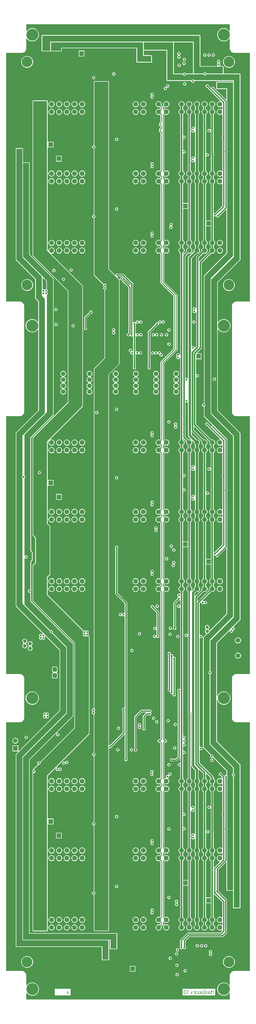
<source format=gbl>
G04*
G04 #@! TF.GenerationSoftware,Altium Limited,Altium Designer,22.4.2 (48)*
G04*
G04 Layer_Physical_Order=4*
G04 Layer_Color=16711680*
%FSAX44Y44*%
%MOMM*%
G71*
G04*
G04 #@! TF.SameCoordinates,DBCC749B-C238-474B-BC69-C92A193A0D89*
G04*
G04*
G04 #@! TF.FilePolarity,Positive*
G04*
G01*
G75*
%ADD53C,1.1000*%
%ADD54C,1.5000*%
%ADD55R,1.5000X1.5000*%
%ADD56R,1.5000X1.5000*%
%ADD57C,3.0000*%
%ADD58C,1.2000*%
G04:AMPARAMS|DCode=59|XSize=1.5mm|YSize=1.5mm|CornerRadius=0.375mm|HoleSize=0mm|Usage=FLASHONLY|Rotation=270.000|XOffset=0mm|YOffset=0mm|HoleType=Round|Shape=RoundedRectangle|*
%AMROUNDEDRECTD59*
21,1,1.5000,0.7500,0,0,270.0*
21,1,0.7500,1.5000,0,0,270.0*
1,1,0.7500,-0.3750,-0.3750*
1,1,0.7500,-0.3750,0.3750*
1,1,0.7500,0.3750,0.3750*
1,1,0.7500,0.3750,-0.3750*
%
%ADD59ROUNDEDRECTD59*%
%ADD60C,1.6000*%
%ADD61C,3.5000*%
%ADD62C,4.0000*%
%ADD64C,0.4000*%
%ADD65C,0.5000*%
%ADD67C,0.2500*%
%ADD68C,0.8000*%
%ADD69C,0.6500*%
G36*
X00747902Y03218581D02*
X00745902Y03217865D01*
X00743632Y03220632D01*
X00740282Y03223381D01*
X00736460Y03225424D01*
X00732313Y03226682D01*
X00728000Y03227106D01*
X00723687Y03226682D01*
X00719540Y03225424D01*
X00715718Y03223381D01*
X00712368Y03220632D01*
X00709619Y03217282D01*
X00707576Y03213460D01*
X00706318Y03209313D01*
X00705894Y03205000D01*
X00706318Y03200687D01*
X00707576Y03196540D01*
X00709619Y03192718D01*
X00712368Y03189368D01*
X00715718Y03186619D01*
X00719540Y03184576D01*
X00723687Y03183318D01*
X00728000Y03182894D01*
X00732313Y03183318D01*
X00736460Y03184576D01*
X00740282Y03186619D01*
X00743632Y03189368D01*
X00745902Y03192135D01*
X00747902Y03191419D01*
Y03160000D01*
X00747927Y03159875D01*
X00747908Y03159750D01*
X00747956Y03158770D01*
X00748048Y03158403D01*
Y03158025D01*
X00748431Y03156103D01*
X00748623Y03155639D01*
X00748721Y03155146D01*
X00749471Y03153335D01*
X00749750Y03152917D01*
X00749942Y03152454D01*
X00751031Y03150824D01*
X00751386Y03150469D01*
X00751665Y03150051D01*
X00753051Y03148665D01*
X00753469Y03148386D01*
X00753824Y03148031D01*
X00755454Y03146942D01*
X00755918Y03146750D01*
X00756335Y03146471D01*
X00758146Y03145721D01*
X00758639Y03145623D01*
X00759103Y03145431D01*
X00761025Y03145048D01*
X00761403D01*
X00761770Y03144956D01*
X00762750Y03144908D01*
X00762876Y03144927D01*
X00763000Y03144902D01*
X00814902D01*
Y02320098D01*
X00770000D01*
X00769875Y02320073D01*
X00769750Y02320092D01*
X00768770Y02320043D01*
X00768403Y02319952D01*
X00768025D01*
X00766103Y02319569D01*
X00765639Y02319377D01*
X00765146Y02319279D01*
X00763335Y02318529D01*
X00762918Y02318250D01*
X00762454Y02318058D01*
X00760824Y02316969D01*
X00760469Y02316614D01*
X00760051Y02316335D01*
X00758665Y02314949D01*
X00758386Y02314531D01*
X00758031Y02314176D01*
X00756942Y02312546D01*
X00756750Y02312082D01*
X00756471Y02311665D01*
X00755721Y02309854D01*
X00755623Y02309361D01*
X00755431Y02308897D01*
X00755048Y02306975D01*
Y02306597D01*
X00754957Y02306230D01*
X00754908Y02305250D01*
X00754927Y02305125D01*
X00754902Y02305000D01*
Y01955000D01*
X00754927Y01954875D01*
X00754908Y01954750D01*
X00754957Y01953770D01*
X00755048Y01953403D01*
Y01953025D01*
X00755431Y01951103D01*
X00755623Y01950639D01*
X00755721Y01950146D01*
X00756471Y01948335D01*
X00756750Y01947918D01*
X00756942Y01947454D01*
X00758031Y01945824D01*
X00758386Y01945469D01*
X00758665Y01945051D01*
X00760051Y01943665D01*
X00760469Y01943386D01*
X00760824Y01943031D01*
X00762454Y01941942D01*
X00762918Y01941750D01*
X00763335Y01941471D01*
X00765146Y01940721D01*
X00765639Y01940623D01*
X00766103Y01940431D01*
X00768025Y01940048D01*
X00768403D01*
X00768770Y01939957D01*
X00769750Y01939908D01*
X00769875Y01939927D01*
X00770000Y01939902D01*
X00814902D01*
X00814902Y01300000D01*
X00814902Y01085098D01*
X00770000D01*
X00769875Y01085073D01*
X00769750Y01085092D01*
X00768770Y01085043D01*
X00768403Y01084952D01*
X00768025D01*
X00766103Y01084569D01*
X00765639Y01084377D01*
X00765146Y01084279D01*
X00763335Y01083529D01*
X00762918Y01083250D01*
X00762454Y01083058D01*
X00760824Y01081969D01*
X00760469Y01081614D01*
X00760051Y01081335D01*
X00758665Y01079949D01*
X00758386Y01079531D01*
X00758031Y01079176D01*
X00756942Y01077546D01*
X00756750Y01077082D01*
X00756471Y01076665D01*
X00755721Y01074854D01*
X00755623Y01074361D01*
X00755431Y01073897D01*
X00755048Y01071975D01*
Y01071597D01*
X00754957Y01071230D01*
X00754908Y01070250D01*
X00754927Y01070125D01*
X00754902Y01070000D01*
Y00940000D01*
X00754927Y00939875D01*
X00754908Y00939750D01*
X00754957Y00938770D01*
X00755048Y00938403D01*
Y00938025D01*
X00755431Y00936103D01*
X00755623Y00935639D01*
X00755721Y00935146D01*
X00756471Y00933335D01*
X00756750Y00932918D01*
X00756942Y00932454D01*
X00758031Y00930824D01*
X00758386Y00930469D01*
X00758665Y00930051D01*
X00760051Y00928665D01*
X00760469Y00928386D01*
X00760824Y00928031D01*
X00762454Y00926942D01*
X00762918Y00926750D01*
X00763335Y00926471D01*
X00765146Y00925721D01*
X00765639Y00925623D01*
X00766103Y00925431D01*
X00768025Y00925048D01*
X00768403D01*
X00768770Y00924956D01*
X00769750Y00924908D01*
X00769875Y00924927D01*
X00770000Y00924902D01*
X00814902D01*
Y00100098D01*
X00763000Y00100098D01*
X00762875Y00100073D01*
X00762750Y00100092D01*
X00761770Y00100043D01*
X00761403Y00099952D01*
X00761025D01*
X00759103Y00099569D01*
X00758639Y00099377D01*
X00758146Y00099279D01*
X00756335Y00098529D01*
X00755918Y00098250D01*
X00755454Y00098058D01*
X00753824Y00096969D01*
X00753469Y00096614D01*
X00753051Y00096335D01*
X00751665Y00094949D01*
X00751386Y00094531D01*
X00751031Y00094176D01*
X00749942Y00092546D01*
X00749750Y00092082D01*
X00749471Y00091665D01*
X00748721Y00089854D01*
X00748623Y00089361D01*
X00748431Y00088897D01*
X00748048Y00086975D01*
Y00086597D01*
X00747956Y00086230D01*
X00747908Y00085250D01*
X00747927Y00085125D01*
X00747902Y00085000D01*
Y00053581D01*
X00745902Y00052865D01*
X00743632Y00055632D01*
X00740282Y00058381D01*
X00736460Y00060424D01*
X00732313Y00061682D01*
X00728000Y00062106D01*
X00723687Y00061682D01*
X00719540Y00060424D01*
X00715718Y00058381D01*
X00712368Y00055632D01*
X00709619Y00052282D01*
X00707576Y00048460D01*
X00706318Y00044313D01*
X00705894Y00040000D01*
X00706318Y00035687D01*
X00707576Y00031540D01*
X00709619Y00027718D01*
X00712368Y00024368D01*
X00715718Y00021619D01*
X00719540Y00019576D01*
X00723687Y00018318D01*
X00728000Y00017894D01*
X00732313Y00018318D01*
X00736460Y00019576D01*
X00740282Y00021619D01*
X00743632Y00024368D01*
X00745902Y00027135D01*
X00747902Y00026419D01*
Y00005098D01*
X00072098D01*
Y00026419D01*
X00074098Y00027135D01*
X00076368Y00024368D01*
X00079718Y00021619D01*
X00083540Y00019576D01*
X00087687Y00018318D01*
X00092000Y00017894D01*
X00096313Y00018318D01*
X00100460Y00019576D01*
X00104282Y00021619D01*
X00107632Y00024368D01*
X00110381Y00027718D01*
X00112424Y00031540D01*
X00113682Y00035687D01*
X00114106Y00040000D01*
X00113682Y00044313D01*
X00112424Y00048460D01*
X00110381Y00052282D01*
X00107632Y00055632D01*
X00104282Y00058381D01*
X00100460Y00060424D01*
X00096313Y00061682D01*
X00092000Y00062106D01*
X00087687Y00061682D01*
X00083540Y00060424D01*
X00079718Y00058381D01*
X00076368Y00055632D01*
X00074098Y00052865D01*
X00072098Y00053581D01*
Y00085000D01*
X00072073Y00085125D01*
X00072092Y00085250D01*
X00072043Y00086230D01*
X00071952Y00086597D01*
Y00086975D01*
X00071569Y00088897D01*
X00071377Y00089361D01*
X00071279Y00089854D01*
X00070529Y00091665D01*
X00070250Y00092082D01*
X00070058Y00092546D01*
X00068969Y00094176D01*
X00068614Y00094531D01*
X00068335Y00094949D01*
X00066949Y00096335D01*
X00066531Y00096614D01*
X00066176Y00096969D01*
X00064546Y00098058D01*
X00064082Y00098250D01*
X00063665Y00098529D01*
X00061854Y00099279D01*
X00061361Y00099377D01*
X00060897Y00099569D01*
X00058975Y00099952D01*
X00058597D01*
X00058230Y00100043D01*
X00057250Y00100092D01*
X00057125Y00100073D01*
X00057000Y00100098D01*
X00005098Y00100098D01*
Y00924902D01*
X00050000D01*
X00050125Y00924927D01*
X00050250Y00924908D01*
X00051230Y00924956D01*
X00051597Y00925048D01*
X00051975D01*
X00053897Y00925431D01*
X00054361Y00925623D01*
X00054854Y00925721D01*
X00056665Y00926471D01*
X00057082Y00926750D01*
X00057546Y00926942D01*
X00059176Y00928031D01*
X00059531Y00928386D01*
X00059949Y00928665D01*
X00061335Y00930051D01*
X00061614Y00930469D01*
X00061969Y00930824D01*
X00063058Y00932454D01*
X00063250Y00932918D01*
X00063529Y00933335D01*
X00064279Y00935146D01*
X00064377Y00935639D01*
X00064569Y00936103D01*
X00064952Y00938025D01*
Y00938403D01*
X00065044Y00938770D01*
X00065092Y00939750D01*
X00065073Y00939875D01*
X00065098Y00940000D01*
Y01070000D01*
X00065073Y01070125D01*
X00065092Y01070250D01*
X00065044Y01071230D01*
X00064952Y01071597D01*
Y01071975D01*
X00064569Y01073897D01*
X00064377Y01074361D01*
X00064279Y01074854D01*
X00063529Y01076665D01*
X00063250Y01077082D01*
X00063058Y01077546D01*
X00061969Y01079176D01*
X00061614Y01079531D01*
X00061335Y01079949D01*
X00059949Y01081335D01*
X00059531Y01081614D01*
X00059176Y01081969D01*
X00057546Y01083058D01*
X00057082Y01083250D01*
X00056665Y01083529D01*
X00054854Y01084279D01*
X00054361Y01084377D01*
X00053897Y01084569D01*
X00051975Y01084952D01*
X00051597D01*
X00051230Y01085043D01*
X00050250Y01085092D01*
X00050125Y01085073D01*
X00050000Y01085098D01*
X00005098D01*
Y01300000D01*
X00005098Y01939902D01*
X00050000D01*
X00050125Y01939927D01*
X00050250Y01939908D01*
X00051230Y01939957D01*
X00051597Y01940048D01*
X00051975D01*
X00053897Y01940431D01*
X00054361Y01940623D01*
X00054854Y01940721D01*
X00056665Y01941471D01*
X00057082Y01941750D01*
X00057546Y01941942D01*
X00059176Y01943031D01*
X00059531Y01943386D01*
X00059949Y01943665D01*
X00061335Y01945051D01*
X00061614Y01945469D01*
X00061969Y01945824D01*
X00063058Y01947454D01*
X00063250Y01947918D01*
X00063529Y01948335D01*
X00064279Y01950146D01*
X00064377Y01950639D01*
X00064569Y01951103D01*
X00064952Y01953025D01*
Y01953403D01*
X00065044Y01953770D01*
X00065092Y01954750D01*
X00065073Y01954875D01*
X00065098Y01955000D01*
X00065098Y02305000D01*
X00065073Y02305125D01*
X00065092Y02305250D01*
X00065044Y02306230D01*
X00064952Y02306597D01*
Y02306975D01*
X00064569Y02308897D01*
X00064377Y02309361D01*
X00064279Y02309854D01*
X00063529Y02311665D01*
X00063250Y02312082D01*
X00063058Y02312546D01*
X00061969Y02314176D01*
X00061614Y02314531D01*
X00061335Y02314949D01*
X00059949Y02316335D01*
X00059531Y02316614D01*
X00059176Y02316969D01*
X00057546Y02318058D01*
X00057082Y02318250D01*
X00056665Y02318529D01*
X00054854Y02319279D01*
X00054361Y02319377D01*
X00053897Y02319569D01*
X00051975Y02319952D01*
X00051597D01*
X00051230Y02320043D01*
X00050250Y02320092D01*
X00050125Y02320073D01*
X00050000Y02320098D01*
X00005098D01*
Y03144902D01*
X00057000D01*
X00057125Y03144927D01*
X00057250Y03144908D01*
X00058230Y03144956D01*
X00058597Y03145048D01*
X00058975D01*
X00060897Y03145431D01*
X00061361Y03145623D01*
X00061854Y03145721D01*
X00063665Y03146471D01*
X00064082Y03146750D01*
X00064546Y03146942D01*
X00066176Y03148031D01*
X00066531Y03148386D01*
X00066949Y03148665D01*
X00068335Y03150051D01*
X00068614Y03150469D01*
X00068969Y03150824D01*
X00070058Y03152454D01*
X00070250Y03152917D01*
X00070529Y03153335D01*
X00071279Y03155146D01*
X00071377Y03155639D01*
X00071569Y03156103D01*
X00071952Y03158025D01*
Y03158403D01*
X00072043Y03158770D01*
X00072092Y03159750D01*
X00072073Y03159875D01*
X00072098Y03160000D01*
Y03191419D01*
X00074098Y03192135D01*
X00076368Y03189368D01*
X00079718Y03186619D01*
X00083540Y03184576D01*
X00087687Y03183318D01*
X00092000Y03182894D01*
X00096313Y03183318D01*
X00100460Y03184576D01*
X00104282Y03186619D01*
X00107632Y03189368D01*
X00110381Y03192718D01*
X00112424Y03196540D01*
X00113682Y03200687D01*
X00114106Y03205000D01*
X00113682Y03209313D01*
X00112424Y03213460D01*
X00110381Y03217282D01*
X00107632Y03220632D01*
X00104282Y03223381D01*
X00100460Y03225424D01*
X00096313Y03226682D01*
X00092000Y03227106D01*
X00087687Y03226682D01*
X00083540Y03225424D01*
X00079718Y03223381D01*
X00076368Y03220632D01*
X00074098Y03217865D01*
X00072098Y03218581D01*
Y03239902D01*
X00747902D01*
Y03218581D01*
D02*
G37*
%LPC*%
G36*
X00265500Y03152200D02*
X00246500D01*
Y03133200D01*
X00265500D01*
Y03152200D01*
D02*
G37*
G36*
X00693000Y03143353D02*
X00690952Y03142945D01*
X00689215Y03141785D01*
X00688055Y03140049D01*
X00687647Y03138000D01*
X00688055Y03135952D01*
X00689215Y03134215D01*
X00690952Y03133055D01*
X00693000Y03132647D01*
X00695048Y03133055D01*
X00696785Y03134215D01*
X00697945Y03135952D01*
X00698353Y03138000D01*
X00697945Y03140049D01*
X00696785Y03141785D01*
X00695048Y03142945D01*
X00693000Y03143353D01*
D02*
G37*
G36*
X00679000D02*
X00676952Y03142945D01*
X00675215Y03141785D01*
X00674055Y03140049D01*
X00673647Y03138000D01*
X00674055Y03135952D01*
X00675215Y03134215D01*
X00676952Y03133055D01*
X00679000Y03132647D01*
X00681048Y03133055D01*
X00682785Y03134215D01*
X00683945Y03135952D01*
X00684353Y03138000D01*
X00683945Y03140049D01*
X00682785Y03141785D01*
X00681048Y03142945D01*
X00679000Y03143353D01*
D02*
G37*
G36*
X00665000D02*
X00662952Y03142945D01*
X00661215Y03141785D01*
X00660055Y03140049D01*
X00659647Y03138000D01*
X00660055Y03135952D01*
X00661215Y03134215D01*
X00662952Y03133055D01*
X00665000Y03132647D01*
X00667048Y03133055D01*
X00668785Y03134215D01*
X00669945Y03135952D01*
X00670353Y03138000D01*
X00669945Y03140049D01*
X00668785Y03141785D01*
X00667048Y03142945D01*
X00665000Y03143353D01*
D02*
G37*
G36*
X00745000Y03134594D02*
X00741177Y03134218D01*
X00737502Y03133103D01*
X00734114Y03131292D01*
X00731145Y03128855D01*
X00728708Y03125886D01*
X00726897Y03122498D01*
X00725782Y03118823D01*
X00725406Y03115000D01*
X00725782Y03111177D01*
X00726897Y03107502D01*
X00728708Y03104114D01*
X00731145Y03101145D01*
X00734114Y03098708D01*
X00737502Y03096897D01*
X00741177Y03095782D01*
X00745000Y03095406D01*
X00748823Y03095782D01*
X00752498Y03096897D01*
X00755886Y03098708D01*
X00758855Y03101145D01*
X00761292Y03104114D01*
X00763103Y03107502D01*
X00764218Y03111177D01*
X00764594Y03115000D01*
X00764218Y03118823D01*
X00763103Y03122498D01*
X00761292Y03125886D01*
X00758855Y03128855D01*
X00755886Y03131292D01*
X00752498Y03133103D01*
X00748823Y03134218D01*
X00745000Y03134594D01*
D02*
G37*
G36*
X00075000D02*
X00071177Y03134218D01*
X00067502Y03133103D01*
X00064114Y03131292D01*
X00061145Y03128855D01*
X00058708Y03125886D01*
X00056897Y03122498D01*
X00055782Y03118823D01*
X00055406Y03115000D01*
X00055782Y03111177D01*
X00056897Y03107502D01*
X00058708Y03104114D01*
X00061145Y03101145D01*
X00064114Y03098708D01*
X00067502Y03096897D01*
X00071177Y03095782D01*
X00075000Y03095406D01*
X00078823Y03095782D01*
X00082498Y03096897D01*
X00085886Y03098708D01*
X00088855Y03101145D01*
X00091292Y03104114D01*
X00093103Y03107502D01*
X00094218Y03111177D01*
X00094594Y03115000D01*
X00094218Y03118823D01*
X00093103Y03122498D01*
X00091292Y03125886D01*
X00088855Y03128855D01*
X00085886Y03131292D01*
X00082498Y03133103D01*
X00078823Y03134218D01*
X00075000Y03134594D01*
D02*
G37*
G36*
X00363072Y03080185D02*
X00361023Y03079778D01*
X00359287Y03078617D01*
X00358126Y03076881D01*
X00357719Y03074832D01*
X00358126Y03072784D01*
X00359287Y03071047D01*
X00361023Y03069887D01*
X00363072Y03069480D01*
X00365120Y03069887D01*
X00366857Y03071047D01*
X00368017Y03072784D01*
X00368424Y03074832D01*
X00368017Y03076881D01*
X00366857Y03078617D01*
X00365120Y03079778D01*
X00363072Y03080185D01*
D02*
G37*
G36*
X00296072Y03068185D02*
X00294023Y03067778D01*
X00292287Y03066617D01*
X00291126Y03064881D01*
X00290719Y03062832D01*
X00291126Y03060784D01*
X00292287Y03059048D01*
X00294023Y03057887D01*
X00296072Y03057480D01*
X00298120Y03057887D01*
X00299857Y03059048D01*
X00301017Y03060784D01*
X00301425Y03062832D01*
X00301017Y03064881D01*
X00299857Y03066617D01*
X00298120Y03067778D01*
X00296072Y03068185D01*
D02*
G37*
G36*
X00598000Y03047603D02*
X00595952Y03047195D01*
X00594215Y03046035D01*
X00593055Y03044298D01*
X00592647Y03042250D01*
X00593055Y03040202D01*
X00594215Y03038465D01*
X00595952Y03037305D01*
X00598000Y03036897D01*
X00600049Y03037305D01*
X00601785Y03038465D01*
X00602946Y03040202D01*
X00603353Y03042250D01*
X00602946Y03044298D01*
X00601785Y03046035D01*
X00600049Y03047195D01*
X00598000Y03047603D01*
D02*
G37*
G36*
X00542000Y03040353D02*
X00539952Y03039945D01*
X00538215Y03038785D01*
X00537055Y03037048D01*
X00536647Y03035000D01*
X00536914Y03033657D01*
X00536818Y03033467D01*
X00535533Y03032182D01*
X00535343Y03032086D01*
X00534000Y03032353D01*
X00531952Y03031945D01*
X00530215Y03030785D01*
X00529055Y03029048D01*
X00528647Y03027000D01*
X00529055Y03024951D01*
X00530215Y03023215D01*
X00531952Y03022055D01*
X00534000Y03021647D01*
X00536048Y03022055D01*
X00537785Y03023215D01*
X00538945Y03024951D01*
X00539353Y03027000D01*
X00539086Y03028343D01*
X00539182Y03028533D01*
X00540467Y03029818D01*
X00540657Y03029914D01*
X00542000Y03029647D01*
X00544048Y03030055D01*
X00545785Y03031215D01*
X00546945Y03032952D01*
X00547353Y03035000D01*
X00546945Y03037048D01*
X00545785Y03038785D01*
X00544048Y03039945D01*
X00542000Y03040353D01*
D02*
G37*
G36*
X00490000Y03012353D02*
X00487952Y03011945D01*
X00486215Y03010785D01*
X00485055Y03009048D01*
X00484647Y03007000D01*
X00485055Y03004951D01*
X00486215Y03003215D01*
Y03001785D01*
X00485055Y03000049D01*
X00484647Y02998000D01*
X00485055Y02995952D01*
X00486215Y02994215D01*
X00487952Y02993055D01*
X00490000Y02992647D01*
X00492048Y02993055D01*
X00493785Y02994215D01*
X00494945Y02995952D01*
X00495353Y02998000D01*
X00494945Y03000049D01*
X00493785Y03001785D01*
Y03003215D01*
X00494945Y03004951D01*
X00495353Y03007000D01*
X00494945Y03009048D01*
X00493785Y03010785D01*
X00492048Y03011945D01*
X00490000Y03012353D01*
D02*
G37*
G36*
X00648000Y03204039D02*
X00460000Y03204039D01*
X00125000Y03204038D01*
X00124220Y03203883D01*
X00123558Y03203441D01*
X00123116Y03202779D01*
X00122961Y03201999D01*
X00122961Y03152000D01*
X00123116Y03151219D01*
X00123558Y03150558D01*
X00124220Y03150116D01*
X00125000Y03149961D01*
X00151961D01*
X00152281Y03150025D01*
X00152606Y03150065D01*
X00152669Y03150102D01*
X00152741Y03150116D01*
X00152980Y03150276D01*
X00153220Y03150116D01*
X00154000Y03149961D01*
X00188000D01*
X00188780Y03150116D01*
X00189442Y03150558D01*
X00189884Y03151219D01*
X00190039Y03152000D01*
Y03159961D01*
X00437961D01*
Y03115000D01*
X00438116Y03114220D01*
X00438558Y03113558D01*
X00439220Y03113116D01*
X00440000Y03112961D01*
X00487000D01*
X00487780Y03113116D01*
X00488442Y03113558D01*
X00488884Y03114220D01*
X00489039Y03115000D01*
Y03135000D01*
X00488884Y03135780D01*
X00488442Y03136442D01*
X00487780Y03136884D01*
X00487000Y03137039D01*
X00462039D01*
Y03152961D01*
X00537961Y03152961D01*
X00537961Y03074000D01*
Y03054000D01*
X00538116Y03053219D01*
X00538558Y03052558D01*
X00539220Y03052116D01*
X00540000Y03051960D01*
X00618859Y03051960D01*
X00619647Y03051000D01*
X00620055Y03048952D01*
X00621215Y03047215D01*
X00622952Y03046055D01*
X00625000Y03045647D01*
X00627048Y03046055D01*
X00628785Y03047215D01*
X00629945Y03048952D01*
X00630353Y03051000D01*
X00631141Y03051960D01*
X00758961Y03051961D01*
Y03049039D01*
X00705000Y03049039D01*
X00704220Y03048884D01*
X00703558Y03048442D01*
X00703116Y03047780D01*
X00702961Y03047000D01*
X00702961Y03027000D01*
X00703116Y03026219D01*
X00703558Y03025558D01*
X00704220Y03025116D01*
X00705000Y03024961D01*
X00736961Y03024961D01*
Y02990420D01*
X00735113Y02989655D01*
X00697250Y03027518D01*
X00696945Y03029048D01*
X00695785Y03030785D01*
X00694048Y03031945D01*
X00692000Y03032353D01*
X00689952Y03031945D01*
X00688215Y03030785D01*
X00687252Y03029344D01*
X00685096Y03028672D01*
X00678250Y03035518D01*
X00677945Y03037048D01*
X00676785Y03038785D01*
X00675048Y03039945D01*
X00673000Y03040353D01*
X00670952Y03039945D01*
X00669215Y03038785D01*
X00668055Y03037048D01*
X00667647Y03035000D01*
X00668055Y03032952D01*
X00669215Y03031215D01*
X00670952Y03030055D01*
X00672482Y03029750D01*
X00715524Y02986708D01*
X00714972Y02985242D01*
X00714639Y02984765D01*
X00712189Y02984443D01*
X00709757Y02983435D01*
X00707668Y02981832D01*
X00706065Y02979743D01*
X00705057Y02977310D01*
X00704714Y02974700D01*
X00705057Y02972090D01*
X00706065Y02969657D01*
X00707668Y02967568D01*
X00709757Y02965965D01*
X00712189Y02964957D01*
X00714800Y02964614D01*
X00717411Y02964957D01*
X00719843Y02965965D01*
X00720922Y02966793D01*
X00722922Y02965806D01*
Y02958194D01*
X00720922Y02957207D01*
X00719843Y02958035D01*
X00717411Y02959043D01*
X00714800Y02959386D01*
X00712189Y02959043D01*
X00709757Y02958035D01*
X00707668Y02956432D01*
X00706065Y02954343D01*
X00705057Y02951910D01*
X00704714Y02949300D01*
X00705057Y02946689D01*
X00706065Y02944257D01*
X00707668Y02942168D01*
X00709757Y02940565D01*
X00712189Y02939557D01*
X00714800Y02939214D01*
X00717411Y02939557D01*
X00719843Y02940565D01*
X00720922Y02941393D01*
X00722922Y02940406D01*
Y02868346D01*
X00722055Y02867048D01*
X00721647Y02865000D01*
X00722055Y02862952D01*
X00722922Y02861654D01*
Y02753594D01*
X00720922Y02752607D01*
X00719843Y02753435D01*
X00717411Y02754443D01*
X00714800Y02754786D01*
X00712189Y02754443D01*
X00709757Y02753435D01*
X00707668Y02751832D01*
X00706065Y02749743D01*
X00705057Y02747310D01*
X00704714Y02744700D01*
X00705057Y02742090D01*
X00706065Y02739657D01*
X00707668Y02737568D01*
X00709757Y02735965D01*
X00712189Y02734957D01*
X00714800Y02734614D01*
X00717411Y02734957D01*
X00719843Y02735965D01*
X00720922Y02736793D01*
X00722922Y02735806D01*
Y02728194D01*
X00720922Y02727207D01*
X00719843Y02728035D01*
X00717411Y02729043D01*
X00714800Y02729386D01*
X00712189Y02729043D01*
X00709757Y02728035D01*
X00707668Y02726432D01*
X00706065Y02724343D01*
X00705057Y02721910D01*
X00704714Y02719300D01*
X00705057Y02716689D01*
X00706065Y02714257D01*
X00707668Y02712168D01*
X00709757Y02710565D01*
X00712189Y02709557D01*
X00714800Y02709214D01*
X00717411Y02709557D01*
X00719843Y02710565D01*
X00720922Y02711393D01*
X00722922Y02710406D01*
Y02637689D01*
X00698482Y02613250D01*
X00696952Y02612945D01*
X00695988Y02612302D01*
X00693988Y02613275D01*
Y02710377D01*
X00694443Y02710565D01*
X00696532Y02712168D01*
X00698135Y02714257D01*
X00699143Y02716689D01*
X00699486Y02719300D01*
X00699143Y02721910D01*
X00698135Y02724343D01*
X00696532Y02726432D01*
X00694443Y02728035D01*
X00693988Y02728223D01*
Y02735777D01*
X00694443Y02735965D01*
X00696532Y02737568D01*
X00698135Y02739657D01*
X00699143Y02742090D01*
X00699486Y02744700D01*
X00699143Y02747310D01*
X00698135Y02749743D01*
X00696532Y02751832D01*
X00694588Y02753324D01*
Y02804417D01*
X00694945Y02804951D01*
X00695353Y02807000D01*
X00694945Y02809048D01*
X00693988Y02810481D01*
Y02940377D01*
X00694443Y02940565D01*
X00696532Y02942168D01*
X00698135Y02944257D01*
X00699143Y02946689D01*
X00699486Y02949300D01*
X00699143Y02951910D01*
X00698135Y02954343D01*
X00696532Y02956432D01*
X00694443Y02958035D01*
X00693988Y02958223D01*
Y02965777D01*
X00694443Y02965965D01*
X00696532Y02967568D01*
X00698135Y02969657D01*
X00699143Y02972090D01*
X00699486Y02974700D01*
X00699143Y02977310D01*
X00698135Y02979743D01*
X00696532Y02981832D01*
X00694443Y02983435D01*
X00692010Y02984443D01*
X00689400Y02984786D01*
X00686789Y02984443D01*
X00684357Y02983435D01*
X00682268Y02981832D01*
X00680665Y02979743D01*
X00679657Y02977310D01*
X00679314Y02974700D01*
X00679657Y02972090D01*
X00680665Y02969657D01*
X00682268Y02967568D01*
X00684357Y02965965D01*
X00684812Y02965777D01*
Y02958223D01*
X00684357Y02958035D01*
X00682268Y02956432D01*
X00680665Y02954343D01*
X00679657Y02951910D01*
X00679314Y02949300D01*
X00679657Y02946689D01*
X00680665Y02944257D01*
X00682268Y02942168D01*
X00684357Y02940565D01*
X00684812Y02940377D01*
Y02891352D01*
X00682812Y02890745D01*
X00682785Y02890785D01*
X00681048Y02891945D01*
X00679000Y02892353D01*
X00676952Y02891945D01*
X00675215Y02890785D01*
X00674055Y02889048D01*
X00673647Y02887000D01*
X00674055Y02884951D01*
X00675215Y02883215D01*
X00676952Y02882055D01*
X00679000Y02881647D01*
X00681048Y02882055D01*
X00682785Y02883215D01*
X00682812Y02883255D01*
X00684812Y02882648D01*
Y02807828D01*
X00684647Y02807000D01*
X00685055Y02804951D01*
X00685412Y02804417D01*
Y02753872D01*
X00684357Y02753435D01*
X00682268Y02751832D01*
X00680665Y02749743D01*
X00679657Y02747310D01*
X00679314Y02744700D01*
X00679657Y02742090D01*
X00680665Y02739657D01*
X00682268Y02737568D01*
X00684357Y02735965D01*
X00684812Y02735777D01*
Y02728223D01*
X00684357Y02728035D01*
X00682268Y02726432D01*
X00680665Y02724343D01*
X00679657Y02721910D01*
X00679314Y02719300D01*
X00679657Y02716689D01*
X00680665Y02714257D01*
X00682268Y02712168D01*
X00684357Y02710565D01*
X00684812Y02710377D01*
Y02588800D01*
X00668588D01*
Y02710377D01*
X00669043Y02710565D01*
X00671132Y02712168D01*
X00672735Y02714257D01*
X00673743Y02716689D01*
X00674086Y02719300D01*
X00673743Y02721910D01*
X00672735Y02724343D01*
X00671132Y02726432D01*
X00669043Y02728035D01*
X00668588Y02728223D01*
Y02735777D01*
X00669043Y02735965D01*
X00671132Y02737568D01*
X00672735Y02739657D01*
X00673743Y02742090D01*
X00674086Y02744700D01*
X00673743Y02747310D01*
X00672735Y02749743D01*
X00671132Y02751832D01*
X00669043Y02753435D01*
X00668588Y02753623D01*
Y02801228D01*
X00670588Y02802297D01*
X00670952Y02802055D01*
X00673000Y02801647D01*
X00675048Y02802055D01*
X00676785Y02803215D01*
X00677945Y02804951D01*
X00678353Y02807000D01*
X00677945Y02809048D01*
X00676785Y02810785D01*
X00675048Y02811945D01*
X00673000Y02812353D01*
X00670952Y02811945D01*
X00670588Y02811703D01*
X00668588Y02812772D01*
Y02897417D01*
X00668945Y02897952D01*
X00669353Y02900000D01*
X00668945Y02902049D01*
X00668588Y02902583D01*
Y02940377D01*
X00669043Y02940565D01*
X00671132Y02942168D01*
X00672735Y02944257D01*
X00673743Y02946689D01*
X00674086Y02949300D01*
X00673743Y02951910D01*
X00672735Y02954343D01*
X00671132Y02956432D01*
X00669043Y02958035D01*
X00668078Y02958434D01*
Y02965565D01*
X00669043Y02965965D01*
X00671132Y02967568D01*
X00672735Y02969657D01*
X00673743Y02972090D01*
X00674086Y02974700D01*
X00673743Y02977310D01*
X00672735Y02979743D01*
X00671132Y02981832D01*
X00669043Y02983435D01*
X00666610Y02984443D01*
X00664000Y02984786D01*
X00661389Y02984443D01*
X00658957Y02983435D01*
X00656868Y02981832D01*
X00655265Y02979743D01*
X00654257Y02977310D01*
X00653914Y02974700D01*
X00654257Y02972090D01*
X00655265Y02969657D01*
X00656868Y02967568D01*
X00658957Y02965965D01*
X00659922Y02965565D01*
Y02958434D01*
X00658957Y02958035D01*
X00656868Y02956432D01*
X00655265Y02954343D01*
X00654257Y02951910D01*
X00653914Y02949300D01*
X00654257Y02946689D01*
X00655265Y02944257D01*
X00656868Y02942168D01*
X00658957Y02940565D01*
X00659412Y02940377D01*
Y02902583D01*
X00659055Y02902049D01*
X00658647Y02900000D01*
X00659055Y02897952D01*
X00659412Y02897417D01*
Y02753623D01*
X00658957Y02753435D01*
X00656868Y02751832D01*
X00655265Y02749743D01*
X00654257Y02747310D01*
X00653914Y02744700D01*
X00654257Y02742090D01*
X00655265Y02739657D01*
X00656868Y02737568D01*
X00658957Y02735965D01*
X00659412Y02735777D01*
Y02728223D01*
X00658957Y02728035D01*
X00656868Y02726432D01*
X00655265Y02724343D01*
X00654257Y02721910D01*
X00653914Y02719300D01*
X00654257Y02716689D01*
X00655265Y02714257D01*
X00656868Y02712168D01*
X00658957Y02710565D01*
X00659412Y02710377D01*
Y02523623D01*
X00658957Y02523435D01*
X00656868Y02521832D01*
X00655265Y02519743D01*
X00654257Y02517310D01*
X00653914Y02514700D01*
X00654257Y02512090D01*
X00655265Y02509657D01*
X00656868Y02507568D01*
X00658957Y02505965D01*
X00659412Y02505777D01*
Y02498223D01*
X00658957Y02498035D01*
X00656868Y02496432D01*
X00655265Y02494343D01*
X00654257Y02491911D01*
X00653914Y02489300D01*
X00654216Y02487005D01*
X00637756Y02470544D01*
X00636761Y02469056D01*
X00636412Y02467300D01*
Y02299454D01*
X00634412Y02298847D01*
X00633785Y02299785D01*
X00632048Y02300945D01*
X00630000Y02301353D01*
X00627952Y02300945D01*
X00626215Y02299785D01*
X00625055Y02298049D01*
X00624647Y02296000D01*
X00625055Y02293952D01*
X00625764Y02292889D01*
X00626062Y02291500D01*
X00625764Y02290111D01*
X00625055Y02289048D01*
X00624647Y02287000D01*
X00625055Y02284952D01*
X00626215Y02283215D01*
X00627952Y02282055D01*
X00630000Y02281647D01*
X00632048Y02282055D01*
X00633785Y02283215D01*
X00634412Y02284153D01*
X00636412Y02283546D01*
Y02266583D01*
X00636055Y02266048D01*
X00635647Y02264000D01*
X00636055Y02261952D01*
X00636412Y02261417D01*
Y02170901D01*
X00633246Y02167735D01*
X00631076Y02168393D01*
X00630945Y02169048D01*
X00629785Y02170785D01*
X00628048Y02171945D01*
X00626000Y02172353D01*
X00623952Y02171945D01*
X00623117Y02171388D01*
X00621118Y02172457D01*
Y02462466D01*
X00637951Y02479299D01*
X00638600Y02479214D01*
X00641210Y02479557D01*
X00643643Y02480565D01*
X00645732Y02482168D01*
X00647335Y02484257D01*
X00648343Y02486689D01*
X00648686Y02489300D01*
X00648343Y02491911D01*
X00647335Y02494343D01*
X00645732Y02496432D01*
X00644717Y02497211D01*
Y02506790D01*
X00645732Y02507568D01*
X00647335Y02509657D01*
X00648343Y02512090D01*
X00648686Y02514700D01*
X00648343Y02517310D01*
X00647335Y02519743D01*
X00645732Y02521832D01*
X00644717Y02522610D01*
Y02711389D01*
X00645732Y02712168D01*
X00647335Y02714257D01*
X00648343Y02716689D01*
X00648686Y02719300D01*
X00648343Y02721910D01*
X00647335Y02724343D01*
X00645732Y02726432D01*
X00644717Y02727210D01*
Y02736790D01*
X00645732Y02737568D01*
X00647335Y02739657D01*
X00648343Y02742090D01*
X00648686Y02744700D01*
X00648343Y02747310D01*
X00647335Y02749743D01*
X00645732Y02751832D01*
X00644717Y02752610D01*
Y02941389D01*
X00645732Y02942168D01*
X00647335Y02944257D01*
X00648343Y02946689D01*
X00648686Y02949300D01*
X00648343Y02951910D01*
X00647335Y02954343D01*
X00645732Y02956432D01*
X00644717Y02957210D01*
Y02966790D01*
X00645732Y02967568D01*
X00647335Y02969657D01*
X00648343Y02972090D01*
X00648686Y02974700D01*
X00648343Y02977310D01*
X00647335Y02979743D01*
X00645732Y02981832D01*
X00643643Y02983435D01*
X00641210Y02984443D01*
X00638600Y02984786D01*
X00635989Y02984443D01*
X00633557Y02983435D01*
X00631468Y02981832D01*
X00629865Y02979743D01*
X00628857Y02977310D01*
X00628514Y02974700D01*
X00628857Y02972090D01*
X00629865Y02969657D01*
X00631468Y02967568D01*
X00632482Y02966790D01*
Y02957210D01*
X00631468Y02956432D01*
X00629865Y02954343D01*
X00628857Y02951910D01*
X00628514Y02949300D01*
X00628857Y02946689D01*
X00629865Y02944257D01*
X00631468Y02942168D01*
X00632482Y02941389D01*
Y02898348D01*
X00630482Y02897741D01*
X00629785Y02898785D01*
X00628048Y02899945D01*
X00626000Y02900353D01*
X00623951Y02899945D01*
X00622215Y02898785D01*
X00621054Y02897049D01*
X00620647Y02895000D01*
X00621054Y02892952D01*
X00621764Y02891889D01*
X00622062Y02890500D01*
X00621764Y02889111D01*
X00621054Y02888048D01*
X00620647Y02886000D01*
X00621054Y02883952D01*
X00622215Y02882215D01*
X00623951Y02881055D01*
X00626000Y02880647D01*
X00628048Y02881055D01*
X00629785Y02882215D01*
X00630482Y02883259D01*
X00632482Y02882652D01*
Y02799348D01*
X00630482Y02798741D01*
X00629785Y02799785D01*
X00628048Y02800945D01*
X00626000Y02801353D01*
X00623952Y02800945D01*
X00622215Y02799785D01*
X00621055Y02798048D01*
X00620647Y02796000D01*
X00621055Y02793952D01*
X00621764Y02792889D01*
X00622062Y02791500D01*
X00621764Y02790111D01*
X00621055Y02789048D01*
X00620647Y02787000D01*
X00621055Y02784951D01*
X00622215Y02783215D01*
X00623952Y02782055D01*
X00626000Y02781647D01*
X00628048Y02782055D01*
X00629785Y02783215D01*
X00630482Y02784259D01*
X00632482Y02783652D01*
Y02752610D01*
X00631468Y02751832D01*
X00629865Y02749743D01*
X00628857Y02747310D01*
X00628514Y02744700D01*
X00628857Y02742090D01*
X00629865Y02739657D01*
X00631468Y02737568D01*
X00632482Y02736790D01*
Y02727210D01*
X00631468Y02726432D01*
X00629865Y02724343D01*
X00628857Y02721910D01*
X00628514Y02719300D01*
X00628857Y02716689D01*
X00629865Y02714257D01*
X00631468Y02712168D01*
X00632482Y02711389D01*
Y02522610D01*
X00631468Y02521832D01*
X00629865Y02519743D01*
X00628857Y02517310D01*
X00628514Y02514700D01*
X00628857Y02512090D01*
X00629865Y02509657D01*
X00631468Y02507568D01*
X00632482Y02506790D01*
Y02497211D01*
X00631468Y02496432D01*
X00629865Y02494343D01*
X00628857Y02491911D01*
X00628514Y02489300D01*
X00628762Y02487414D01*
X00610674Y02469326D01*
X00609348Y02467341D01*
X00608882Y02465000D01*
Y02112300D01*
Y02066457D01*
X00606883Y02065388D01*
X00606048Y02065945D01*
X00604000Y02066353D01*
X00602588Y02066072D01*
X00600588Y02067257D01*
Y02470199D01*
X00610135Y02479746D01*
X00610589Y02479557D01*
X00613200Y02479214D01*
X00615811Y02479557D01*
X00618243Y02480565D01*
X00620332Y02482168D01*
X00621935Y02484257D01*
X00622943Y02486689D01*
X00623286Y02489300D01*
X00622943Y02491911D01*
X00621935Y02494343D01*
X00620332Y02496432D01*
X00618243Y02498035D01*
X00617788Y02498223D01*
Y02505777D01*
X00618243Y02505965D01*
X00620332Y02507568D01*
X00621935Y02509657D01*
X00622943Y02512090D01*
X00623286Y02514700D01*
X00622943Y02517310D01*
X00621935Y02519743D01*
X00620332Y02521832D01*
X00618243Y02523435D01*
X00617788Y02523623D01*
Y02710377D01*
X00618243Y02710565D01*
X00620332Y02712168D01*
X00621935Y02714257D01*
X00622943Y02716689D01*
X00623286Y02719300D01*
X00622943Y02721910D01*
X00621935Y02724343D01*
X00620332Y02726432D01*
X00618243Y02728035D01*
X00617788Y02728223D01*
Y02735777D01*
X00618243Y02735965D01*
X00620332Y02737568D01*
X00621935Y02739657D01*
X00622943Y02742090D01*
X00623286Y02744700D01*
X00622943Y02747310D01*
X00621935Y02749743D01*
X00620332Y02751832D01*
X00618243Y02753435D01*
X00617788Y02753623D01*
Y02940377D01*
X00618243Y02940565D01*
X00620332Y02942168D01*
X00621935Y02944257D01*
X00622943Y02946689D01*
X00623286Y02949300D01*
X00622943Y02951910D01*
X00621935Y02954343D01*
X00620332Y02956432D01*
X00618243Y02958035D01*
X00617788Y02958223D01*
Y02965777D01*
X00618243Y02965965D01*
X00620332Y02967568D01*
X00621935Y02969657D01*
X00622943Y02972090D01*
X00623286Y02974700D01*
X00622943Y02977310D01*
X00621935Y02979743D01*
X00620332Y02981832D01*
X00618243Y02983435D01*
X00615811Y02984443D01*
X00613200Y02984786D01*
X00610589Y02984443D01*
X00608157Y02983435D01*
X00606068Y02981832D01*
X00604465Y02979743D01*
X00603457Y02977310D01*
X00603114Y02974700D01*
X00603457Y02972090D01*
X00604465Y02969657D01*
X00606068Y02967568D01*
X00608157Y02965965D01*
X00608612Y02965777D01*
Y02958223D01*
X00608157Y02958035D01*
X00606068Y02956432D01*
X00604465Y02954343D01*
X00603457Y02951910D01*
X00603114Y02949300D01*
X00603457Y02946689D01*
X00604465Y02944257D01*
X00606068Y02942168D01*
X00608157Y02940565D01*
X00608612Y02940377D01*
Y02753623D01*
X00608157Y02753435D01*
X00606068Y02751832D01*
X00604465Y02749743D01*
X00603457Y02747310D01*
X00603114Y02744700D01*
X00603457Y02742090D01*
X00604465Y02739657D01*
X00606068Y02737568D01*
X00608157Y02735965D01*
X00608612Y02735777D01*
Y02728223D01*
X00608157Y02728035D01*
X00606068Y02726432D01*
X00604465Y02724343D01*
X00603457Y02721910D01*
X00603114Y02719300D01*
X00603457Y02716689D01*
X00604465Y02714257D01*
X00606068Y02712168D01*
X00608157Y02710565D01*
X00608612Y02710377D01*
Y02646800D01*
X00592388D01*
Y02710377D01*
X00592843Y02710565D01*
X00594932Y02712168D01*
X00596535Y02714257D01*
X00597543Y02716689D01*
X00597886Y02719300D01*
X00597543Y02721910D01*
X00596535Y02724343D01*
X00594932Y02726432D01*
X00592843Y02728035D01*
X00592388Y02728223D01*
Y02735777D01*
X00592843Y02735965D01*
X00594932Y02737568D01*
X00596535Y02739657D01*
X00597543Y02742090D01*
X00597886Y02744700D01*
X00597543Y02747310D01*
X00596535Y02749743D01*
X00594932Y02751832D01*
X00592843Y02753435D01*
X00592388Y02753623D01*
Y02810877D01*
X00594388Y02811968D01*
X00596000Y02811647D01*
X00598048Y02812055D01*
X00599785Y02813215D01*
X00600945Y02814951D01*
X00601353Y02817000D01*
X00600945Y02819048D01*
X00599785Y02820785D01*
X00598048Y02821945D01*
X00596000Y02822353D01*
X00594388Y02822032D01*
X00592388Y02823123D01*
Y02858877D01*
X00594388Y02859968D01*
X00596000Y02859647D01*
X00598048Y02860055D01*
X00599785Y02861215D01*
X00600945Y02862952D01*
X00601353Y02865000D01*
X00600945Y02867048D01*
X00599785Y02868785D01*
X00598048Y02869945D01*
X00596000Y02870353D01*
X00594388Y02870032D01*
X00592388Y02871123D01*
Y02940377D01*
X00592843Y02940565D01*
X00594932Y02942168D01*
X00596535Y02944257D01*
X00597543Y02946689D01*
X00597886Y02949300D01*
X00597543Y02951910D01*
X00596535Y02954343D01*
X00594932Y02956432D01*
X00592843Y02958035D01*
X00592388Y02958223D01*
Y02965777D01*
X00592843Y02965965D01*
X00594932Y02967568D01*
X00596535Y02969657D01*
X00597543Y02972090D01*
X00597886Y02974700D01*
X00597543Y02977310D01*
X00596535Y02979743D01*
X00594932Y02981832D01*
X00592843Y02983435D01*
X00590410Y02984443D01*
X00587800Y02984786D01*
X00585190Y02984443D01*
X00582757Y02983435D01*
X00580668Y02981832D01*
X00579065Y02979743D01*
X00578057Y02977310D01*
X00577714Y02974700D01*
X00578057Y02972090D01*
X00579065Y02969657D01*
X00580668Y02967568D01*
X00582757Y02965965D01*
X00583212Y02965777D01*
Y02958223D01*
X00582757Y02958035D01*
X00580668Y02956432D01*
X00579065Y02954343D01*
X00578057Y02951910D01*
X00577714Y02949300D01*
X00578057Y02946689D01*
X00579065Y02944257D01*
X00580668Y02942168D01*
X00582757Y02940565D01*
X00583212Y02940377D01*
Y02753623D01*
X00582757Y02753435D01*
X00580668Y02751832D01*
X00579065Y02749743D01*
X00578057Y02747310D01*
X00577714Y02744700D01*
X00578057Y02742090D01*
X00579065Y02739657D01*
X00580668Y02737568D01*
X00582757Y02735965D01*
X00583212Y02735777D01*
Y02728223D01*
X00582757Y02728035D01*
X00580668Y02726432D01*
X00579065Y02724343D01*
X00578057Y02721910D01*
X00577714Y02719300D01*
X00578057Y02716689D01*
X00579065Y02714257D01*
X00580668Y02712168D01*
X00582757Y02710565D01*
X00583212Y02710377D01*
Y02523623D01*
X00582757Y02523435D01*
X00580668Y02521832D01*
X00579065Y02519743D01*
X00578057Y02517310D01*
X00577714Y02514700D01*
X00578057Y02512090D01*
X00579065Y02509657D01*
X00580668Y02507568D01*
X00582757Y02505965D01*
X00583212Y02505777D01*
Y02498223D01*
X00582757Y02498035D01*
X00580668Y02496432D01*
X00579065Y02494343D01*
X00578057Y02491911D01*
X00577714Y02489300D01*
X00578057Y02486689D01*
X00579065Y02484257D01*
X00580668Y02482168D01*
X00582757Y02480565D01*
X00583212Y02480377D01*
Y02147200D01*
X00583252Y02147000D01*
X00583212Y02146800D01*
Y02144104D01*
X00583149Y02143900D01*
X00581212Y02143709D01*
X00581116Y02144193D01*
X00580945Y02145048D01*
X00579785Y02146785D01*
X00578048Y02147945D01*
X00576000Y02148353D01*
X00573952Y02147945D01*
X00572215Y02146785D01*
X00571055Y02145048D01*
X00570647Y02143000D01*
X00571055Y02140952D01*
X00571764Y02139889D01*
X00572062Y02138500D01*
X00571764Y02137111D01*
X00571055Y02136048D01*
X00570647Y02134000D01*
X00571055Y02131952D01*
X00572215Y02130215D01*
X00573952Y02129055D01*
X00576000Y02128647D01*
X00578048Y02129055D01*
X00579785Y02130215D01*
X00580945Y02131952D01*
X00581116Y02132807D01*
X00581212Y02133291D01*
X00583149Y02133100D01*
X00583212Y02132896D01*
Y02099284D01*
X00583055Y02099048D01*
X00582647Y02097000D01*
X00583055Y02094952D01*
X00583412Y02094417D01*
Y01861706D01*
X00582757Y01861435D01*
X00580668Y01859832D01*
X00579065Y01857743D01*
X00578057Y01855311D01*
X00577714Y01852700D01*
X00578057Y01850090D01*
X00579065Y01847657D01*
X00580668Y01845568D01*
X00582757Y01843965D01*
X00583212Y01843777D01*
Y01836223D01*
X00582757Y01836035D01*
X00580668Y01834432D01*
X00579065Y01832343D01*
X00578057Y01829910D01*
X00577714Y01827300D01*
X00578057Y01824689D01*
X00579065Y01822257D01*
X00580668Y01820168D01*
X00582757Y01818565D01*
X00583212Y01818377D01*
Y01631623D01*
X00582757Y01631435D01*
X00580668Y01629832D01*
X00579065Y01627743D01*
X00578057Y01625311D01*
X00577714Y01622700D01*
X00578057Y01620090D01*
X00579065Y01617657D01*
X00580668Y01615568D01*
X00582757Y01613965D01*
X00583212Y01613777D01*
Y01606223D01*
X00582757Y01606035D01*
X00580668Y01604432D01*
X00579065Y01602343D01*
X00578057Y01599910D01*
X00577714Y01597300D01*
X00578057Y01594689D01*
X00579065Y01592257D01*
X00580668Y01590168D01*
X00582757Y01588565D01*
X00583212Y01588377D01*
Y01401623D01*
X00582757Y01401435D01*
X00580668Y01399832D01*
X00579065Y01397743D01*
X00578057Y01395311D01*
X00577714Y01392700D01*
X00578057Y01390090D01*
X00579065Y01387657D01*
X00580668Y01385568D01*
X00582757Y01383965D01*
X00583212Y01383777D01*
Y01376223D01*
X00582757Y01376035D01*
X00580668Y01374432D01*
X00579065Y01372343D01*
X00578057Y01369910D01*
X00577714Y01367300D01*
X00578057Y01364689D01*
X00579065Y01362257D01*
X00580668Y01360168D01*
X00582757Y01358565D01*
X00583212Y01358377D01*
Y01351905D01*
X00581212Y01350836D01*
X00581048Y01350945D01*
X00579000Y01351353D01*
X00576952Y01350945D01*
X00575215Y01349785D01*
X00574055Y01348048D01*
X00573647Y01346000D01*
X00574055Y01343952D01*
X00575215Y01342215D01*
X00576058Y01341652D01*
Y01339348D01*
X00575215Y01338785D01*
X00574055Y01337048D01*
X00573750Y01335518D01*
X00562116Y01323884D01*
X00561232Y01322561D01*
X00560922Y01321000D01*
X00560922Y01321000D01*
Y01240346D01*
X00560055Y01239048D01*
X00559647Y01237000D01*
X00560055Y01234952D01*
X00561215Y01233215D01*
X00562952Y01232055D01*
X00565000Y01231647D01*
X00567048Y01232055D01*
X00568785Y01233215D01*
X00569945Y01234952D01*
X00570353Y01237000D01*
X00569945Y01239048D01*
X00569078Y01240346D01*
Y01319311D01*
X00579518Y01329750D01*
X00581048Y01330055D01*
X00581212Y01330164D01*
X00583212Y01329095D01*
Y01315054D01*
X00583050Y01314911D01*
X00581212Y01314168D01*
X00580048Y01314945D01*
X00578000Y01315353D01*
X00575952Y01314945D01*
X00574215Y01313785D01*
X00573055Y01312048D01*
X00572647Y01310000D01*
X00573055Y01307952D01*
X00574215Y01306215D01*
X00575952Y01305055D01*
X00578000Y01304647D01*
X00580048Y01305055D01*
X00581212Y01305832D01*
X00583050Y01305089D01*
X00583212Y01304946D01*
X00583212Y01035905D01*
X00581212Y01034836D01*
X00581048Y01034945D01*
X00579000Y01035353D01*
X00576952Y01034945D01*
X00575215Y01033785D01*
X00574055Y01032048D01*
X00573647Y01030000D01*
X00574055Y01027952D01*
X00574922Y01026654D01*
Y00810689D01*
X00568311Y00804078D01*
X00558346D01*
X00557048Y00804945D01*
X00555000Y00805353D01*
X00552952Y00804945D01*
X00551215Y00803785D01*
X00550055Y00802048D01*
X00549647Y00800000D01*
X00550055Y00797952D01*
X00551215Y00796215D01*
X00552952Y00795055D01*
X00555000Y00794647D01*
X00557048Y00795055D01*
X00558346Y00795922D01*
X00570000D01*
X00570000Y00795922D01*
X00571561Y00796232D01*
X00572884Y00797116D01*
X00581212Y00805444D01*
X00583212Y00804616D01*
Y00790390D01*
X00581212Y00789112D01*
X00580000Y00789353D01*
X00577952Y00788945D01*
X00576215Y00787785D01*
X00575055Y00786048D01*
X00574647Y00784000D01*
X00575055Y00781952D01*
X00576215Y00780215D01*
X00577952Y00779055D01*
X00580000Y00778647D01*
X00581212Y00778888D01*
X00583212Y00777610D01*
Y00738623D01*
X00582757Y00738435D01*
X00580668Y00736832D01*
X00579065Y00734743D01*
X00578057Y00732310D01*
X00577714Y00729700D01*
X00578057Y00727089D01*
X00579065Y00724657D01*
X00580668Y00722568D01*
X00582757Y00720965D01*
X00583212Y00720777D01*
Y00713223D01*
X00582757Y00713035D01*
X00580668Y00711432D01*
X00579065Y00709343D01*
X00578057Y00706910D01*
X00577714Y00704300D01*
X00578057Y00701690D01*
X00579065Y00699257D01*
X00580668Y00697168D01*
X00582757Y00695565D01*
X00583212Y00695377D01*
Y00508623D01*
X00582757Y00508435D01*
X00580668Y00506832D01*
X00579065Y00504743D01*
X00578057Y00502310D01*
X00577714Y00499700D01*
X00578057Y00497090D01*
X00579065Y00494657D01*
X00580668Y00492568D01*
X00582757Y00490965D01*
X00583212Y00490777D01*
Y00483223D01*
X00582757Y00483035D01*
X00580668Y00481432D01*
X00579065Y00479343D01*
X00578057Y00476911D01*
X00577714Y00474300D01*
X00578057Y00471689D01*
X00579065Y00469257D01*
X00580668Y00467168D01*
X00582757Y00465565D01*
X00583212Y00465377D01*
Y00278623D01*
X00582757Y00278435D01*
X00580668Y00276832D01*
X00579065Y00274743D01*
X00578057Y00272311D01*
X00577714Y00269700D01*
X00578057Y00267090D01*
X00579065Y00264657D01*
X00580668Y00262568D01*
X00582757Y00260965D01*
X00583212Y00260777D01*
Y00253223D01*
X00582757Y00253035D01*
X00580668Y00251432D01*
X00579065Y00249343D01*
X00578057Y00246910D01*
X00577714Y00244300D01*
X00578057Y00241689D01*
X00579065Y00239257D01*
X00580668Y00237168D01*
X00582757Y00235565D01*
X00585190Y00234557D01*
X00587800Y00234214D01*
X00590410Y00234557D01*
X00592843Y00235565D01*
X00594932Y00237168D01*
X00596535Y00239257D01*
X00597543Y00241689D01*
X00597886Y00244300D01*
X00597543Y00246910D01*
X00596535Y00249343D01*
X00594932Y00251432D01*
X00592843Y00253035D01*
X00592388Y00253223D01*
Y00260777D01*
X00592843Y00260965D01*
X00594932Y00262568D01*
X00596535Y00264657D01*
X00597543Y00267090D01*
X00597886Y00269700D01*
X00597543Y00272311D01*
X00596535Y00274743D01*
X00594932Y00276832D01*
X00592843Y00278435D01*
X00592388Y00278623D01*
Y00382800D01*
X00608612D01*
Y00278623D01*
X00608157Y00278435D01*
X00606068Y00276832D01*
X00604465Y00274743D01*
X00603457Y00272311D01*
X00603114Y00269700D01*
X00603457Y00267090D01*
X00604465Y00264657D01*
X00606068Y00262568D01*
X00608157Y00260965D01*
X00608612Y00260777D01*
Y00253223D01*
X00608157Y00253035D01*
X00606068Y00251432D01*
X00604465Y00249343D01*
X00603457Y00246910D01*
X00603114Y00244300D01*
X00603457Y00241689D01*
X00604465Y00239257D01*
X00606068Y00237168D01*
X00608157Y00235565D01*
X00610589Y00234557D01*
X00613200Y00234214D01*
X00615811Y00234557D01*
X00618243Y00235565D01*
X00620332Y00237168D01*
X00621935Y00239257D01*
X00622943Y00241689D01*
X00623286Y00244300D01*
X00622943Y00246910D01*
X00621935Y00249343D01*
X00620332Y00251432D01*
X00618243Y00253035D01*
X00617788Y00253223D01*
Y00260777D01*
X00618243Y00260965D01*
X00620332Y00262568D01*
X00621935Y00264657D01*
X00622943Y00267090D01*
X00623286Y00269700D01*
X00622943Y00272311D01*
X00621935Y00274743D01*
X00620332Y00276832D01*
X00618243Y00278435D01*
X00617788Y00278623D01*
Y00465377D01*
X00618243Y00465565D01*
X00620332Y00467168D01*
X00621935Y00469257D01*
X00622943Y00471689D01*
X00623286Y00474300D01*
X00622943Y00476911D01*
X00621935Y00479343D01*
X00620332Y00481432D01*
X00618243Y00483035D01*
X00617788Y00483223D01*
Y00490777D01*
X00618243Y00490965D01*
X00620332Y00492568D01*
X00621935Y00494657D01*
X00622943Y00497090D01*
X00623286Y00499700D01*
X00622943Y00502310D01*
X00621935Y00504743D01*
X00620332Y00506832D01*
X00618243Y00508435D01*
X00617788Y00508623D01*
Y00631897D01*
X00617850Y00632100D01*
X00619788Y00632291D01*
X00619884Y00631808D01*
X00620055Y00630952D01*
X00621215Y00629215D01*
X00622952Y00628055D01*
X00625000Y00627647D01*
X00627048Y00628055D01*
X00628785Y00629215D01*
X00629945Y00630952D01*
X00630353Y00633000D01*
X00629945Y00635048D01*
X00629235Y00636111D01*
X00628938Y00637500D01*
X00629235Y00638889D01*
X00629945Y00639952D01*
X00630353Y00642000D01*
X00629945Y00644048D01*
X00628785Y00645785D01*
X00627048Y00646945D01*
X00625000Y00647353D01*
X00622952Y00646945D01*
X00621215Y00645785D01*
X00620055Y00644048D01*
X00619884Y00643193D01*
X00619788Y00642709D01*
X00617850Y00642900D01*
X00617788Y00643103D01*
Y00695377D01*
X00618243Y00695565D01*
X00620332Y00697168D01*
X00621935Y00699257D01*
X00622943Y00701690D01*
X00623286Y00704300D01*
X00622943Y00706910D01*
X00621935Y00709343D01*
X00620332Y00711432D01*
X00618243Y00713035D01*
X00617788Y00713223D01*
Y00720777D01*
X00618243Y00720965D01*
X00620332Y00722568D01*
X00621935Y00724657D01*
X00622943Y00727089D01*
X00623286Y00729700D01*
X00622943Y00732310D01*
X00621935Y00734743D01*
X00620332Y00736832D01*
X00618243Y00738435D01*
X00617788Y00738623D01*
X00617788Y00867000D01*
X00617788Y00957938D01*
X00617882Y00958014D01*
X00619883Y00957055D01*
Y00781000D01*
X00620348Y00778659D01*
X00621674Y00776674D01*
X00632482Y00765866D01*
Y00737610D01*
X00631468Y00736832D01*
X00629865Y00734743D01*
X00628857Y00732310D01*
X00628514Y00729700D01*
X00628857Y00727089D01*
X00629865Y00724657D01*
X00631468Y00722568D01*
X00632482Y00721789D01*
Y00712210D01*
X00631468Y00711432D01*
X00629865Y00709343D01*
X00628857Y00706910D01*
X00628514Y00704300D01*
X00628857Y00701690D01*
X00629865Y00699257D01*
X00631468Y00697168D01*
X00632482Y00696389D01*
Y00554348D01*
X00630482Y00553741D01*
X00629785Y00554785D01*
X00628048Y00555945D01*
X00626000Y00556353D01*
X00623952Y00555945D01*
X00622215Y00554785D01*
X00621055Y00553048D01*
X00620647Y00551000D01*
X00621055Y00548952D01*
X00621764Y00547889D01*
X00622062Y00546500D01*
X00621764Y00545111D01*
X00621055Y00544048D01*
X00620647Y00542000D01*
X00621055Y00539952D01*
X00622215Y00538215D01*
X00623952Y00537055D01*
X00626000Y00536647D01*
X00628048Y00537055D01*
X00629785Y00538215D01*
X00630482Y00539259D01*
X00632482Y00538652D01*
Y00507611D01*
X00631468Y00506832D01*
X00629865Y00504743D01*
X00628857Y00502310D01*
X00628514Y00499700D01*
X00628857Y00497090D01*
X00629865Y00494657D01*
X00631468Y00492568D01*
X00632482Y00491790D01*
Y00482211D01*
X00631468Y00481432D01*
X00629865Y00479343D01*
X00628857Y00476911D01*
X00628514Y00474300D01*
X00628857Y00471689D01*
X00629865Y00469257D01*
X00631468Y00467168D01*
X00632482Y00466390D01*
Y00277610D01*
X00631468Y00276832D01*
X00629865Y00274743D01*
X00628857Y00272311D01*
X00628514Y00269700D01*
X00628857Y00267090D01*
X00629865Y00264657D01*
X00631468Y00262568D01*
X00632482Y00261789D01*
Y00252211D01*
X00631468Y00251432D01*
X00629865Y00249343D01*
X00628857Y00246910D01*
X00628514Y00244300D01*
X00628857Y00241689D01*
X00629865Y00239257D01*
X00631468Y00237168D01*
X00633557Y00235565D01*
X00635989Y00234557D01*
X00638600Y00234214D01*
X00641210Y00234557D01*
X00643643Y00235565D01*
X00645732Y00237168D01*
X00647335Y00239257D01*
X00648343Y00241689D01*
X00648686Y00244300D01*
X00648343Y00246910D01*
X00647335Y00249343D01*
X00645732Y00251432D01*
X00644717Y00252211D01*
Y00261789D01*
X00645732Y00262568D01*
X00647335Y00264657D01*
X00648343Y00267090D01*
X00648686Y00269700D01*
X00648343Y00272311D01*
X00647335Y00274743D01*
X00645732Y00276832D01*
X00644717Y00277610D01*
Y00466390D01*
X00645732Y00467168D01*
X00647335Y00469257D01*
X00648343Y00471689D01*
X00648686Y00474300D01*
X00648343Y00476911D01*
X00647335Y00479343D01*
X00645732Y00481432D01*
X00644717Y00482211D01*
Y00491790D01*
X00645732Y00492568D01*
X00647335Y00494657D01*
X00648343Y00497090D01*
X00648686Y00499700D01*
X00648343Y00502310D01*
X00647335Y00504743D01*
X00645732Y00506832D01*
X00644717Y00507611D01*
Y00696389D01*
X00645732Y00697168D01*
X00647335Y00699257D01*
X00648343Y00701690D01*
X00648686Y00704300D01*
X00648343Y00706910D01*
X00647335Y00709343D01*
X00645732Y00711432D01*
X00644717Y00712210D01*
Y00721789D01*
X00645732Y00722568D01*
X00647335Y00724657D01*
X00648343Y00727089D01*
X00648686Y00729700D01*
X00648343Y00732310D01*
X00647335Y00734743D01*
X00645732Y00736832D01*
X00644717Y00737610D01*
Y00766965D01*
X00646718Y00767794D01*
X00659412Y00755100D01*
Y00738623D01*
X00658957Y00738435D01*
X00656868Y00736832D01*
X00655265Y00734743D01*
X00654257Y00732310D01*
X00653914Y00729700D01*
X00654257Y00727089D01*
X00655265Y00724657D01*
X00656868Y00722568D01*
X00658957Y00720965D01*
X00659412Y00720777D01*
Y00713223D01*
X00658957Y00713035D01*
X00656868Y00711432D01*
X00655265Y00709343D01*
X00654257Y00706910D01*
X00653914Y00704300D01*
X00654257Y00701690D01*
X00655265Y00699257D01*
X00656868Y00697168D01*
X00658957Y00695565D01*
X00659412Y00695377D01*
Y00657583D01*
X00659055Y00657048D01*
X00658647Y00655000D01*
X00659055Y00652952D01*
X00659412Y00652417D01*
Y00508623D01*
X00658957Y00508435D01*
X00656868Y00506832D01*
X00655265Y00504743D01*
X00654257Y00502310D01*
X00653914Y00499700D01*
X00654257Y00497090D01*
X00655265Y00494657D01*
X00656868Y00492568D01*
X00658957Y00490965D01*
X00659412Y00490777D01*
Y00483223D01*
X00658957Y00483035D01*
X00656868Y00481432D01*
X00655265Y00479343D01*
X00654257Y00476911D01*
X00653914Y00474300D01*
X00654257Y00471689D01*
X00655265Y00469257D01*
X00656868Y00467168D01*
X00658957Y00465565D01*
X00659412Y00465377D01*
Y00278623D01*
X00658957Y00278435D01*
X00656868Y00276832D01*
X00655265Y00274743D01*
X00654257Y00272311D01*
X00653914Y00269700D01*
X00654257Y00267090D01*
X00655265Y00264657D01*
X00656868Y00262568D01*
X00658957Y00260965D01*
X00659412Y00260777D01*
Y00253223D01*
X00658957Y00253035D01*
X00656868Y00251432D01*
X00655265Y00249343D01*
X00654257Y00246910D01*
X00653914Y00244300D01*
X00654257Y00241689D01*
X00655265Y00239257D01*
X00656868Y00237168D01*
X00658957Y00235565D01*
X00661389Y00234557D01*
X00664000Y00234214D01*
X00666610Y00234557D01*
X00669043Y00235565D01*
X00671132Y00237168D01*
X00672735Y00239257D01*
X00673743Y00241689D01*
X00674086Y00244300D01*
X00673743Y00246910D01*
X00672735Y00249343D01*
X00671132Y00251432D01*
X00669043Y00253035D01*
X00668588Y00253223D01*
Y00260777D01*
X00669043Y00260965D01*
X00671132Y00262568D01*
X00672735Y00264657D01*
X00673743Y00267090D01*
X00674086Y00269700D01*
X00673743Y00272311D01*
X00672735Y00274743D01*
X00671132Y00276832D01*
X00669043Y00278435D01*
X00668588Y00278623D01*
Y00324800D01*
X00684812D01*
Y00278623D01*
X00684357Y00278435D01*
X00682268Y00276832D01*
X00680665Y00274743D01*
X00679657Y00272311D01*
X00679314Y00269700D01*
X00679657Y00267090D01*
X00680665Y00264657D01*
X00682268Y00262568D01*
X00684357Y00260965D01*
X00684812Y00260777D01*
Y00253223D01*
X00684357Y00253035D01*
X00682268Y00251432D01*
X00680665Y00249343D01*
X00679657Y00246910D01*
X00679314Y00244300D01*
X00679657Y00241689D01*
X00680665Y00239257D01*
X00682268Y00237168D01*
X00684357Y00235565D01*
X00686789Y00234557D01*
X00689400Y00234214D01*
X00692010Y00234557D01*
X00694443Y00235565D01*
X00696532Y00237168D01*
X00698135Y00239257D01*
X00699143Y00241689D01*
X00699486Y00244300D01*
X00699143Y00246910D01*
X00698135Y00249343D01*
X00696532Y00251432D01*
X00694443Y00253035D01*
X00693988Y00253223D01*
Y00260777D01*
X00694443Y00260965D01*
X00696532Y00262568D01*
X00698135Y00264657D01*
X00699143Y00267090D01*
X00699486Y00269700D01*
X00699143Y00272311D01*
X00698135Y00274743D01*
X00696532Y00276832D01*
X00694443Y00278435D01*
X00693988Y00278623D01*
Y00352961D01*
X00695952Y00354055D01*
X00697482Y00353750D01*
X00722922Y00328311D01*
Y00278594D01*
X00720922Y00277607D01*
X00719843Y00278435D01*
X00717411Y00279443D01*
X00714800Y00279786D01*
X00712189Y00279443D01*
X00709757Y00278435D01*
X00707668Y00276832D01*
X00706065Y00274743D01*
X00705057Y00272311D01*
X00704714Y00269700D01*
X00705057Y00267090D01*
X00706065Y00264657D01*
X00707668Y00262568D01*
X00709757Y00260965D01*
X00712189Y00259957D01*
X00714800Y00259614D01*
X00717411Y00259957D01*
X00719843Y00260965D01*
X00720922Y00261793D01*
X00722922Y00260806D01*
Y00253194D01*
X00720922Y00252207D01*
X00719843Y00253035D01*
X00717411Y00254043D01*
X00714800Y00254386D01*
X00712189Y00254043D01*
X00709757Y00253035D01*
X00707668Y00251432D01*
X00706065Y00249343D01*
X00705057Y00246910D01*
X00704714Y00244300D01*
X00705057Y00241689D01*
X00706065Y00239257D01*
X00707668Y00237168D01*
X00709757Y00235565D01*
X00712189Y00234557D01*
X00714800Y00234214D01*
X00717411Y00234557D01*
X00719843Y00235565D01*
X00720922Y00236393D01*
X00722610Y00235560D01*
X00722795Y00233563D01*
X00716311Y00227078D01*
X00609000D01*
X00607439Y00226768D01*
X00606116Y00225884D01*
X00606116Y00225884D01*
X00584116Y00203884D01*
X00583232Y00202561D01*
X00582922Y00201000D01*
X00582922Y00201000D01*
Y00181346D01*
X00582055Y00180048D01*
X00581647Y00178000D01*
X00582055Y00175952D01*
X00583215Y00174215D01*
X00584952Y00173055D01*
X00587000Y00172647D01*
X00589048Y00173055D01*
X00590785Y00174215D01*
X00590797Y00174233D01*
X00593203D01*
X00593215Y00174215D01*
X00594952Y00173055D01*
X00597000Y00172647D01*
X00599048Y00173055D01*
X00600785Y00174215D01*
X00601945Y00175952D01*
X00602353Y00178000D01*
X00601945Y00180048D01*
X00601078Y00181346D01*
Y00200311D01*
X00613689Y00212922D01*
X00724000D01*
X00724000Y00212922D01*
X00725561Y00213232D01*
X00726884Y00214116D01*
X00736884Y00224116D01*
X00736884Y00224116D01*
X00737768Y00225439D01*
X00738078Y00227000D01*
X00738078Y00227000D01*
Y00336000D01*
X00737768Y00337561D01*
X00736884Y00338884D01*
X00736884Y00338884D01*
X00711250Y00364518D01*
X00710945Y00366048D01*
X00710078Y00367346D01*
Y00436311D01*
X00735113Y00461345D01*
X00736961Y00460580D01*
Y00368000D01*
X00737116Y00367220D01*
X00737558Y00366558D01*
X00738220Y00366116D01*
X00739000Y00365961D01*
X00758961D01*
Y00310000D01*
X00759116Y00309220D01*
X00759558Y00308558D01*
X00760220Y00308116D01*
X00761000Y00307961D01*
X00781000D01*
X00781780Y00308116D01*
X00782442Y00308558D01*
X00782884Y00309220D01*
X00783039Y00310000D01*
Y00783570D01*
X00783038Y00783577D01*
X00783039Y00783585D01*
X00782960Y00783968D01*
X00782884Y00784350D01*
X00782880Y00784357D01*
X00782878Y00784364D01*
X00782659Y00784686D01*
X00782442Y00785012D01*
X00782436Y00785016D01*
X00782431Y00785022D01*
X00705039Y00861284D01*
Y00998014D01*
X00707039Y00998311D01*
X00707576Y00996540D01*
X00709619Y00992718D01*
X00712368Y00989368D01*
X00715718Y00986619D01*
X00719540Y00984576D01*
X00723687Y00983318D01*
X00728000Y00982894D01*
X00732313Y00983318D01*
X00736460Y00984576D01*
X00740282Y00986619D01*
X00743632Y00989368D01*
X00746381Y00992718D01*
X00748424Y00996540D01*
X00749682Y01000687D01*
X00750106Y01005000D01*
X00749682Y01009313D01*
X00748424Y01013460D01*
X00746381Y01017282D01*
X00743632Y01020632D01*
X00740282Y01023381D01*
X00736460Y01025424D01*
X00732313Y01026682D01*
X00728000Y01027106D01*
X00723687Y01026682D01*
X00719540Y01025424D01*
X00715718Y01023381D01*
X00712368Y01020632D01*
X00709619Y01017282D01*
X00707576Y01013460D01*
X00707039Y01011689D01*
X00705039Y01011986D01*
Y01187155D01*
X00745788Y01227904D01*
X00747414Y01227113D01*
X00747658Y01226946D01*
X00748055Y01224952D01*
X00749215Y01223215D01*
X00750952Y01222055D01*
X00753000Y01221647D01*
X00755048Y01222055D01*
X00756785Y01223215D01*
X00757945Y01224952D01*
X00758353Y01227000D01*
X00758200Y01227767D01*
X00758921Y01229461D01*
X00759683Y01229783D01*
X00761048Y01230055D01*
X00762785Y01231215D01*
X00763945Y01232952D01*
X00764353Y01235000D01*
X00763945Y01237048D01*
X00762785Y01238785D01*
X00761048Y01239945D01*
X00760723Y01240010D01*
X00760064Y01242180D01*
X00782442Y01264558D01*
X00782884Y01265220D01*
X00783039Y01266000D01*
Y01884000D01*
X00782884Y01884780D01*
X00782442Y01885442D01*
X00708039Y01959845D01*
Y02067945D01*
Y02068353D01*
X00708039Y02226561D01*
X00710039Y02227206D01*
X00712368Y02224368D01*
X00715718Y02221619D01*
X00719540Y02219576D01*
X00723687Y02218318D01*
X00728000Y02217894D01*
X00732313Y02218318D01*
X00736460Y02219576D01*
X00740282Y02221619D01*
X00743632Y02224368D01*
X00746381Y02227718D01*
X00748424Y02231540D01*
X00749682Y02235687D01*
X00750106Y02240000D01*
X00749682Y02244313D01*
X00748424Y02248460D01*
X00746381Y02252282D01*
X00743632Y02255632D01*
X00740282Y02258381D01*
X00736460Y02260424D01*
X00732313Y02261682D01*
X00728000Y02262106D01*
X00723687Y02261682D01*
X00719540Y02260424D01*
X00715718Y02258381D01*
X00712368Y02255632D01*
X00710039Y02252793D01*
X00708039Y02253439D01*
Y02383842D01*
X00782599Y02458401D01*
X00782836Y02458756D01*
X00783041Y02459063D01*
X00783041Y02459063D01*
X00783041Y02459063D01*
X00783080Y02459259D01*
X00783196Y02459843D01*
X00783041Y02460623D01*
X00783041Y02460623D01*
Y02460623D01*
X00783039Y02460626D01*
Y03074000D01*
X00782884Y03074780D01*
X00782442Y03075442D01*
X00781780Y03075884D01*
X00781000Y03076039D01*
X00727039D01*
X00727039Y03099000D01*
X00726884Y03099781D01*
X00726442Y03100442D01*
X00725780Y03100884D01*
X00725000Y03101039D01*
X00715129Y03101039D01*
X00714522Y03103039D01*
X00714785Y03103215D01*
X00715945Y03104951D01*
X00716353Y03107000D01*
X00715945Y03109048D01*
X00714785Y03110785D01*
X00714767Y03110797D01*
Y03113203D01*
X00714785Y03113215D01*
X00715945Y03114951D01*
X00716353Y03117000D01*
X00715945Y03119048D01*
X00714785Y03120785D01*
X00713048Y03121945D01*
X00711000Y03122353D01*
X00708952Y03121945D01*
X00707215Y03120785D01*
X00706055Y03119048D01*
X00705647Y03117000D01*
X00706055Y03114951D01*
X00707215Y03113215D01*
X00707233Y03113203D01*
Y03110797D01*
X00707215Y03110785D01*
X00706055Y03109048D01*
X00705647Y03107000D01*
X00706055Y03104951D01*
X00707215Y03103215D01*
X00707478Y03103039D01*
X00706871Y03101039D01*
X00650039Y03101039D01*
X00650039Y03202000D01*
X00649884Y03202780D01*
X00649442Y03203442D01*
X00648780Y03203884D01*
X00648000Y03204039D01*
D02*
G37*
G36*
X00537000Y02984786D02*
X00534389Y02984443D01*
X00531957Y02983435D01*
X00529868Y02981832D01*
X00528265Y02979743D01*
X00527257Y02977310D01*
X00526914Y02974700D01*
X00527257Y02972090D01*
X00527963Y02970387D01*
X00525536Y02967960D01*
X00525453Y02967907D01*
X00524994Y02967769D01*
X00523620Y02967678D01*
X00522925Y02968098D01*
X00520636Y02970387D01*
X00521341Y02972090D01*
X00521685Y02974700D01*
X00521341Y02977310D01*
X00520333Y02979743D01*
X00518730Y02981832D01*
X00516642Y02983435D01*
X00514209Y02984443D01*
X00511598Y02984786D01*
X00508988Y02984443D01*
X00506555Y02983435D01*
X00504466Y02981832D01*
X00502863Y02979743D01*
X00501856Y02977310D01*
X00501512Y02974700D01*
X00501856Y02972090D01*
X00502863Y02969657D01*
X00504466Y02967568D01*
X00506555Y02965965D01*
X00508988Y02964957D01*
X00511598Y02964614D01*
X00514209Y02964957D01*
X00515912Y02965663D01*
X00517660Y02963915D01*
Y02960085D01*
X00515912Y02958337D01*
X00514209Y02959043D01*
X00511598Y02959386D01*
X00508988Y02959043D01*
X00506555Y02958035D01*
X00504466Y02956432D01*
X00502863Y02954343D01*
X00501856Y02951910D01*
X00501512Y02949300D01*
X00501856Y02946689D01*
X00502863Y02944257D01*
X00504466Y02942168D01*
X00506555Y02940565D01*
X00508988Y02939557D01*
X00511598Y02939214D01*
X00514209Y02939557D01*
X00515912Y02940263D01*
X00517660Y02938515D01*
Y02924999D01*
Y02916489D01*
X00514122Y02912950D01*
X00513691Y02912306D01*
X00513639Y02912182D01*
X00513422Y02911857D01*
X00513346Y02911473D01*
X00513294Y02911349D01*
X00513143Y02910588D01*
Y02905588D01*
X00513294Y02904828D01*
X00513346Y02904704D01*
X00513422Y02904320D01*
X00513639Y02903995D01*
X00513691Y02903871D01*
X00514122Y02903227D01*
X00517910Y02899438D01*
Y02897206D01*
X00514122Y02893418D01*
X00513691Y02892773D01*
X00513639Y02892649D01*
X00513422Y02892324D01*
X00513346Y02891940D01*
X00513294Y02891816D01*
X00513143Y02891056D01*
Y02886056D01*
X00513294Y02885295D01*
X00513346Y02885171D01*
X00513422Y02884788D01*
X00513639Y02884462D01*
X00513691Y02884338D01*
X00514122Y02883694D01*
X00517660Y02880156D01*
Y02755485D01*
X00515912Y02753737D01*
X00514209Y02754443D01*
X00511598Y02754786D01*
X00508988Y02754443D01*
X00506555Y02753435D01*
X00504466Y02751832D01*
X00502863Y02749743D01*
X00501856Y02747310D01*
X00501512Y02744700D01*
X00501856Y02742090D01*
X00502863Y02739657D01*
X00504466Y02737568D01*
X00506555Y02735965D01*
X00508988Y02734957D01*
X00511598Y02734614D01*
X00514209Y02734957D01*
X00515912Y02735663D01*
X00517660Y02733915D01*
Y02730085D01*
X00515912Y02728337D01*
X00514209Y02729043D01*
X00511598Y02729386D01*
X00508988Y02729043D01*
X00506555Y02728035D01*
X00504466Y02726432D01*
X00502863Y02724343D01*
X00501856Y02721910D01*
X00501512Y02719300D01*
X00501856Y02716689D01*
X00502863Y02714257D01*
X00504466Y02712168D01*
X00506555Y02710565D01*
X00508988Y02709557D01*
X00511598Y02709214D01*
X00514209Y02709557D01*
X00515912Y02710263D01*
X00517660Y02708515D01*
Y02525485D01*
X00515912Y02523737D01*
X00514209Y02524443D01*
X00511598Y02524786D01*
X00508988Y02524443D01*
X00506555Y02523435D01*
X00504466Y02521832D01*
X00502863Y02519743D01*
X00501856Y02517310D01*
X00501512Y02514700D01*
X00501856Y02512090D01*
X00502863Y02509657D01*
X00504466Y02507568D01*
X00506555Y02505965D01*
X00508988Y02504957D01*
X00511598Y02504614D01*
X00514209Y02504957D01*
X00515912Y02505663D01*
X00517660Y02503915D01*
Y02500085D01*
X00515912Y02498337D01*
X00514209Y02499043D01*
X00511598Y02499386D01*
X00508988Y02499043D01*
X00506555Y02498035D01*
X00504466Y02496432D01*
X00502863Y02494343D01*
X00501856Y02491911D01*
X00501512Y02489300D01*
X00501856Y02486689D01*
X00502863Y02484257D01*
X00504466Y02482168D01*
X00506555Y02480565D01*
X00508988Y02479557D01*
X00511598Y02479214D01*
X00514209Y02479557D01*
X00515912Y02480263D01*
X00517594Y02478580D01*
Y02383595D01*
X00517745Y02382834D01*
X00517797Y02382710D01*
X00517873Y02382327D01*
X00518090Y02382001D01*
X00518141Y02381877D01*
X00518572Y02381233D01*
X00560686Y02339119D01*
Y02163457D01*
X00518638Y02121408D01*
X00518207Y02120764D01*
X00518156Y02120640D01*
X00517939Y02120315D01*
X00517862Y02119931D01*
X00517811Y02119807D01*
X00517660Y02119046D01*
Y01863485D01*
X00515912Y01861737D01*
X00514209Y01862443D01*
X00511598Y01862786D01*
X00508988Y01862443D01*
X00506555Y01861435D01*
X00504466Y01859832D01*
X00502863Y01857743D01*
X00501856Y01855311D01*
X00501512Y01852700D01*
X00501856Y01850090D01*
X00502863Y01847657D01*
X00504466Y01845568D01*
X00506555Y01843965D01*
X00508988Y01842957D01*
X00511598Y01842614D01*
X00514209Y01842957D01*
X00515912Y01843663D01*
X00517660Y01841915D01*
Y01838085D01*
X00515912Y01836337D01*
X00514209Y01837043D01*
X00511598Y01837386D01*
X00508988Y01837043D01*
X00506555Y01836035D01*
X00504466Y01834432D01*
X00502863Y01832343D01*
X00501856Y01829910D01*
X00501512Y01827300D01*
X00501856Y01824689D01*
X00502863Y01822257D01*
X00504466Y01820168D01*
X00506555Y01818565D01*
X00508988Y01817557D01*
X00511598Y01817214D01*
X00514209Y01817557D01*
X00515912Y01818263D01*
X00517660Y01816515D01*
Y01633485D01*
X00515912Y01631737D01*
X00514209Y01632443D01*
X00511598Y01632786D01*
X00508988Y01632443D01*
X00506555Y01631435D01*
X00504466Y01629832D01*
X00502863Y01627743D01*
X00501856Y01625311D01*
X00501512Y01622700D01*
X00501856Y01620090D01*
X00502863Y01617657D01*
X00504466Y01615568D01*
X00506555Y01613965D01*
X00508988Y01612957D01*
X00511598Y01612614D01*
X00514209Y01612957D01*
X00515912Y01613663D01*
X00517920Y01611655D01*
Y01608345D01*
X00515912Y01606337D01*
X00514209Y01607043D01*
X00511598Y01607386D01*
X00508988Y01607043D01*
X00506555Y01606035D01*
X00504466Y01604432D01*
X00502863Y01602343D01*
X00501856Y01599910D01*
X00501512Y01597300D01*
X00501856Y01594689D01*
X00502863Y01592257D01*
X00504466Y01590168D01*
X00506555Y01588565D01*
X00508988Y01587558D01*
X00511598Y01587214D01*
X00514209Y01587558D01*
X00515912Y01588263D01*
X00517660Y01586515D01*
Y01403485D01*
X00515912Y01401737D01*
X00514209Y01402443D01*
X00511598Y01402786D01*
X00508988Y01402443D01*
X00506555Y01401435D01*
X00504466Y01399832D01*
X00502863Y01397743D01*
X00501856Y01395311D01*
X00501512Y01392700D01*
X00501856Y01390090D01*
X00502863Y01387657D01*
X00504466Y01385568D01*
X00506555Y01383965D01*
X00508988Y01382957D01*
X00511598Y01382614D01*
X00514209Y01382957D01*
X00515912Y01383663D01*
X00517660Y01381915D01*
Y01378085D01*
X00515912Y01376337D01*
X00514209Y01377043D01*
X00511598Y01377386D01*
X00508988Y01377043D01*
X00506555Y01376035D01*
X00504466Y01374432D01*
X00502863Y01372343D01*
X00501856Y01369910D01*
X00501512Y01367300D01*
X00501856Y01364689D01*
X00502863Y01362257D01*
X00504466Y01360168D01*
X00506555Y01358565D01*
X00508988Y01357557D01*
X00511598Y01357214D01*
X00514209Y01357557D01*
X00515912Y01358263D01*
X00517660Y01356515D01*
Y00871524D01*
X00514384Y00868249D01*
X00513860Y00868353D01*
X00511812Y00867945D01*
X00510075Y00866785D01*
X00508915Y00865048D01*
X00508507Y00863000D01*
X00508915Y00860952D01*
X00510075Y00859215D01*
X00511812Y00858055D01*
X00513860Y00857647D01*
X00514385Y00857751D01*
X00517650Y00854486D01*
Y00740475D01*
X00515912Y00738737D01*
X00514209Y00739443D01*
X00511598Y00739786D01*
X00508988Y00739443D01*
X00506555Y00738435D01*
X00504466Y00736832D01*
X00502863Y00734743D01*
X00501856Y00732310D01*
X00501512Y00729700D01*
X00501856Y00727089D01*
X00502863Y00724657D01*
X00504466Y00722568D01*
X00506555Y00720965D01*
X00508988Y00719957D01*
X00511598Y00719614D01*
X00514209Y00719957D01*
X00515912Y00720663D01*
X00517910Y00718665D01*
Y00715335D01*
X00515912Y00713337D01*
X00514209Y00714043D01*
X00511598Y00714386D01*
X00508988Y00714043D01*
X00506555Y00713035D01*
X00504466Y00711432D01*
X00502863Y00709343D01*
X00501856Y00706910D01*
X00501512Y00704300D01*
X00501856Y00701690D01*
X00502863Y00699257D01*
X00504466Y00697168D01*
X00506555Y00695565D01*
X00508988Y00694557D01*
X00511598Y00694214D01*
X00514209Y00694557D01*
X00515912Y00695263D01*
X00517660Y00693515D01*
Y00510485D01*
X00515912Y00508737D01*
X00514209Y00509443D01*
X00511598Y00509786D01*
X00508988Y00509443D01*
X00506555Y00508435D01*
X00504466Y00506832D01*
X00502863Y00504743D01*
X00501856Y00502310D01*
X00501512Y00499700D01*
X00501856Y00497090D01*
X00502863Y00494657D01*
X00504466Y00492568D01*
X00506555Y00490965D01*
X00508988Y00489957D01*
X00511598Y00489614D01*
X00514209Y00489957D01*
X00515912Y00490663D01*
X00517660Y00488915D01*
Y00485085D01*
X00515912Y00483337D01*
X00514209Y00484043D01*
X00511598Y00484386D01*
X00508988Y00484043D01*
X00506555Y00483035D01*
X00504466Y00481432D01*
X00502863Y00479343D01*
X00501856Y00476911D01*
X00501512Y00474300D01*
X00501856Y00471689D01*
X00502863Y00469257D01*
X00504466Y00467168D01*
X00506555Y00465565D01*
X00508988Y00464557D01*
X00511598Y00464214D01*
X00514209Y00464557D01*
X00515912Y00465263D01*
X00517660Y00463515D01*
Y00280485D01*
X00515912Y00278737D01*
X00514209Y00279443D01*
X00511598Y00279786D01*
X00508988Y00279443D01*
X00506555Y00278435D01*
X00504466Y00276832D01*
X00502863Y00274743D01*
X00501856Y00272311D01*
X00501512Y00269700D01*
X00501856Y00267090D01*
X00502863Y00264657D01*
X00504466Y00262568D01*
X00506555Y00260965D01*
X00508988Y00259957D01*
X00511598Y00259614D01*
X00514209Y00259957D01*
X00515912Y00260663D01*
X00517660Y00258915D01*
Y00255085D01*
X00515912Y00253337D01*
X00514209Y00254043D01*
X00511598Y00254386D01*
X00508988Y00254043D01*
X00506555Y00253035D01*
X00504466Y00251432D01*
X00502863Y00249343D01*
X00501856Y00246910D01*
X00501512Y00244300D01*
X00501856Y00241689D01*
X00502863Y00239257D01*
X00504466Y00237168D01*
X00506555Y00235565D01*
X00508988Y00234557D01*
X00511598Y00234214D01*
X00514209Y00234557D01*
X00516642Y00235565D01*
X00518730Y00237168D01*
X00520333Y00239257D01*
X00521341Y00241689D01*
X00521685Y00244300D01*
X00521341Y00246910D01*
X00520636Y00248613D01*
X00522925Y00250902D01*
X00523600Y00251311D01*
X00525468Y00251083D01*
X00525536Y00251040D01*
X00527963Y00248613D01*
X00527257Y00246910D01*
X00526914Y00244300D01*
X00527257Y00241689D01*
X00528265Y00239257D01*
X00529868Y00237168D01*
X00531957Y00235565D01*
X00534389Y00234557D01*
X00537000Y00234214D01*
X00539610Y00234557D01*
X00542043Y00235565D01*
X00544132Y00237168D01*
X00545735Y00239257D01*
X00546743Y00241689D01*
X00547086Y00244300D01*
X00546743Y00246910D01*
X00545735Y00249343D01*
X00544132Y00251432D01*
X00542043Y00253035D01*
X00539610Y00254043D01*
X00537000Y00254386D01*
X00534389Y00254043D01*
X00532687Y00253337D01*
X00530340Y00255684D01*
Y00258316D01*
X00532687Y00260663D01*
X00534389Y00259957D01*
X00537000Y00259614D01*
X00539610Y00259957D01*
X00542043Y00260965D01*
X00544132Y00262568D01*
X00545735Y00264657D01*
X00546743Y00267090D01*
X00547086Y00269700D01*
X00546743Y00272311D01*
X00545735Y00274743D01*
X00544132Y00276832D01*
X00542043Y00278435D01*
X00539610Y00279443D01*
X00537000Y00279786D01*
X00534389Y00279443D01*
X00532687Y00278737D01*
X00530340Y00281084D01*
Y00462916D01*
X00532687Y00465263D01*
X00534389Y00464557D01*
X00537000Y00464214D01*
X00539610Y00464557D01*
X00542043Y00465565D01*
X00544132Y00467168D01*
X00545735Y00469257D01*
X00546743Y00471689D01*
X00547086Y00474300D01*
X00546743Y00476911D01*
X00545735Y00479343D01*
X00544132Y00481432D01*
X00542043Y00483035D01*
X00539610Y00484043D01*
X00537000Y00484386D01*
X00534389Y00484043D01*
X00532687Y00483337D01*
X00530340Y00485684D01*
Y00488316D01*
X00532687Y00490663D01*
X00534389Y00489957D01*
X00537000Y00489614D01*
X00539610Y00489957D01*
X00542043Y00490965D01*
X00544132Y00492568D01*
X00545735Y00494657D01*
X00546743Y00497090D01*
X00547086Y00499700D01*
X00546743Y00502310D01*
X00545735Y00504743D01*
X00544132Y00506832D01*
X00542043Y00508435D01*
X00539610Y00509443D01*
X00537000Y00509786D01*
X00534389Y00509443D01*
X00532687Y00508737D01*
X00530340Y00511084D01*
Y00692916D01*
X00532687Y00695263D01*
X00534389Y00694557D01*
X00537000Y00694214D01*
X00539610Y00694557D01*
X00542043Y00695565D01*
X00544132Y00697168D01*
X00545735Y00699257D01*
X00546743Y00701690D01*
X00547086Y00704300D01*
X00546743Y00706910D01*
X00545735Y00709343D01*
X00544132Y00711432D01*
X00542043Y00713035D01*
X00539610Y00714043D01*
X00537000Y00714386D01*
X00534389Y00714043D01*
X00532687Y00713337D01*
X00530590Y00715434D01*
Y00718566D01*
X00532687Y00720663D01*
X00534389Y00719957D01*
X00537000Y00719614D01*
X00539610Y00719957D01*
X00542043Y00720965D01*
X00544132Y00722568D01*
X00545735Y00724657D01*
X00546743Y00727089D01*
X00547086Y00729700D01*
X00546743Y00732310D01*
X00545735Y00734743D01*
X00544132Y00736832D01*
X00542684Y00737943D01*
X00543049Y00740055D01*
X00544785Y00741215D01*
X00545945Y00742952D01*
X00546353Y00745000D01*
X00546086Y00746343D01*
X00546182Y00746533D01*
X00547467Y00747818D01*
X00547657Y00747914D01*
X00549000Y00747647D01*
X00551048Y00748055D01*
X00552785Y00749215D01*
X00553945Y00750952D01*
X00554353Y00753000D01*
X00553945Y00755048D01*
X00552785Y00756785D01*
X00551048Y00757945D01*
X00549000Y00758353D01*
X00546952Y00757945D01*
X00545215Y00756785D01*
X00544055Y00755048D01*
X00543647Y00753000D01*
X00543914Y00751657D01*
X00543818Y00751467D01*
X00542533Y00750182D01*
X00542343Y00750086D01*
X00541000Y00750353D01*
X00538952Y00749945D01*
X00537215Y00748785D01*
X00536055Y00747048D01*
X00535647Y00745000D01*
X00536055Y00742952D01*
X00536868Y00741735D01*
X00536295Y00740005D01*
X00536032Y00739659D01*
X00534389Y00739443D01*
X00532687Y00738737D01*
X00530330Y00741094D01*
Y00854746D01*
X00533335Y00857751D01*
X00533860Y00857647D01*
X00535908Y00858055D01*
X00537645Y00859215D01*
X00538805Y00860952D01*
X00539213Y00863000D01*
X00538805Y00865048D01*
X00537645Y00866785D01*
X00535908Y00867945D01*
X00533860Y00868353D01*
X00533335Y00868249D01*
X00530340Y00871244D01*
Y01355916D01*
X00532687Y01358263D01*
X00534389Y01357557D01*
X00537000Y01357214D01*
X00539610Y01357557D01*
X00542043Y01358565D01*
X00544132Y01360168D01*
X00545735Y01362257D01*
X00546743Y01364689D01*
X00547086Y01367300D01*
X00546743Y01369910D01*
X00545735Y01372343D01*
X00544132Y01374432D01*
X00542043Y01376035D01*
X00539610Y01377043D01*
X00537000Y01377386D01*
X00534389Y01377043D01*
X00532687Y01376337D01*
X00530340Y01378684D01*
Y01381316D01*
X00532687Y01383663D01*
X00534389Y01382957D01*
X00537000Y01382614D01*
X00539610Y01382957D01*
X00542043Y01383965D01*
X00544132Y01385568D01*
X00545735Y01387657D01*
X00546743Y01390090D01*
X00547086Y01392700D01*
X00546743Y01395311D01*
X00545735Y01397743D01*
X00544132Y01399832D01*
X00542043Y01401435D01*
X00539610Y01402443D01*
X00537000Y01402786D01*
X00534389Y01402443D01*
X00532687Y01401737D01*
X00530340Y01404084D01*
Y01585916D01*
X00532687Y01588263D01*
X00534389Y01587558D01*
X00537000Y01587214D01*
X00539610Y01587558D01*
X00542043Y01588565D01*
X00544132Y01590168D01*
X00545735Y01592257D01*
X00546743Y01594689D01*
X00547086Y01597300D01*
X00546743Y01599910D01*
X00545735Y01602343D01*
X00544132Y01604432D01*
X00542043Y01606035D01*
X00539610Y01607043D01*
X00537000Y01607386D01*
X00534389Y01607043D01*
X00532687Y01606337D01*
X00530590Y01608434D01*
Y01611566D01*
X00532687Y01613663D01*
X00534389Y01612957D01*
X00537000Y01612614D01*
X00539610Y01612957D01*
X00542043Y01613965D01*
X00544132Y01615568D01*
X00545735Y01617657D01*
X00546743Y01620090D01*
X00547086Y01622700D01*
X00546743Y01625311D01*
X00545735Y01627743D01*
X00544132Y01629832D01*
X00542043Y01631435D01*
X00539610Y01632443D01*
X00537000Y01632786D01*
X00534389Y01632443D01*
X00532687Y01631737D01*
X00530340Y01634084D01*
Y01815916D01*
X00532687Y01818263D01*
X00534389Y01817557D01*
X00537000Y01817214D01*
X00539610Y01817557D01*
X00542043Y01818565D01*
X00544132Y01820168D01*
X00545735Y01822257D01*
X00546743Y01824689D01*
X00547086Y01827300D01*
X00546743Y01829910D01*
X00545735Y01832343D01*
X00544132Y01834432D01*
X00542043Y01836035D01*
X00539610Y01837043D01*
X00537000Y01837386D01*
X00534389Y01837043D01*
X00532687Y01836337D01*
X00530340Y01838684D01*
Y01841316D01*
X00532687Y01843663D01*
X00534389Y01842957D01*
X00537000Y01842614D01*
X00539610Y01842957D01*
X00542043Y01843965D01*
X00544132Y01845568D01*
X00545735Y01847657D01*
X00546743Y01850090D01*
X00547086Y01852700D01*
X00546743Y01855311D01*
X00545735Y01857743D01*
X00544132Y01859832D01*
X00542043Y01861435D01*
X00539610Y01862443D01*
X00537000Y01862786D01*
X00534389Y01862443D01*
X00532687Y01861737D01*
X00530340Y01864084D01*
Y02115178D01*
X00572826Y02157664D01*
X00572827Y02157664D01*
X00572829Y02157667D01*
X00573260Y02158311D01*
X00573657Y02159268D01*
X00573808Y02160029D01*
Y02164999D01*
Y02342547D01*
X00573657Y02343307D01*
X00573466Y02343767D01*
X00573260Y02344264D01*
X00572830Y02344909D01*
X00530275Y02387464D01*
Y02477851D01*
X00532687Y02480263D01*
X00534389Y02479557D01*
X00537000Y02479214D01*
X00539610Y02479557D01*
X00542043Y02480565D01*
X00544132Y02482168D01*
X00545735Y02484257D01*
X00546743Y02486689D01*
X00547086Y02489300D01*
X00546743Y02491911D01*
X00545735Y02494343D01*
X00544132Y02496432D01*
X00542043Y02498035D01*
X00539610Y02499043D01*
X00537000Y02499386D01*
X00534389Y02499043D01*
X00532687Y02498337D01*
X00530340Y02500684D01*
Y02503316D01*
X00532687Y02505663D01*
X00534389Y02504957D01*
X00537000Y02504614D01*
X00539610Y02504957D01*
X00542043Y02505965D01*
X00544132Y02507568D01*
X00545735Y02509657D01*
X00546743Y02512090D01*
X00547086Y02514700D01*
X00546743Y02517310D01*
X00545735Y02519743D01*
X00544132Y02521832D01*
X00542043Y02523435D01*
X00539610Y02524443D01*
X00537000Y02524786D01*
X00534389Y02524443D01*
X00532687Y02523737D01*
X00530340Y02526084D01*
Y02707916D01*
X00532687Y02710263D01*
X00534389Y02709557D01*
X00537000Y02709214D01*
X00539610Y02709557D01*
X00542043Y02710565D01*
X00544132Y02712168D01*
X00545735Y02714257D01*
X00546743Y02716689D01*
X00547086Y02719300D01*
X00546743Y02721910D01*
X00545735Y02724343D01*
X00544132Y02726432D01*
X00542043Y02728035D01*
X00539610Y02729043D01*
X00537000Y02729386D01*
X00534389Y02729043D01*
X00532687Y02728337D01*
X00530340Y02730684D01*
Y02733316D01*
X00532687Y02735663D01*
X00534389Y02734957D01*
X00537000Y02734614D01*
X00539610Y02734957D01*
X00542043Y02735965D01*
X00544132Y02737568D01*
X00545735Y02739657D01*
X00546743Y02742090D01*
X00547086Y02744700D01*
X00546743Y02747310D01*
X00545735Y02749743D01*
X00544132Y02751832D01*
X00542043Y02753435D01*
X00539610Y02754443D01*
X00537000Y02754786D01*
X00534389Y02754443D01*
X00532687Y02753737D01*
X00530340Y02756084D01*
Y02937917D01*
X00532687Y02940263D01*
X00534389Y02939557D01*
X00537000Y02939214D01*
X00539610Y02939557D01*
X00542043Y02940565D01*
X00544132Y02942168D01*
X00545735Y02944257D01*
X00546743Y02946689D01*
X00547086Y02949300D01*
X00546743Y02951910D01*
X00545735Y02954343D01*
X00544132Y02956432D01*
X00542043Y02958035D01*
X00539610Y02959043D01*
X00537000Y02959386D01*
X00534389Y02959043D01*
X00532687Y02958337D01*
X00530340Y02960684D01*
Y02963316D01*
X00532687Y02965663D01*
X00534389Y02964957D01*
X00537000Y02964614D01*
X00539610Y02964957D01*
X00542043Y02965965D01*
X00544132Y02967568D01*
X00545735Y02969657D01*
X00546743Y02972090D01*
X00547086Y02974700D01*
X00546743Y02977310D01*
X00545735Y02979743D01*
X00544132Y02981832D01*
X00542043Y02983435D01*
X00539610Y02984443D01*
X00537000Y02984786D01*
D02*
G37*
G36*
X00460800D02*
X00458190Y02984443D01*
X00455757Y02983435D01*
X00453668Y02981832D01*
X00452065Y02979743D01*
X00451057Y02977310D01*
X00450714Y02974700D01*
X00451057Y02972090D01*
X00452065Y02969657D01*
X00453668Y02967568D01*
X00455757Y02965965D01*
X00458190Y02964957D01*
X00460800Y02964614D01*
X00463410Y02964957D01*
X00465843Y02965965D01*
X00467932Y02967568D01*
X00469535Y02969657D01*
X00470543Y02972090D01*
X00470886Y02974700D01*
X00470543Y02977310D01*
X00469535Y02979743D01*
X00467932Y02981832D01*
X00465843Y02983435D01*
X00463410Y02984443D01*
X00460800Y02984786D01*
D02*
G37*
G36*
X00435400D02*
X00432789Y02984443D01*
X00430357Y02983435D01*
X00428268Y02981832D01*
X00426665Y02979743D01*
X00425657Y02977310D01*
X00425314Y02974700D01*
X00425657Y02972090D01*
X00426665Y02969657D01*
X00428268Y02967568D01*
X00430357Y02965965D01*
X00432789Y02964957D01*
X00435400Y02964614D01*
X00438010Y02964957D01*
X00440443Y02965965D01*
X00442532Y02967568D01*
X00444135Y02969657D01*
X00445143Y02972090D01*
X00445486Y02974700D01*
X00445143Y02977310D01*
X00444135Y02979743D01*
X00442532Y02981832D01*
X00440443Y02983435D01*
X00438010Y02984443D01*
X00435400Y02984786D01*
D02*
G37*
G36*
X00257600D02*
X00254989Y02984443D01*
X00252557Y02983435D01*
X00250468Y02981832D01*
X00248865Y02979743D01*
X00247857Y02977310D01*
X00247514Y02974700D01*
X00247857Y02972090D01*
X00248865Y02969657D01*
X00250468Y02967568D01*
X00252557Y02965965D01*
X00254989Y02964957D01*
X00257600Y02964614D01*
X00260210Y02964957D01*
X00262643Y02965965D01*
X00264732Y02967568D01*
X00266335Y02969657D01*
X00267343Y02972090D01*
X00267686Y02974700D01*
X00267343Y02977310D01*
X00266335Y02979743D01*
X00264732Y02981832D01*
X00262643Y02983435D01*
X00260210Y02984443D01*
X00257600Y02984786D01*
D02*
G37*
G36*
X00232200D02*
X00229590Y02984443D01*
X00227157Y02983435D01*
X00225068Y02981832D01*
X00223465Y02979743D01*
X00222457Y02977310D01*
X00222114Y02974700D01*
X00222457Y02972090D01*
X00223465Y02969657D01*
X00225068Y02967568D01*
X00227157Y02965965D01*
X00229590Y02964957D01*
X00232200Y02964614D01*
X00234811Y02964957D01*
X00237243Y02965965D01*
X00239332Y02967568D01*
X00240935Y02969657D01*
X00241943Y02972090D01*
X00242286Y02974700D01*
X00241943Y02977310D01*
X00240935Y02979743D01*
X00239332Y02981832D01*
X00237243Y02983435D01*
X00234811Y02984443D01*
X00232200Y02984786D01*
D02*
G37*
G36*
X00206800D02*
X00204189Y02984443D01*
X00201757Y02983435D01*
X00199668Y02981832D01*
X00198065Y02979743D01*
X00197057Y02977310D01*
X00196714Y02974700D01*
X00197057Y02972090D01*
X00198065Y02969657D01*
X00199668Y02967568D01*
X00201757Y02965965D01*
X00204189Y02964957D01*
X00206800Y02964614D01*
X00209410Y02964957D01*
X00211843Y02965965D01*
X00213932Y02967568D01*
X00215535Y02969657D01*
X00216543Y02972090D01*
X00216886Y02974700D01*
X00216543Y02977310D01*
X00215535Y02979743D01*
X00213932Y02981832D01*
X00211843Y02983435D01*
X00209410Y02984443D01*
X00206800Y02984786D01*
D02*
G37*
G36*
X00181400D02*
X00178790Y02984443D01*
X00176357Y02983435D01*
X00174268Y02981832D01*
X00172665Y02979743D01*
X00171657Y02977310D01*
X00171314Y02974700D01*
X00171657Y02972090D01*
X00172665Y02969657D01*
X00174268Y02967568D01*
X00176357Y02965965D01*
X00178790Y02964957D01*
X00181400Y02964614D01*
X00184011Y02964957D01*
X00186443Y02965965D01*
X00188532Y02967568D01*
X00190135Y02969657D01*
X00191143Y02972090D01*
X00191486Y02974700D01*
X00191143Y02977310D01*
X00190135Y02979743D01*
X00188532Y02981832D01*
X00186443Y02983435D01*
X00184011Y02984443D01*
X00181400Y02984786D01*
D02*
G37*
G36*
X00156000D02*
X00153390Y02984443D01*
X00150957Y02983435D01*
X00148868Y02981832D01*
X00147265Y02979743D01*
X00146257Y02977310D01*
X00145914Y02974700D01*
X00146257Y02972090D01*
X00147265Y02969657D01*
X00148868Y02967568D01*
X00150957Y02965965D01*
X00153390Y02964957D01*
X00156000Y02964614D01*
X00158610Y02964957D01*
X00161043Y02965965D01*
X00163132Y02967568D01*
X00164735Y02969657D01*
X00165743Y02972090D01*
X00166086Y02974700D01*
X00165743Y02977310D01*
X00164735Y02979743D01*
X00163132Y02981832D01*
X00161043Y02983435D01*
X00158610Y02984443D01*
X00156000Y02984786D01*
D02*
G37*
G36*
X00460800Y02959386D02*
X00458190Y02959043D01*
X00455757Y02958035D01*
X00453668Y02956432D01*
X00452065Y02954343D01*
X00451057Y02951910D01*
X00450714Y02949300D01*
X00451057Y02946689D01*
X00452065Y02944257D01*
X00453668Y02942168D01*
X00455757Y02940565D01*
X00458190Y02939557D01*
X00460800Y02939214D01*
X00463410Y02939557D01*
X00465843Y02940565D01*
X00467932Y02942168D01*
X00469535Y02944257D01*
X00470543Y02946689D01*
X00470886Y02949300D01*
X00470543Y02951910D01*
X00469535Y02954343D01*
X00467932Y02956432D01*
X00465843Y02958035D01*
X00463410Y02959043D01*
X00460800Y02959386D01*
D02*
G37*
G36*
X00435400D02*
X00432789Y02959043D01*
X00430357Y02958035D01*
X00428268Y02956432D01*
X00426665Y02954343D01*
X00425657Y02951910D01*
X00425314Y02949300D01*
X00425657Y02946689D01*
X00426665Y02944257D01*
X00428268Y02942168D01*
X00430357Y02940565D01*
X00432789Y02939557D01*
X00435400Y02939214D01*
X00438010Y02939557D01*
X00440443Y02940565D01*
X00442532Y02942168D01*
X00444135Y02944257D01*
X00445143Y02946689D01*
X00445486Y02949300D01*
X00445143Y02951910D01*
X00444135Y02954343D01*
X00442532Y02956432D01*
X00440443Y02958035D01*
X00438010Y02959043D01*
X00435400Y02959386D01*
D02*
G37*
G36*
X00257600D02*
X00254989Y02959043D01*
X00252557Y02958035D01*
X00250468Y02956432D01*
X00248865Y02954343D01*
X00247857Y02951910D01*
X00247514Y02949300D01*
X00247857Y02946689D01*
X00248865Y02944257D01*
X00250468Y02942168D01*
X00252557Y02940565D01*
X00254989Y02939557D01*
X00257600Y02939214D01*
X00260210Y02939557D01*
X00262643Y02940565D01*
X00264732Y02942168D01*
X00266335Y02944257D01*
X00267343Y02946689D01*
X00267686Y02949300D01*
X00267343Y02951910D01*
X00266335Y02954343D01*
X00264732Y02956432D01*
X00262643Y02958035D01*
X00260210Y02959043D01*
X00257600Y02959386D01*
D02*
G37*
G36*
X00232200D02*
X00229590Y02959043D01*
X00227157Y02958035D01*
X00225068Y02956432D01*
X00223465Y02954343D01*
X00222457Y02951910D01*
X00222114Y02949300D01*
X00222457Y02946689D01*
X00223465Y02944257D01*
X00225068Y02942168D01*
X00227157Y02940565D01*
X00229590Y02939557D01*
X00232200Y02939214D01*
X00234811Y02939557D01*
X00237243Y02940565D01*
X00239332Y02942168D01*
X00240935Y02944257D01*
X00241943Y02946689D01*
X00242286Y02949300D01*
X00241943Y02951910D01*
X00240935Y02954343D01*
X00239332Y02956432D01*
X00237243Y02958035D01*
X00234811Y02959043D01*
X00232200Y02959386D01*
D02*
G37*
G36*
X00206800D02*
X00204189Y02959043D01*
X00201757Y02958035D01*
X00199668Y02956432D01*
X00198065Y02954343D01*
X00197057Y02951910D01*
X00196714Y02949300D01*
X00197057Y02946689D01*
X00198065Y02944257D01*
X00199668Y02942168D01*
X00201757Y02940565D01*
X00204189Y02939557D01*
X00206800Y02939214D01*
X00209410Y02939557D01*
X00211843Y02940565D01*
X00213932Y02942168D01*
X00215535Y02944257D01*
X00216543Y02946689D01*
X00216886Y02949300D01*
X00216543Y02951910D01*
X00215535Y02954343D01*
X00213932Y02956432D01*
X00211843Y02958035D01*
X00209410Y02959043D01*
X00206800Y02959386D01*
D02*
G37*
G36*
X00181400D02*
X00178790Y02959043D01*
X00176357Y02958035D01*
X00174268Y02956432D01*
X00172665Y02954343D01*
X00171657Y02951910D01*
X00171314Y02949300D01*
X00171657Y02946689D01*
X00172665Y02944257D01*
X00174268Y02942168D01*
X00176357Y02940565D01*
X00178790Y02939557D01*
X00181400Y02939214D01*
X00184011Y02939557D01*
X00186443Y02940565D01*
X00188532Y02942168D01*
X00190135Y02944257D01*
X00191143Y02946689D01*
X00191486Y02949300D01*
X00191143Y02951910D01*
X00190135Y02954343D01*
X00188532Y02956432D01*
X00186443Y02958035D01*
X00184011Y02959043D01*
X00181400Y02959386D01*
D02*
G37*
G36*
X00156000D02*
X00153390Y02959043D01*
X00150957Y02958035D01*
X00148868Y02956432D01*
X00147265Y02954343D01*
X00146257Y02951910D01*
X00145914Y02949300D01*
X00146257Y02946689D01*
X00147265Y02944257D01*
X00148868Y02942168D01*
X00150957Y02940565D01*
X00153390Y02939557D01*
X00156000Y02939214D01*
X00158610Y02939557D01*
X00161043Y02940565D01*
X00163132Y02942168D01*
X00164735Y02944257D01*
X00165743Y02946689D01*
X00166086Y02949300D01*
X00165743Y02951910D01*
X00164735Y02954343D01*
X00163132Y02956432D01*
X00161043Y02958035D01*
X00158610Y02959043D01*
X00156000Y02959386D01*
D02*
G37*
G36*
X00372000Y02863353D02*
X00369952Y02862945D01*
X00368215Y02861785D01*
X00367055Y02860049D01*
X00366647Y02858000D01*
X00367055Y02855952D01*
X00368215Y02854215D01*
X00369952Y02853055D01*
X00372000Y02852647D01*
X00374048Y02853055D01*
X00375785Y02854215D01*
X00376945Y02855952D01*
X00377353Y02858000D01*
X00376945Y02860049D01*
X00375785Y02861785D01*
X00374048Y02862945D01*
X00372000Y02863353D01*
D02*
G37*
G36*
X00189800Y02803500D02*
X00170800D01*
Y02784500D01*
X00189800D01*
Y02803500D01*
D02*
G37*
G36*
X00490000Y02782353D02*
X00487952Y02781945D01*
X00486215Y02780785D01*
X00485055Y02779048D01*
X00484647Y02777000D01*
X00485055Y02774951D01*
X00486215Y02773215D01*
Y02771785D01*
X00485055Y02770049D01*
X00484647Y02768000D01*
X00485055Y02765952D01*
X00486215Y02764215D01*
X00487952Y02763055D01*
X00490000Y02762647D01*
X00492048Y02763055D01*
X00493785Y02764215D01*
X00494945Y02765952D01*
X00495353Y02768000D01*
X00494945Y02770049D01*
X00493785Y02771785D01*
Y02773215D01*
X00494945Y02774951D01*
X00495353Y02777000D01*
X00494945Y02779048D01*
X00493785Y02780785D01*
X00492048Y02781945D01*
X00490000Y02782353D01*
D02*
G37*
G36*
X00460800Y02754786D02*
X00458190Y02754443D01*
X00455757Y02753435D01*
X00453668Y02751832D01*
X00452065Y02749743D01*
X00451057Y02747310D01*
X00450714Y02744700D01*
X00451057Y02742090D01*
X00452065Y02739657D01*
X00453668Y02737568D01*
X00455757Y02735965D01*
X00458190Y02734957D01*
X00460800Y02734614D01*
X00463410Y02734957D01*
X00465843Y02735965D01*
X00467932Y02737568D01*
X00469535Y02739657D01*
X00470543Y02742090D01*
X00470886Y02744700D01*
X00470543Y02747310D01*
X00469535Y02749743D01*
X00467932Y02751832D01*
X00465843Y02753435D01*
X00463410Y02754443D01*
X00460800Y02754786D01*
D02*
G37*
G36*
X00435400D02*
X00432789Y02754443D01*
X00430357Y02753435D01*
X00428268Y02751832D01*
X00426665Y02749743D01*
X00425657Y02747310D01*
X00425314Y02744700D01*
X00425657Y02742090D01*
X00426665Y02739657D01*
X00428268Y02737568D01*
X00430357Y02735965D01*
X00432789Y02734957D01*
X00435400Y02734614D01*
X00438010Y02734957D01*
X00440443Y02735965D01*
X00442532Y02737568D01*
X00444135Y02739657D01*
X00445143Y02742090D01*
X00445486Y02744700D01*
X00445143Y02747310D01*
X00444135Y02749743D01*
X00442532Y02751832D01*
X00440443Y02753435D01*
X00438010Y02754443D01*
X00435400Y02754786D01*
D02*
G37*
G36*
X00257600D02*
X00254989Y02754443D01*
X00252557Y02753435D01*
X00250468Y02751832D01*
X00248865Y02749743D01*
X00247857Y02747310D01*
X00247514Y02744700D01*
X00247857Y02742090D01*
X00248865Y02739657D01*
X00250468Y02737568D01*
X00252557Y02735965D01*
X00254989Y02734957D01*
X00257600Y02734614D01*
X00260210Y02734957D01*
X00262643Y02735965D01*
X00264732Y02737568D01*
X00266335Y02739657D01*
X00267343Y02742090D01*
X00267686Y02744700D01*
X00267343Y02747310D01*
X00266335Y02749743D01*
X00264732Y02751832D01*
X00262643Y02753435D01*
X00260210Y02754443D01*
X00257600Y02754786D01*
D02*
G37*
G36*
X00232200D02*
X00229590Y02754443D01*
X00227157Y02753435D01*
X00225068Y02751832D01*
X00223465Y02749743D01*
X00222457Y02747310D01*
X00222114Y02744700D01*
X00222457Y02742090D01*
X00223465Y02739657D01*
X00225068Y02737568D01*
X00227157Y02735965D01*
X00229590Y02734957D01*
X00232200Y02734614D01*
X00234811Y02734957D01*
X00237243Y02735965D01*
X00239332Y02737568D01*
X00240935Y02739657D01*
X00241943Y02742090D01*
X00242286Y02744700D01*
X00241943Y02747310D01*
X00240935Y02749743D01*
X00239332Y02751832D01*
X00237243Y02753435D01*
X00234811Y02754443D01*
X00232200Y02754786D01*
D02*
G37*
G36*
X00206800D02*
X00204189Y02754443D01*
X00201757Y02753435D01*
X00199668Y02751832D01*
X00198065Y02749743D01*
X00197057Y02747310D01*
X00196714Y02744700D01*
X00197057Y02742090D01*
X00198065Y02739657D01*
X00199668Y02737568D01*
X00201757Y02735965D01*
X00204189Y02734957D01*
X00206800Y02734614D01*
X00209410Y02734957D01*
X00211843Y02735965D01*
X00213932Y02737568D01*
X00215535Y02739657D01*
X00216543Y02742090D01*
X00216886Y02744700D01*
X00216543Y02747310D01*
X00215535Y02749743D01*
X00213932Y02751832D01*
X00211843Y02753435D01*
X00209410Y02754443D01*
X00206800Y02754786D01*
D02*
G37*
G36*
X00181400D02*
X00178790Y02754443D01*
X00176357Y02753435D01*
X00174268Y02751832D01*
X00172665Y02749743D01*
X00171657Y02747310D01*
X00171314Y02744700D01*
X00171657Y02742090D01*
X00172665Y02739657D01*
X00174268Y02737568D01*
X00176357Y02735965D01*
X00178790Y02734957D01*
X00181400Y02734614D01*
X00184011Y02734957D01*
X00186443Y02735965D01*
X00188532Y02737568D01*
X00190135Y02739657D01*
X00191143Y02742090D01*
X00191486Y02744700D01*
X00191143Y02747310D01*
X00190135Y02749743D01*
X00188532Y02751832D01*
X00186443Y02753435D01*
X00184011Y02754443D01*
X00181400Y02754786D01*
D02*
G37*
G36*
X00156000D02*
X00153390Y02754443D01*
X00150957Y02753435D01*
X00148868Y02751832D01*
X00147265Y02749743D01*
X00146257Y02747310D01*
X00145914Y02744700D01*
X00146257Y02742090D01*
X00147265Y02739657D01*
X00148868Y02737568D01*
X00150957Y02735965D01*
X00153390Y02734957D01*
X00156000Y02734614D01*
X00158610Y02734957D01*
X00161043Y02735965D01*
X00163132Y02737568D01*
X00164735Y02739657D01*
X00165743Y02742090D01*
X00166086Y02744700D01*
X00165743Y02747310D01*
X00164735Y02749743D01*
X00163132Y02751832D01*
X00161043Y02753435D01*
X00158610Y02754443D01*
X00156000Y02754786D01*
D02*
G37*
G36*
X00460800Y02729386D02*
X00458190Y02729043D01*
X00455757Y02728035D01*
X00453668Y02726432D01*
X00452065Y02724343D01*
X00451057Y02721910D01*
X00450714Y02719300D01*
X00451057Y02716689D01*
X00452065Y02714257D01*
X00453668Y02712168D01*
X00455757Y02710565D01*
X00458190Y02709557D01*
X00460800Y02709214D01*
X00463410Y02709557D01*
X00465843Y02710565D01*
X00467932Y02712168D01*
X00469535Y02714257D01*
X00470543Y02716689D01*
X00470886Y02719300D01*
X00470543Y02721910D01*
X00469535Y02724343D01*
X00467932Y02726432D01*
X00465843Y02728035D01*
X00463410Y02729043D01*
X00460800Y02729386D01*
D02*
G37*
G36*
X00435400D02*
X00432789Y02729043D01*
X00430357Y02728035D01*
X00428268Y02726432D01*
X00426665Y02724343D01*
X00425657Y02721910D01*
X00425314Y02719300D01*
X00425657Y02716689D01*
X00426665Y02714257D01*
X00428268Y02712168D01*
X00430357Y02710565D01*
X00432789Y02709557D01*
X00435400Y02709214D01*
X00438010Y02709557D01*
X00440443Y02710565D01*
X00442532Y02712168D01*
X00444135Y02714257D01*
X00445143Y02716689D01*
X00445486Y02719300D01*
X00445143Y02721910D01*
X00444135Y02724343D01*
X00442532Y02726432D01*
X00440443Y02728035D01*
X00438010Y02729043D01*
X00435400Y02729386D01*
D02*
G37*
G36*
X00257600D02*
X00254989Y02729043D01*
X00252557Y02728035D01*
X00250468Y02726432D01*
X00248865Y02724343D01*
X00247857Y02721910D01*
X00247514Y02719300D01*
X00247857Y02716689D01*
X00248865Y02714257D01*
X00250468Y02712168D01*
X00252557Y02710565D01*
X00254989Y02709557D01*
X00257600Y02709214D01*
X00260210Y02709557D01*
X00262643Y02710565D01*
X00264732Y02712168D01*
X00266335Y02714257D01*
X00267343Y02716689D01*
X00267686Y02719300D01*
X00267343Y02721910D01*
X00266335Y02724343D01*
X00264732Y02726432D01*
X00262643Y02728035D01*
X00260210Y02729043D01*
X00257600Y02729386D01*
D02*
G37*
G36*
X00232200D02*
X00229590Y02729043D01*
X00227157Y02728035D01*
X00225068Y02726432D01*
X00223465Y02724343D01*
X00222457Y02721910D01*
X00222114Y02719300D01*
X00222457Y02716689D01*
X00223465Y02714257D01*
X00225068Y02712168D01*
X00227157Y02710565D01*
X00229590Y02709557D01*
X00232200Y02709214D01*
X00234811Y02709557D01*
X00237243Y02710565D01*
X00239332Y02712168D01*
X00240935Y02714257D01*
X00241943Y02716689D01*
X00242286Y02719300D01*
X00241943Y02721910D01*
X00240935Y02724343D01*
X00239332Y02726432D01*
X00237243Y02728035D01*
X00234811Y02729043D01*
X00232200Y02729386D01*
D02*
G37*
G36*
X00206800D02*
X00204189Y02729043D01*
X00201757Y02728035D01*
X00199668Y02726432D01*
X00198065Y02724343D01*
X00197057Y02721910D01*
X00196714Y02719300D01*
X00197057Y02716689D01*
X00198065Y02714257D01*
X00199668Y02712168D01*
X00201757Y02710565D01*
X00204189Y02709557D01*
X00206800Y02709214D01*
X00209410Y02709557D01*
X00211843Y02710565D01*
X00213932Y02712168D01*
X00215535Y02714257D01*
X00216543Y02716689D01*
X00216886Y02719300D01*
X00216543Y02721910D01*
X00215535Y02724343D01*
X00213932Y02726432D01*
X00211843Y02728035D01*
X00209410Y02729043D01*
X00206800Y02729386D01*
D02*
G37*
G36*
X00181400D02*
X00178790Y02729043D01*
X00176357Y02728035D01*
X00174268Y02726432D01*
X00172665Y02724343D01*
X00171657Y02721910D01*
X00171314Y02719300D01*
X00171657Y02716689D01*
X00172665Y02714257D01*
X00174268Y02712168D01*
X00176357Y02710565D01*
X00178790Y02709557D01*
X00181400Y02709214D01*
X00184011Y02709557D01*
X00186443Y02710565D01*
X00188532Y02712168D01*
X00190135Y02714257D01*
X00191143Y02716689D01*
X00191486Y02719300D01*
X00191143Y02721910D01*
X00190135Y02724343D01*
X00188532Y02726432D01*
X00186443Y02728035D01*
X00184011Y02729043D01*
X00181400Y02729386D01*
D02*
G37*
G36*
X00156000D02*
X00153390Y02729043D01*
X00150957Y02728035D01*
X00148868Y02726432D01*
X00147265Y02724343D01*
X00146257Y02721910D01*
X00145914Y02719300D01*
X00146257Y02716689D01*
X00147265Y02714257D01*
X00148868Y02712168D01*
X00150957Y02710565D01*
X00153390Y02709557D01*
X00156000Y02709214D01*
X00158610Y02709557D01*
X00161043Y02710565D01*
X00163132Y02712168D01*
X00164735Y02714257D01*
X00165743Y02716689D01*
X00166086Y02719300D01*
X00165743Y02721910D01*
X00164735Y02724343D01*
X00163132Y02726432D01*
X00161043Y02728035D01*
X00158610Y02729043D01*
X00156000Y02729386D01*
D02*
G37*
G36*
X00372000Y02632353D02*
X00369952Y02631945D01*
X00368215Y02630785D01*
X00367055Y02629048D01*
X00366647Y02627000D01*
X00367055Y02624951D01*
X00368215Y02623215D01*
X00369952Y02622055D01*
X00372000Y02621647D01*
X00374048Y02622055D01*
X00375785Y02623215D01*
X00376945Y02624951D01*
X00377353Y02627000D01*
X00376945Y02629048D01*
X00375785Y02630785D01*
X00374048Y02631945D01*
X00372000Y02632353D01*
D02*
G37*
G36*
X00553000Y02581353D02*
X00550952Y02580945D01*
X00549215Y02579785D01*
X00548055Y02578048D01*
X00547647Y02576000D01*
X00548055Y02573952D01*
X00549002Y02572533D01*
X00549209Y02572188D01*
X00548733Y02570132D01*
X00548215Y02569785D01*
X00547055Y02568048D01*
X00546647Y02566000D01*
X00547055Y02563952D01*
X00548215Y02562215D01*
X00549952Y02561055D01*
X00552000Y02560647D01*
X00554048Y02561055D01*
X00555785Y02562215D01*
X00556945Y02563952D01*
X00557353Y02566000D01*
X00556945Y02568048D01*
X00555998Y02569467D01*
X00555791Y02569812D01*
X00556267Y02571869D01*
X00556785Y02572215D01*
X00557945Y02573952D01*
X00558353Y02576000D01*
X00557945Y02578048D01*
X00556785Y02579785D01*
X00555048Y02580945D01*
X00553000Y02581353D01*
D02*
G37*
G36*
X00490000Y02552353D02*
X00487952Y02551945D01*
X00486215Y02550785D01*
X00485055Y02549048D01*
X00484647Y02547000D01*
X00485055Y02544952D01*
X00486215Y02543215D01*
Y02541785D01*
X00485055Y02540048D01*
X00484647Y02538000D01*
X00485055Y02535952D01*
X00486215Y02534215D01*
X00487952Y02533055D01*
X00490000Y02532647D01*
X00492048Y02533055D01*
X00493785Y02534215D01*
X00494945Y02535952D01*
X00495353Y02538000D01*
X00494945Y02540048D01*
X00493785Y02541785D01*
Y02543215D01*
X00494945Y02544952D01*
X00495353Y02547000D01*
X00494945Y02549048D01*
X00493785Y02550785D01*
X00492048Y02551945D01*
X00490000Y02552353D01*
D02*
G37*
G36*
X00460800Y02524786D02*
X00458190Y02524443D01*
X00455757Y02523435D01*
X00453668Y02521832D01*
X00452065Y02519743D01*
X00451057Y02517310D01*
X00450714Y02514700D01*
X00451057Y02512090D01*
X00452065Y02509657D01*
X00453668Y02507568D01*
X00455757Y02505965D01*
X00458190Y02504957D01*
X00460800Y02504614D01*
X00463410Y02504957D01*
X00465843Y02505965D01*
X00467932Y02507568D01*
X00469535Y02509657D01*
X00470543Y02512090D01*
X00470886Y02514700D01*
X00470543Y02517310D01*
X00469535Y02519743D01*
X00467932Y02521832D01*
X00465843Y02523435D01*
X00463410Y02524443D01*
X00460800Y02524786D01*
D02*
G37*
G36*
X00435400D02*
X00432789Y02524443D01*
X00430357Y02523435D01*
X00428268Y02521832D01*
X00426665Y02519743D01*
X00425657Y02517310D01*
X00425314Y02514700D01*
X00425657Y02512090D01*
X00426665Y02509657D01*
X00428268Y02507568D01*
X00430357Y02505965D01*
X00432789Y02504957D01*
X00435400Y02504614D01*
X00438010Y02504957D01*
X00440443Y02505965D01*
X00442532Y02507568D01*
X00444135Y02509657D01*
X00445143Y02512090D01*
X00445486Y02514700D01*
X00445143Y02517310D01*
X00444135Y02519743D01*
X00442532Y02521832D01*
X00440443Y02523435D01*
X00438010Y02524443D01*
X00435400Y02524786D01*
D02*
G37*
G36*
X00257600D02*
X00254989Y02524443D01*
X00252557Y02523435D01*
X00250468Y02521832D01*
X00248865Y02519743D01*
X00247857Y02517310D01*
X00247514Y02514700D01*
X00247857Y02512090D01*
X00248865Y02509657D01*
X00250468Y02507568D01*
X00252557Y02505965D01*
X00254989Y02504957D01*
X00257600Y02504614D01*
X00260210Y02504957D01*
X00262643Y02505965D01*
X00264732Y02507568D01*
X00266335Y02509657D01*
X00267343Y02512090D01*
X00267686Y02514700D01*
X00267343Y02517310D01*
X00266335Y02519743D01*
X00264732Y02521832D01*
X00262643Y02523435D01*
X00260210Y02524443D01*
X00257600Y02524786D01*
D02*
G37*
G36*
X00232200D02*
X00229590Y02524443D01*
X00227157Y02523435D01*
X00225068Y02521832D01*
X00223465Y02519743D01*
X00222457Y02517310D01*
X00222114Y02514700D01*
X00222457Y02512090D01*
X00223465Y02509657D01*
X00225068Y02507568D01*
X00227157Y02505965D01*
X00229590Y02504957D01*
X00232200Y02504614D01*
X00234811Y02504957D01*
X00237243Y02505965D01*
X00239332Y02507568D01*
X00240935Y02509657D01*
X00241943Y02512090D01*
X00242286Y02514700D01*
X00241943Y02517310D01*
X00240935Y02519743D01*
X00239332Y02521832D01*
X00237243Y02523435D01*
X00234811Y02524443D01*
X00232200Y02524786D01*
D02*
G37*
G36*
X00206800D02*
X00204189Y02524443D01*
X00201757Y02523435D01*
X00199668Y02521832D01*
X00198065Y02519743D01*
X00197057Y02517310D01*
X00196714Y02514700D01*
X00197057Y02512090D01*
X00198065Y02509657D01*
X00199668Y02507568D01*
X00201757Y02505965D01*
X00204189Y02504957D01*
X00206800Y02504614D01*
X00209410Y02504957D01*
X00211843Y02505965D01*
X00213932Y02507568D01*
X00215535Y02509657D01*
X00216543Y02512090D01*
X00216886Y02514700D01*
X00216543Y02517310D01*
X00215535Y02519743D01*
X00213932Y02521832D01*
X00211843Y02523435D01*
X00209410Y02524443D01*
X00206800Y02524786D01*
D02*
G37*
G36*
X00181400D02*
X00178790Y02524443D01*
X00176357Y02523435D01*
X00174268Y02521832D01*
X00172665Y02519743D01*
X00171657Y02517310D01*
X00171314Y02514700D01*
X00171657Y02512090D01*
X00172665Y02509657D01*
X00174268Y02507568D01*
X00176357Y02505965D01*
X00178790Y02504957D01*
X00181400Y02504614D01*
X00184011Y02504957D01*
X00186443Y02505965D01*
X00188532Y02507568D01*
X00190135Y02509657D01*
X00191143Y02512090D01*
X00191486Y02514700D01*
X00191143Y02517310D01*
X00190135Y02519743D01*
X00188532Y02521832D01*
X00186443Y02523435D01*
X00184011Y02524443D01*
X00181400Y02524786D01*
D02*
G37*
G36*
X00156000D02*
X00153390Y02524443D01*
X00150957Y02523435D01*
X00148868Y02521832D01*
X00147265Y02519743D01*
X00146257Y02517310D01*
X00145914Y02514700D01*
X00146257Y02512090D01*
X00147265Y02509657D01*
X00148868Y02507568D01*
X00150957Y02505965D01*
X00153390Y02504957D01*
X00156000Y02504614D01*
X00158610Y02504957D01*
X00161043Y02505965D01*
X00163132Y02507568D01*
X00164735Y02509657D01*
X00165743Y02512090D01*
X00166086Y02514700D01*
X00165743Y02517310D01*
X00164735Y02519743D01*
X00163132Y02521832D01*
X00161043Y02523435D01*
X00158610Y02524443D01*
X00156000Y02524786D01*
D02*
G37*
G36*
X00460800Y02499386D02*
X00458190Y02499043D01*
X00455757Y02498035D01*
X00453668Y02496432D01*
X00452065Y02494343D01*
X00451057Y02491911D01*
X00450714Y02489300D01*
X00451057Y02486689D01*
X00452065Y02484257D01*
X00453668Y02482168D01*
X00455757Y02480565D01*
X00458190Y02479557D01*
X00460800Y02479214D01*
X00463410Y02479557D01*
X00465843Y02480565D01*
X00467932Y02482168D01*
X00469535Y02484257D01*
X00470543Y02486689D01*
X00470886Y02489300D01*
X00470543Y02491911D01*
X00469535Y02494343D01*
X00467932Y02496432D01*
X00465843Y02498035D01*
X00463410Y02499043D01*
X00460800Y02499386D01*
D02*
G37*
G36*
X00435400D02*
X00432789Y02499043D01*
X00430357Y02498035D01*
X00428268Y02496432D01*
X00426665Y02494343D01*
X00425657Y02491911D01*
X00425314Y02489300D01*
X00425657Y02486689D01*
X00426665Y02484257D01*
X00428268Y02482168D01*
X00430357Y02480565D01*
X00432789Y02479557D01*
X00435400Y02479214D01*
X00438010Y02479557D01*
X00440443Y02480565D01*
X00442532Y02482168D01*
X00444135Y02484257D01*
X00445143Y02486689D01*
X00445486Y02489300D01*
X00445143Y02491911D01*
X00444135Y02494343D01*
X00442532Y02496432D01*
X00440443Y02498035D01*
X00438010Y02499043D01*
X00435400Y02499386D01*
D02*
G37*
G36*
X00257600D02*
X00254989Y02499043D01*
X00252557Y02498035D01*
X00250468Y02496432D01*
X00248865Y02494343D01*
X00247857Y02491911D01*
X00247514Y02489300D01*
X00247857Y02486689D01*
X00248865Y02484257D01*
X00250468Y02482168D01*
X00252557Y02480565D01*
X00254989Y02479557D01*
X00257600Y02479214D01*
X00260210Y02479557D01*
X00262643Y02480565D01*
X00264732Y02482168D01*
X00266335Y02484257D01*
X00267343Y02486689D01*
X00267686Y02489300D01*
X00267343Y02491911D01*
X00266335Y02494343D01*
X00264732Y02496432D01*
X00262643Y02498035D01*
X00260210Y02499043D01*
X00257600Y02499386D01*
D02*
G37*
G36*
X00232200D02*
X00229590Y02499043D01*
X00227157Y02498035D01*
X00225068Y02496432D01*
X00223465Y02494343D01*
X00222457Y02491911D01*
X00222114Y02489300D01*
X00222457Y02486689D01*
X00223465Y02484257D01*
X00225068Y02482168D01*
X00227157Y02480565D01*
X00229590Y02479557D01*
X00232200Y02479214D01*
X00234811Y02479557D01*
X00237243Y02480565D01*
X00239332Y02482168D01*
X00240935Y02484257D01*
X00241943Y02486689D01*
X00242286Y02489300D01*
X00241943Y02491911D01*
X00240935Y02494343D01*
X00239332Y02496432D01*
X00237243Y02498035D01*
X00234811Y02499043D01*
X00232200Y02499386D01*
D02*
G37*
G36*
X00206800D02*
X00204189Y02499043D01*
X00201757Y02498035D01*
X00199668Y02496432D01*
X00198065Y02494343D01*
X00197057Y02491911D01*
X00196714Y02489300D01*
X00197057Y02486689D01*
X00198065Y02484257D01*
X00199668Y02482168D01*
X00201757Y02480565D01*
X00204189Y02479557D01*
X00206800Y02479214D01*
X00209410Y02479557D01*
X00211843Y02480565D01*
X00213932Y02482168D01*
X00215535Y02484257D01*
X00216543Y02486689D01*
X00216886Y02489300D01*
X00216543Y02491911D01*
X00215535Y02494343D01*
X00213932Y02496432D01*
X00211843Y02498035D01*
X00209410Y02499043D01*
X00206800Y02499386D01*
D02*
G37*
G36*
X00181400D02*
X00178790Y02499043D01*
X00176357Y02498035D01*
X00174268Y02496432D01*
X00172665Y02494343D01*
X00171657Y02491911D01*
X00171314Y02489300D01*
X00171657Y02486689D01*
X00172665Y02484257D01*
X00174268Y02482168D01*
X00176357Y02480565D01*
X00178790Y02479557D01*
X00181400Y02479214D01*
X00184011Y02479557D01*
X00186443Y02480565D01*
X00188532Y02482168D01*
X00190135Y02484257D01*
X00191143Y02486689D01*
X00191486Y02489300D01*
X00191143Y02491911D01*
X00190135Y02494343D01*
X00188532Y02496432D01*
X00186443Y02498035D01*
X00184011Y02499043D01*
X00181400Y02499386D01*
D02*
G37*
G36*
X00221000Y02430353D02*
X00218952Y02429945D01*
X00217215Y02428785D01*
X00216055Y02427048D01*
X00215647Y02425000D01*
X00216055Y02422952D01*
X00217215Y02421215D01*
X00218952Y02420055D01*
X00221000Y02419647D01*
X00223048Y02420055D01*
X00224785Y02421215D01*
X00225945Y02422952D01*
X00226353Y02425000D01*
X00225945Y02427048D01*
X00224785Y02428785D01*
X00223048Y02429945D01*
X00221000Y02430353D01*
D02*
G37*
G36*
X00344400Y03051039D02*
X00298400D01*
X00297620Y03050884D01*
X00296958Y03050442D01*
X00296516Y03049780D01*
X00296361Y03049000D01*
Y02838423D01*
X00296072Y02838185D01*
X00294023Y02837778D01*
X00292287Y02836617D01*
X00291126Y02834881D01*
X00290719Y02832832D01*
X00291126Y02830784D01*
X00292287Y02829048D01*
X00294023Y02827887D01*
X00296072Y02827480D01*
X00296361Y02827242D01*
Y02608423D01*
X00296072Y02608185D01*
X00294023Y02607778D01*
X00292287Y02606617D01*
X00291126Y02604881D01*
X00290719Y02602832D01*
X00291126Y02600784D01*
X00292287Y02599048D01*
X00294023Y02597887D01*
X00296072Y02597480D01*
X00296361Y02597242D01*
Y02408422D01*
X00296363Y02408413D01*
X00296361Y02408404D01*
X00296440Y02408024D01*
X00296516Y02407642D01*
X00296521Y02407634D01*
X00296523Y02407625D01*
X00296741Y02407304D01*
X00296958Y02406980D01*
X00296966Y02406975D01*
X00296971Y02406967D01*
X00328039Y02376438D01*
X00328103Y02376121D01*
X00328055Y02376048D01*
X00327647Y02374000D01*
X00328055Y02371952D01*
X00328764Y02370889D01*
X00329062Y02369500D01*
X00328764Y02368111D01*
X00328055Y02367048D01*
X00327647Y02365000D01*
X00328055Y02362952D01*
X00329215Y02361215D01*
X00330951Y02360055D01*
X00331981Y02359850D01*
X00331961Y02359750D01*
Y02133445D01*
X00296958Y02098442D01*
X00296516Y02097780D01*
X00296361Y02097000D01*
Y00972470D01*
X00295000Y00971353D01*
X00292952Y00970945D01*
X00291215Y00969785D01*
X00290055Y00968048D01*
X00289647Y00966000D01*
X00290055Y00963952D01*
X00291215Y00962215D01*
Y00960785D01*
X00290055Y00959048D01*
X00289647Y00957000D01*
X00290055Y00954952D01*
X00291215Y00953215D01*
X00292952Y00952055D01*
X00295000Y00951647D01*
X00296361Y00950530D01*
Y00823590D01*
X00296072Y00823353D01*
X00294023Y00822945D01*
X00292287Y00821785D01*
X00291126Y00820048D01*
X00290719Y00818000D01*
X00291126Y00815952D01*
X00292287Y00814215D01*
X00294023Y00813055D01*
X00296072Y00812647D01*
X00296361Y00812410D01*
Y00593423D01*
X00296072Y00593185D01*
X00294023Y00592778D01*
X00292287Y00591617D01*
X00291126Y00589881D01*
X00290719Y00587832D01*
X00291126Y00585784D01*
X00292287Y00584047D01*
X00294023Y00582887D01*
X00296072Y00582480D01*
X00296361Y00582242D01*
Y00363423D01*
X00296072Y00363185D01*
X00294023Y00362778D01*
X00292287Y00361617D01*
X00291126Y00359881D01*
X00290719Y00357832D01*
X00291126Y00355784D01*
X00292287Y00354047D01*
X00294023Y00352887D01*
X00296072Y00352480D01*
X00296361Y00352242D01*
Y00234300D01*
X00296516Y00233520D01*
X00296958Y00232858D01*
X00297620Y00232416D01*
X00298400Y00232261D01*
X00344400D01*
X00345180Y00232416D01*
X00345842Y00232858D01*
X00346284Y00233520D01*
X00346439Y00234300D01*
Y00838328D01*
X00348439Y00839397D01*
X00348952Y00839055D01*
X00351000Y00838647D01*
X00353048Y00839055D01*
X00354785Y00840215D01*
X00355945Y00841952D01*
X00356250Y00843482D01*
X00396922Y00884154D01*
X00398922Y00883326D01*
Y00804346D01*
X00398055Y00803048D01*
X00397647Y00801000D01*
X00398055Y00798952D01*
X00399215Y00797215D01*
X00400952Y00796055D01*
X00403000Y00795647D01*
X00405048Y00796055D01*
X00406785Y00797215D01*
X00407945Y00798952D01*
X00408353Y00801000D01*
X00407945Y00803048D01*
X00407078Y00804346D01*
Y01321000D01*
X00406768Y01322561D01*
X00405884Y01323884D01*
X00405884Y01323884D01*
X00376078Y01353689D01*
Y01501654D01*
X00376945Y01502952D01*
X00377353Y01505000D01*
X00376945Y01507048D01*
X00375785Y01508785D01*
X00374048Y01509945D01*
X00372000Y01510353D01*
X00369952Y01509945D01*
X00368215Y01508785D01*
X00367055Y01507048D01*
X00366647Y01505000D01*
X00367055Y01502952D01*
X00367922Y01501654D01*
Y01352000D01*
X00367922Y01352000D01*
X00368232Y01350439D01*
X00369116Y01349116D01*
X00398922Y01319311D01*
Y01288099D01*
X00397093Y01286973D01*
X00396922Y01286971D01*
X00395000Y01287353D01*
X00392952Y01286945D01*
X00391215Y01285785D01*
X00390652Y01284942D01*
X00388348D01*
X00387785Y01285785D01*
X00386048Y01286945D01*
X00384000Y01287353D01*
X00381952Y01286945D01*
X00380215Y01285785D01*
X00379055Y01284048D01*
X00378647Y01282000D01*
X00379055Y01279952D01*
X00380215Y01278215D01*
X00381952Y01277055D01*
X00384000Y01276647D01*
X00386048Y01277055D01*
X00387785Y01278215D01*
X00388348Y01279058D01*
X00390652D01*
X00391215Y01278215D01*
X00392952Y01277055D01*
X00395000Y01276647D01*
X00396922Y01277029D01*
X00397093Y01277027D01*
X00398922Y01275901D01*
Y00974417D01*
X00396922Y00973120D01*
X00395750Y00973353D01*
X00393702Y00972945D01*
X00391965Y00971785D01*
X00390805Y00970048D01*
X00390397Y00968000D01*
X00390805Y00965952D01*
X00391672Y00964654D01*
Y00890439D01*
X00350482Y00849250D01*
X00348952Y00848945D01*
X00348439Y00848603D01*
X00346439Y00849672D01*
Y02077555D01*
X00381442Y02112558D01*
X00381884Y02113220D01*
X00382039Y02114000D01*
Y02391921D01*
X00383937Y02392630D01*
X00384215Y02392215D01*
X00385952Y02391055D01*
X00388000Y02390647D01*
X00390048Y02391055D01*
X00391785Y02392215D01*
X00392945Y02393952D01*
X00393353Y02396000D01*
X00392945Y02398048D01*
X00391785Y02399785D01*
X00390048Y02400945D01*
X00388000Y02401353D01*
X00385952Y02400945D01*
X00384215Y02399785D01*
X00383055Y02398048D01*
X00382647Y02396000D01*
X00382914Y02394659D01*
X00381054Y02393755D01*
X00374155Y02400732D01*
X00374897Y02402826D01*
X00376048Y02403055D01*
X00377346Y02403922D01*
X00391311D01*
X00416750Y02378482D01*
X00417055Y02376952D01*
X00417485Y02376307D01*
X00417262Y02375334D01*
X00415066Y02374702D01*
X00402250Y02387518D01*
X00401945Y02389048D01*
X00400785Y02390785D01*
X00399048Y02391945D01*
X00397000Y02392353D01*
X00394952Y02391945D01*
X00393215Y02390785D01*
X00392055Y02389048D01*
X00391647Y02387000D01*
X00392055Y02384952D01*
X00393215Y02383215D01*
X00394952Y02382055D01*
X00396482Y02381750D01*
X00411922Y02366311D01*
Y02216689D01*
X00410255Y02215023D01*
X00408725Y02214718D01*
X00406988Y02213558D01*
X00405828Y02211821D01*
X00405420Y02209773D01*
X00405828Y02207724D01*
X00406988Y02205988D01*
X00408725Y02204828D01*
X00410773Y02204420D01*
X00412821Y02204828D01*
X00414558Y02205988D01*
X00415331Y02207145D01*
X00417300Y02207256D01*
X00417574Y02207175D01*
X00418215Y02206215D01*
X00419952Y02205055D01*
X00422000Y02204647D01*
X00424048Y02205055D01*
X00424922Y02205638D01*
X00426922Y02204590D01*
Y02156099D01*
X00425093Y02154973D01*
X00424922Y02154971D01*
X00424645Y02155026D01*
X00423056Y02155891D01*
X00423193Y02157198D01*
X00423353Y02158000D01*
X00422945Y02160048D01*
X00421785Y02161785D01*
X00420048Y02162945D01*
X00418000Y02163353D01*
X00415952Y02162945D01*
X00414215Y02161785D01*
X00413055Y02160048D01*
X00412647Y02158000D01*
X00413055Y02155952D01*
X00414215Y02154215D01*
X00415952Y02153055D01*
X00416355Y02152974D01*
X00417944Y02152109D01*
X00417807Y02150802D01*
X00417647Y02150000D01*
X00418055Y02147952D01*
X00419215Y02146215D01*
X00420952Y02145055D01*
X00423000Y02144647D01*
X00424922Y02145029D01*
X00425093Y02145027D01*
X00426922Y02143901D01*
Y02103596D01*
X00426055Y02102298D01*
X00425647Y02100250D01*
X00426055Y02098202D01*
X00427215Y02096465D01*
X00428952Y02095305D01*
X00431000Y02094897D01*
X00433048Y02095305D01*
X00434785Y02096465D01*
X00435945Y02098202D01*
X00436353Y02100250D01*
X00435945Y02102298D01*
X00435078Y02103596D01*
Y02144590D01*
X00437078Y02145638D01*
X00437952Y02145055D01*
X00440000Y02144647D01*
X00442048Y02145055D01*
X00443785Y02146215D01*
X00444348Y02147058D01*
X00446652D01*
X00447215Y02146215D01*
X00448952Y02145055D01*
X00451000Y02144647D01*
X00453048Y02145055D01*
X00454785Y02146215D01*
X00455945Y02147952D01*
X00456353Y02150000D01*
X00455945Y02152048D01*
X00454785Y02153785D01*
X00453048Y02154945D01*
X00451000Y02155353D01*
X00448952Y02154945D01*
X00447215Y02153785D01*
X00446652Y02152942D01*
X00444348D01*
X00443785Y02153785D01*
X00442048Y02154945D01*
X00440000Y02155353D01*
X00437952Y02154945D01*
X00437078Y02154362D01*
X00435078Y02155410D01*
Y02205813D01*
X00437078Y02206419D01*
X00437215Y02206215D01*
X00438952Y02205055D01*
X00441000Y02204647D01*
X00443048Y02205055D01*
X00444785Y02206215D01*
X00445945Y02207952D01*
X00445980Y02208128D01*
X00448020D01*
X00448055Y02207952D01*
X00449215Y02206215D01*
X00450952Y02205055D01*
X00453000Y02204647D01*
X00455048Y02205055D01*
X00456785Y02206215D01*
X00457945Y02207952D01*
X00458353Y02210000D01*
X00457945Y02212048D01*
X00456785Y02213785D01*
X00455048Y02214945D01*
X00453000Y02215353D01*
X00450952Y02214945D01*
X00449215Y02213785D01*
X00448055Y02212048D01*
X00448020Y02211872D01*
X00445980D01*
X00445945Y02212048D01*
X00444785Y02213785D01*
X00443048Y02214945D01*
X00441000Y02215353D01*
X00438952Y02214945D01*
X00437215Y02213785D01*
X00437078Y02213581D01*
X00435078Y02214187D01*
Y02243654D01*
X00435945Y02244952D01*
X00436245Y02246458D01*
X00437660Y02247333D01*
X00438294Y02247494D01*
X00438952Y02247055D01*
X00441000Y02246647D01*
X00443048Y02247055D01*
X00444785Y02248215D01*
X00445348Y02249058D01*
X00447652D01*
X00448215Y02248215D01*
X00449952Y02247055D01*
X00452000Y02246647D01*
X00454048Y02247055D01*
X00455785Y02248215D01*
X00456945Y02249952D01*
X00457353Y02252000D01*
X00456945Y02254048D01*
X00455785Y02255785D01*
X00454048Y02256945D01*
X00452000Y02257353D01*
X00449952Y02256945D01*
X00448215Y02255785D01*
X00447652Y02254942D01*
X00445348D01*
X00444785Y02255785D01*
X00443048Y02256945D01*
X00441000Y02257353D01*
X00438952Y02256945D01*
X00437215Y02255785D01*
X00436055Y02254048D01*
X00435755Y02252542D01*
X00434339Y02251667D01*
X00433706Y02251506D01*
X00433048Y02251945D01*
X00431000Y02252353D01*
X00428952Y02251945D01*
X00428078Y02251362D01*
X00426078Y02252410D01*
Y02375654D01*
X00426945Y02376952D01*
X00427353Y02379000D01*
X00426945Y02381048D01*
X00425785Y02382785D01*
X00424048Y02383945D01*
X00422518Y02384250D01*
X00395884Y02410884D01*
X00394561Y02411768D01*
X00393000Y02412078D01*
X00393000Y02412078D01*
X00377346D01*
X00376048Y02412945D01*
X00374000Y02413353D01*
X00371952Y02412945D01*
X00370215Y02411785D01*
X00369055Y02410048D01*
X00368837Y02408954D01*
X00366712Y02408259D01*
X00346439Y02428759D01*
Y03049000D01*
X00346284Y03049780D01*
X00345842Y03050442D01*
X00345180Y03050884D01*
X00344400Y03051039D01*
D02*
G37*
G36*
X00745000Y02394594D02*
X00741177Y02394218D01*
X00737502Y02393103D01*
X00734114Y02391292D01*
X00731145Y02388855D01*
X00728708Y02385886D01*
X00726897Y02382498D01*
X00725782Y02378823D01*
X00725406Y02375000D01*
X00725782Y02371177D01*
X00726897Y02367502D01*
X00728708Y02364114D01*
X00731145Y02361145D01*
X00734114Y02358708D01*
X00737502Y02356897D01*
X00741177Y02355782D01*
X00745000Y02355406D01*
X00748823Y02355782D01*
X00752498Y02356897D01*
X00755886Y02358708D01*
X00758855Y02361145D01*
X00761292Y02364114D01*
X00763103Y02367502D01*
X00764218Y02371177D01*
X00764594Y02375000D01*
X00764218Y02378823D01*
X00763103Y02382498D01*
X00761292Y02385886D01*
X00758855Y02388855D01*
X00755886Y02391292D01*
X00752498Y02393103D01*
X00748823Y02394218D01*
X00745000Y02394594D01*
D02*
G37*
G36*
X00075000D02*
X00071177Y02394218D01*
X00067502Y02393103D01*
X00064114Y02391292D01*
X00061145Y02388855D01*
X00058708Y02385886D01*
X00056897Y02382498D01*
X00055782Y02378823D01*
X00055406Y02375000D01*
X00055782Y02371177D01*
X00056897Y02367502D01*
X00058708Y02364114D01*
X00061145Y02361145D01*
X00064114Y02358708D01*
X00067502Y02356897D01*
X00071177Y02355782D01*
X00075000Y02355406D01*
X00078823Y02355782D01*
X00082498Y02356897D01*
X00085886Y02358708D01*
X00088855Y02361145D01*
X00091292Y02364114D01*
X00093103Y02367502D01*
X00094218Y02371177D01*
X00094594Y02375000D01*
X00094218Y02378823D01*
X00093103Y02382498D01*
X00091292Y02385886D01*
X00088855Y02388855D01*
X00085886Y02391292D01*
X00082498Y02393103D01*
X00078823Y02394218D01*
X00075000Y02394594D01*
D02*
G37*
G36*
X00171000Y02299353D02*
X00168952Y02298945D01*
X00167215Y02297785D01*
X00166055Y02296048D01*
X00165647Y02294000D01*
X00166055Y02291952D01*
X00167215Y02290215D01*
X00168952Y02289055D01*
X00171000Y02288647D01*
X00173048Y02289055D01*
X00174785Y02290215D01*
X00175945Y02291952D01*
X00176353Y02294000D01*
X00175945Y02296048D01*
X00174785Y02297785D01*
X00173048Y02298945D01*
X00171000Y02299353D01*
D02*
G37*
G36*
X00527000Y02257353D02*
X00524952Y02256945D01*
X00523215Y02255785D01*
X00522652Y02254942D01*
X00520348D01*
X00519785Y02255785D01*
X00518048Y02256945D01*
X00516000Y02257353D01*
X00513952Y02256945D01*
X00512215Y02255785D01*
X00511055Y02254048D01*
X00510697Y02252249D01*
X00509784Y02251528D01*
X00508808Y02250993D01*
X00507000Y02251353D01*
X00504952Y02250945D01*
X00503215Y02249785D01*
X00502055Y02248048D01*
X00501750Y02246518D01*
X00477116Y02221884D01*
X00476232Y02220561D01*
X00475922Y02219000D01*
X00475922Y02219000D01*
Y02103341D01*
X00475157Y02102196D01*
X00474749Y02100148D01*
X00475157Y02098100D01*
X00476317Y02096363D01*
X00478054Y02095203D01*
X00480102Y02094795D01*
X00482150Y02095203D01*
X00483887Y02096363D01*
X00485047Y02098100D01*
X00485455Y02100148D01*
X00485047Y02102196D01*
X00484078Y02103647D01*
Y02217311D01*
X00507518Y02240750D01*
X00509048Y02241055D01*
X00510785Y02242215D01*
X00511945Y02243952D01*
X00512303Y02245751D01*
X00513216Y02246472D01*
X00514192Y02247007D01*
X00516000Y02246647D01*
X00518048Y02247055D01*
X00519785Y02248215D01*
X00520348Y02249058D01*
X00522652D01*
X00523215Y02248215D01*
X00524952Y02247055D01*
X00527000Y02246647D01*
X00529048Y02247055D01*
X00530785Y02248215D01*
X00531945Y02249952D01*
X00532353Y02252000D01*
X00531945Y02254048D01*
X00530785Y02255785D01*
X00529048Y02256945D01*
X00527000Y02257353D01*
D02*
G37*
G36*
X00059000Y02829039D02*
X00039000D01*
X00038220Y02828884D01*
X00037558Y02828442D01*
X00037116Y02827780D01*
X00036961Y02827000D01*
Y02460626D01*
X00036959Y02460623D01*
X00036959Y02460623D01*
X00036959Y02460623D01*
X00036804Y02459843D01*
X00036804Y02459843D01*
X00036804Y02459843D01*
X00036866Y02459532D01*
X00036959Y02459063D01*
X00036959Y02459063D01*
Y02459063D01*
X00037093Y02458862D01*
X00037401Y02458401D01*
X00101961Y02393842D01*
Y02331000D01*
X00101961Y02331000D01*
X00102116Y02330220D01*
X00102558Y02329558D01*
X00102558Y02329558D01*
X00111961Y02320155D01*
Y02253439D01*
X00109961Y02252793D01*
X00107632Y02255632D01*
X00104282Y02258381D01*
X00100460Y02260424D01*
X00096313Y02261682D01*
X00092000Y02262106D01*
X00087687Y02261682D01*
X00083540Y02260424D01*
X00079718Y02258381D01*
X00076368Y02255632D01*
X00073619Y02252282D01*
X00071576Y02248460D01*
X00070318Y02244313D01*
X00069894Y02240000D01*
X00070318Y02235687D01*
X00071576Y02231540D01*
X00073619Y02227718D01*
X00076368Y02224368D01*
X00079718Y02221619D01*
X00083540Y02219576D01*
X00087687Y02218318D01*
X00092000Y02217894D01*
X00096313Y02218318D01*
X00100460Y02219576D01*
X00104282Y02221619D01*
X00107632Y02224368D01*
X00109961Y02227206D01*
X00111961Y02226561D01*
X00111961Y01959845D01*
X00037558Y01885442D01*
X00037116Y01884780D01*
X00036961Y01884000D01*
Y01311000D01*
X00037116Y01310220D01*
X00037558Y01309558D01*
X00127231Y01219885D01*
X00126586Y01217701D01*
X00125889Y01217236D01*
X00124500Y01216938D01*
X00123111Y01217236D01*
X00122049Y01217945D01*
X00120000Y01218353D01*
X00117952Y01217945D01*
X00116215Y01216785D01*
X00115055Y01215048D01*
X00114647Y01213000D01*
X00115055Y01210952D01*
X00115764Y01209889D01*
X00116062Y01208500D01*
X00115764Y01207111D01*
X00115055Y01206048D01*
X00114647Y01204000D01*
X00115055Y01201952D01*
X00116215Y01200215D01*
X00117952Y01199055D01*
X00120000Y01198647D01*
X00122049Y01199055D01*
X00123111Y01199764D01*
X00124500Y01200062D01*
X00125889Y01199764D01*
X00126952Y01199055D01*
X00129000Y01198647D01*
X00131048Y01199055D01*
X00132785Y01200215D01*
X00133945Y01201952D01*
X00134353Y01204000D01*
X00133945Y01206048D01*
X00133236Y01207111D01*
X00132938Y01208500D01*
X00133236Y01209889D01*
X00133701Y01210586D01*
X00135885Y01211231D01*
X00182961Y01164155D01*
Y00964845D01*
X00121491Y00903375D01*
X00121379Y00903208D01*
X00121237Y00903066D01*
X00120315Y00901685D01*
X00118934Y00900763D01*
X00118792Y00900620D01*
X00118625Y00900509D01*
X00047498Y00829382D01*
X00045498Y00830210D01*
Y00847799D01*
X00026498D01*
Y00828799D01*
X00044086D01*
X00044915Y00826799D01*
X00037558Y00819442D01*
X00037116Y00818780D01*
X00036961Y00818000D01*
X00036964Y00181549D01*
X00037119Y00180768D01*
X00037561Y00180107D01*
X00038223Y00179664D01*
X00039003Y00179509D01*
X00322961D01*
Y00138000D01*
X00323116Y00137220D01*
X00323558Y00136558D01*
X00324220Y00136116D01*
X00325000Y00135961D01*
X00345000Y00135961D01*
X00345780Y00136116D01*
X00346442Y00136558D01*
X00346884Y00137220D01*
X00347039Y00138000D01*
Y00201961D01*
X00349961D01*
Y00174000D01*
X00350116Y00173220D01*
X00350558Y00172558D01*
X00351220Y00172116D01*
X00352000Y00171961D01*
X00372000Y00171961D01*
X00372780Y00172116D01*
X00373442Y00172558D01*
X00373884Y00173220D01*
X00374039Y00174000D01*
Y00219000D01*
X00374039Y00219000D01*
Y00224000D01*
X00373884Y00224780D01*
X00373442Y00225442D01*
X00372780Y00225884D01*
X00372000Y00226039D01*
X00083039D01*
Y00800155D01*
X00171093Y00888209D01*
X00172646Y00886934D01*
X00172055Y00886048D01*
X00171647Y00884000D01*
X00172055Y00881952D01*
X00173215Y00880215D01*
X00174952Y00879055D01*
X00177000Y00878647D01*
X00179048Y00879055D01*
X00180785Y00880215D01*
X00181945Y00881952D01*
X00182353Y00884000D01*
X00181945Y00886048D01*
X00180785Y00887785D01*
X00179048Y00888945D01*
X00177000Y00889353D01*
X00174952Y00888945D01*
X00174066Y00888354D01*
X00172791Y00889907D01*
X00228442Y00945558D01*
X00228884Y00946220D01*
X00229039Y00947000D01*
Y01185000D01*
X00228884Y01185780D01*
X00228442Y01186442D01*
X00228442Y01186442D01*
X00088039Y01326845D01*
Y01354279D01*
X00087985Y01354553D01*
X00087963Y01354832D01*
X00087908Y01354940D01*
X00087884Y01355060D01*
X00087729Y01355292D01*
X00087602Y01355541D01*
X00087509Y01355620D01*
X00087442Y01355721D01*
X00087730Y01357547D01*
X00087881Y01357855D01*
X00087945Y01357952D01*
X00088353Y01360000D01*
X00087945Y01362048D01*
X00087881Y01362145D01*
X00087730Y01362453D01*
X00087442Y01364279D01*
X00087510Y01364380D01*
X00087602Y01364459D01*
X00087729Y01364708D01*
X00087884Y01364940D01*
X00087908Y01365060D01*
X00087963Y01365168D01*
X00087985Y01365447D01*
X00088039Y01365721D01*
Y01457155D01*
X00092442Y01461558D01*
X00092884Y01462220D01*
X00093039Y01463000D01*
Y01489000D01*
X00093039Y01489000D01*
X00092884Y01489780D01*
X00092442Y01490442D01*
X00088039Y01494845D01*
Y01869155D01*
X00162442Y01943558D01*
X00162884Y01944220D01*
X00163039Y01945000D01*
Y02396000D01*
X00162884Y02396780D01*
X00162442Y02397442D01*
X00083039Y02476845D01*
Y02780000D01*
X00082884Y02780780D01*
X00082442Y02781442D01*
X00081780Y02781884D01*
X00081000Y02782039D01*
X00061039D01*
X00061039Y02784039D01*
Y02827000D01*
X00060884Y02827780D01*
X00060442Y02828442D01*
X00059780Y02828884D01*
X00059000Y02829039D01*
D02*
G37*
G36*
X00629000Y02257353D02*
X00626952Y02256945D01*
X00625215Y02255785D01*
X00624055Y02254048D01*
X00623647Y02252000D01*
X00624055Y02249952D01*
X00625215Y02248215D01*
X00626952Y02247055D01*
X00629000Y02246647D01*
X00631048Y02247055D01*
X00632785Y02248215D01*
X00633945Y02249952D01*
X00634353Y02252000D01*
X00633945Y02254048D01*
X00632785Y02255785D01*
X00631048Y02256945D01*
X00629000Y02257353D01*
D02*
G37*
G36*
X00171000Y02249353D02*
X00168952Y02248945D01*
X00167215Y02247785D01*
X00166055Y02246048D01*
X00165647Y02244000D01*
X00166055Y02241952D01*
X00167215Y02240215D01*
X00168952Y02239055D01*
X00171000Y02238647D01*
X00173048Y02239055D01*
X00174785Y02240215D01*
X00175945Y02241952D01*
X00176353Y02244000D01*
X00175945Y02246048D01*
X00174785Y02247785D01*
X00173048Y02248945D01*
X00171000Y02249353D01*
D02*
G37*
G36*
X00287000Y02290353D02*
X00284952Y02289945D01*
X00283215Y02288785D01*
X00282055Y02287048D01*
X00281750Y02285518D01*
X00266116Y02269884D01*
X00265232Y02268561D01*
X00264922Y02267000D01*
X00264922Y02267000D01*
Y02234346D01*
X00264055Y02233048D01*
X00263647Y02231000D01*
X00264055Y02228952D01*
X00265215Y02227215D01*
X00266952Y02226055D01*
X00269000Y02225647D01*
X00271048Y02226055D01*
X00272785Y02227215D01*
X00273945Y02228952D01*
X00274353Y02231000D01*
X00273945Y02233048D01*
X00273078Y02234346D01*
Y02265311D01*
X00287518Y02279750D01*
X00289048Y02280055D01*
X00290785Y02281215D01*
X00291945Y02282952D01*
X00292353Y02285000D01*
X00291945Y02287048D01*
X00290785Y02288785D01*
X00289048Y02289945D01*
X00287000Y02290353D01*
D02*
G37*
G36*
X00546000Y02231353D02*
X00543952Y02230945D01*
X00542215Y02229785D01*
X00541055Y02228048D01*
X00540647Y02226000D01*
X00541055Y02223952D01*
X00542215Y02222215D01*
X00543952Y02221055D01*
X00546000Y02220647D01*
X00548048Y02221055D01*
X00549785Y02222215D01*
X00550945Y02223952D01*
X00551353Y02226000D01*
X00550945Y02228048D01*
X00549785Y02229785D01*
X00548048Y02230945D01*
X00546000Y02231353D01*
D02*
G37*
G36*
X00505000Y02215353D02*
X00502952Y02214945D01*
X00501215Y02213785D01*
X00500652Y02212942D01*
X00498348D01*
X00497785Y02213785D01*
X00496048Y02214945D01*
X00494000Y02215353D01*
X00491952Y02214945D01*
X00490215Y02213785D01*
X00489055Y02212048D01*
X00488647Y02210000D01*
X00489055Y02207952D01*
X00490215Y02206215D01*
X00491952Y02205055D01*
X00494000Y02204647D01*
X00496048Y02205055D01*
X00497785Y02206215D01*
X00498348Y02207058D01*
X00500652D01*
X00501215Y02206215D01*
X00502952Y02205055D01*
X00505000Y02204647D01*
X00507048Y02205055D01*
X00508785Y02206215D01*
X00509945Y02207952D01*
X00510353Y02210000D01*
X00509945Y02212048D01*
X00508785Y02213785D01*
X00507048Y02214945D01*
X00505000Y02215353D01*
D02*
G37*
G36*
X00538000D02*
X00535952Y02214945D01*
X00534215Y02213785D01*
X00533055Y02212048D01*
X00532647Y02210000D01*
X00533055Y02207952D01*
X00534215Y02206215D01*
X00535952Y02205055D01*
X00538000Y02204647D01*
X00540048Y02205055D01*
X00541785Y02206215D01*
X00542945Y02207952D01*
X00543353Y02210000D01*
X00542945Y02212048D01*
X00541785Y02213785D01*
X00540048Y02214945D01*
X00538000Y02215353D01*
D02*
G37*
G36*
X00521000D02*
X00518952Y02214945D01*
X00517215Y02213785D01*
X00516055Y02212048D01*
X00515647Y02210000D01*
X00516055Y02207952D01*
X00517215Y02206215D01*
X00518952Y02205055D01*
X00521000Y02204647D01*
X00523048Y02205055D01*
X00524785Y02206215D01*
X00525945Y02207952D01*
X00526353Y02210000D01*
X00525945Y02212048D01*
X00524785Y02213785D01*
X00523048Y02214945D01*
X00521000Y02215353D01*
D02*
G37*
G36*
X00546000Y02184353D02*
X00543952Y02183945D01*
X00542215Y02182785D01*
X00541055Y02181048D01*
X00540647Y02179000D01*
X00541055Y02176952D01*
X00542215Y02175215D01*
X00543952Y02174055D01*
X00546000Y02173647D01*
X00548048Y02174055D01*
X00549785Y02175215D01*
X00550945Y02176952D01*
X00551353Y02179000D01*
X00550945Y02181048D01*
X00549785Y02182785D01*
X00548048Y02183945D01*
X00546000Y02184353D01*
D02*
G37*
G36*
X00514000Y02155353D02*
X00511952Y02154945D01*
X00510215Y02153785D01*
X00509652Y02152942D01*
X00507348D01*
X00506785Y02153785D01*
X00505048Y02154945D01*
X00503000Y02155353D01*
X00500952Y02154945D01*
X00499215Y02153785D01*
X00498652Y02152942D01*
X00496348D01*
X00495785Y02153785D01*
X00494048Y02154945D01*
X00492000Y02155353D01*
X00489952Y02154945D01*
X00488215Y02153785D01*
X00487055Y02152048D01*
X00486647Y02150000D01*
X00487055Y02147952D01*
X00488215Y02146215D01*
X00489952Y02145055D01*
X00492000Y02144647D01*
X00494048Y02145055D01*
X00495785Y02146215D01*
X00496348Y02147058D01*
X00498652D01*
X00499215Y02146215D01*
X00500952Y02145055D01*
X00503000Y02144647D01*
X00505048Y02145055D01*
X00506785Y02146215D01*
X00507348Y02147058D01*
X00509652D01*
X00510215Y02146215D01*
X00511952Y02145055D01*
X00514000Y02144647D01*
X00514697Y02142747D01*
X00515055Y02140952D01*
X00516215Y02139215D01*
X00517952Y02138055D01*
X00520000Y02137647D01*
X00522048Y02138055D01*
X00523785Y02139215D01*
X00524945Y02140952D01*
X00525353Y02143000D01*
X00524945Y02145048D01*
X00523785Y02146785D01*
X00522048Y02147945D01*
X00520000Y02148353D01*
X00519302Y02150253D01*
X00518945Y02152048D01*
X00517785Y02153785D01*
X00516048Y02154945D01*
X00514000Y02155353D01*
D02*
G37*
G36*
X00569998Y02090582D02*
X00567518Y02090256D01*
X00565207Y02089298D01*
X00563223Y02087776D01*
X00561700Y02085791D01*
X00560743Y02083480D01*
X00560416Y02081000D01*
X00560743Y02078520D01*
X00561700Y02076209D01*
X00563223Y02074225D01*
X00565207Y02072702D01*
X00566703Y02072083D01*
Y02069918D01*
X00565207Y02069298D01*
X00563223Y02067776D01*
X00561700Y02065791D01*
X00560743Y02063480D01*
X00560416Y02061000D01*
X00560743Y02058520D01*
X00561700Y02056209D01*
X00563223Y02054225D01*
X00565207Y02052702D01*
X00566703Y02052083D01*
Y02049918D01*
X00565207Y02049298D01*
X00563223Y02047776D01*
X00561700Y02045791D01*
X00560743Y02043480D01*
X00560416Y02041000D01*
X00560743Y02038520D01*
X00561700Y02036209D01*
X00563223Y02034225D01*
X00565207Y02032702D01*
X00566703Y02032083D01*
Y02029918D01*
X00565207Y02029298D01*
X00563223Y02027776D01*
X00561700Y02025791D01*
X00560743Y02023480D01*
X00560416Y02021000D01*
X00560743Y02018520D01*
X00561700Y02016209D01*
X00563223Y02014225D01*
X00565207Y02012702D01*
X00567518Y02011745D01*
X00569998Y02011418D01*
X00572478Y02011745D01*
X00574789Y02012702D01*
X00576774Y02014225D01*
X00578297Y02016209D01*
X00579254Y02018520D01*
X00579580Y02021000D01*
X00579254Y02023480D01*
X00578297Y02025791D01*
X00576774Y02027776D01*
X00574789Y02029298D01*
X00573294Y02029918D01*
Y02032083D01*
X00574789Y02032702D01*
X00576774Y02034225D01*
X00578297Y02036209D01*
X00579254Y02038520D01*
X00579580Y02041000D01*
X00579254Y02043480D01*
X00578297Y02045791D01*
X00576774Y02047776D01*
X00574789Y02049298D01*
X00573294Y02049918D01*
Y02052083D01*
X00574789Y02052702D01*
X00576774Y02054225D01*
X00578297Y02056209D01*
X00579254Y02058520D01*
X00579580Y02061000D01*
X00579254Y02063480D01*
X00578297Y02065791D01*
X00576774Y02067776D01*
X00574789Y02069298D01*
X00573294Y02069918D01*
Y02072083D01*
X00574789Y02072702D01*
X00576774Y02074225D01*
X00578297Y02076209D01*
X00579254Y02078520D01*
X00579580Y02081000D01*
X00579254Y02083480D01*
X00578297Y02085791D01*
X00576774Y02087776D01*
X00574789Y02089298D01*
X00572478Y02090256D01*
X00569998Y02090582D01*
D02*
G37*
G36*
X00502999D02*
X00500519Y02090256D01*
X00498208Y02089298D01*
X00496223Y02087776D01*
X00494700Y02085791D01*
X00493743Y02083480D01*
X00493417Y02081000D01*
X00493743Y02078520D01*
X00494700Y02076209D01*
X00496223Y02074225D01*
X00498208Y02072702D01*
X00499703Y02072083D01*
Y02069918D01*
X00498208Y02069298D01*
X00496223Y02067776D01*
X00494700Y02065791D01*
X00493743Y02063480D01*
X00493417Y02061000D01*
X00493743Y02058520D01*
X00494700Y02056209D01*
X00496223Y02054225D01*
X00498208Y02052702D01*
X00499703Y02052083D01*
Y02049918D01*
X00498208Y02049298D01*
X00496223Y02047776D01*
X00494700Y02045791D01*
X00493743Y02043480D01*
X00493417Y02041000D01*
X00493743Y02038520D01*
X00494700Y02036209D01*
X00496223Y02034225D01*
X00498208Y02032702D01*
X00499703Y02032083D01*
Y02029918D01*
X00498208Y02029298D01*
X00496223Y02027776D01*
X00494700Y02025791D01*
X00493743Y02023480D01*
X00493417Y02021000D01*
X00493743Y02018520D01*
X00494700Y02016209D01*
X00496223Y02014225D01*
X00498208Y02012702D01*
X00500519Y02011745D01*
X00502999Y02011418D01*
X00505479Y02011745D01*
X00507789Y02012702D01*
X00509774Y02014225D01*
X00511297Y02016209D01*
X00512254Y02018520D01*
X00512580Y02021000D01*
X00512254Y02023480D01*
X00511297Y02025791D01*
X00509774Y02027776D01*
X00507789Y02029298D01*
X00506294Y02029918D01*
Y02032083D01*
X00507789Y02032702D01*
X00509774Y02034225D01*
X00511297Y02036209D01*
X00512254Y02038520D01*
X00512580Y02041000D01*
X00512254Y02043480D01*
X00511297Y02045791D01*
X00509774Y02047776D01*
X00507789Y02049298D01*
X00506294Y02049918D01*
Y02052083D01*
X00507789Y02052702D01*
X00509774Y02054225D01*
X00511297Y02056209D01*
X00512254Y02058520D01*
X00512580Y02061000D01*
X00512254Y02063480D01*
X00511297Y02065791D01*
X00509774Y02067776D01*
X00507789Y02069298D01*
X00506294Y02069918D01*
Y02072083D01*
X00507789Y02072702D01*
X00509774Y02074225D01*
X00511297Y02076209D01*
X00512254Y02078520D01*
X00512580Y02081000D01*
X00512254Y02083480D01*
X00511297Y02085791D01*
X00509774Y02087776D01*
X00507789Y02089298D01*
X00505479Y02090256D01*
X00502999Y02090582D01*
D02*
G37*
G36*
X00435999D02*
X00433519Y02090256D01*
X00431208Y02089298D01*
X00429223Y02087776D01*
X00427701Y02085791D01*
X00426743Y02083480D01*
X00426417Y02081000D01*
X00426743Y02078520D01*
X00427701Y02076209D01*
X00429223Y02074225D01*
X00431208Y02072702D01*
X00432703Y02072083D01*
Y02069918D01*
X00431208Y02069298D01*
X00429223Y02067776D01*
X00427701Y02065791D01*
X00426743Y02063480D01*
X00426417Y02061000D01*
X00426743Y02058520D01*
X00427701Y02056209D01*
X00429223Y02054225D01*
X00431208Y02052702D01*
X00432703Y02052083D01*
Y02049918D01*
X00431208Y02049298D01*
X00429223Y02047776D01*
X00427701Y02045791D01*
X00426743Y02043480D01*
X00426417Y02041000D01*
X00426743Y02038520D01*
X00427701Y02036209D01*
X00429223Y02034225D01*
X00431208Y02032702D01*
X00432703Y02032083D01*
Y02029918D01*
X00431208Y02029298D01*
X00429223Y02027776D01*
X00427701Y02025791D01*
X00426743Y02023480D01*
X00426417Y02021000D01*
X00426743Y02018520D01*
X00427701Y02016209D01*
X00429223Y02014225D01*
X00431208Y02012702D01*
X00433519Y02011745D01*
X00435999Y02011418D01*
X00438479Y02011745D01*
X00440790Y02012702D01*
X00442774Y02014225D01*
X00444297Y02016209D01*
X00445254Y02018520D01*
X00445581Y02021000D01*
X00445254Y02023480D01*
X00444297Y02025791D01*
X00442774Y02027776D01*
X00440790Y02029298D01*
X00439294Y02029918D01*
Y02032083D01*
X00440790Y02032702D01*
X00442774Y02034225D01*
X00444297Y02036209D01*
X00445254Y02038520D01*
X00445581Y02041000D01*
X00445254Y02043480D01*
X00444297Y02045791D01*
X00442774Y02047776D01*
X00440790Y02049298D01*
X00439294Y02049918D01*
Y02052083D01*
X00440790Y02052702D01*
X00442774Y02054225D01*
X00444297Y02056209D01*
X00445254Y02058520D01*
X00445581Y02061000D01*
X00445254Y02063480D01*
X00444297Y02065791D01*
X00442774Y02067776D01*
X00440790Y02069298D01*
X00439294Y02069918D01*
Y02072083D01*
X00440790Y02072702D01*
X00442774Y02074225D01*
X00444297Y02076209D01*
X00445254Y02078520D01*
X00445581Y02081000D01*
X00445254Y02083480D01*
X00444297Y02085791D01*
X00442774Y02087776D01*
X00440790Y02089298D01*
X00438479Y02090256D01*
X00435999Y02090582D01*
D02*
G37*
G36*
X00368999D02*
X00366519Y02090256D01*
X00364208Y02089298D01*
X00362223Y02087776D01*
X00360701Y02085791D01*
X00359743Y02083480D01*
X00359417Y02081000D01*
X00359743Y02078520D01*
X00360701Y02076209D01*
X00362223Y02074225D01*
X00364208Y02072702D01*
X00365703Y02072083D01*
Y02069918D01*
X00364208Y02069298D01*
X00362223Y02067776D01*
X00360701Y02065791D01*
X00359743Y02063480D01*
X00359417Y02061000D01*
X00359743Y02058520D01*
X00360701Y02056209D01*
X00362223Y02054225D01*
X00364208Y02052702D01*
X00365703Y02052083D01*
Y02049918D01*
X00364208Y02049298D01*
X00362223Y02047776D01*
X00360701Y02045791D01*
X00359743Y02043480D01*
X00359417Y02041000D01*
X00359743Y02038520D01*
X00360701Y02036209D01*
X00362223Y02034225D01*
X00364208Y02032702D01*
X00365703Y02032083D01*
Y02029918D01*
X00364208Y02029298D01*
X00362223Y02027776D01*
X00360701Y02025791D01*
X00359743Y02023480D01*
X00359417Y02021000D01*
X00359743Y02018520D01*
X00360701Y02016209D01*
X00362223Y02014225D01*
X00364208Y02012702D01*
X00366519Y02011745D01*
X00368999Y02011418D01*
X00371479Y02011745D01*
X00373790Y02012702D01*
X00375774Y02014225D01*
X00377297Y02016209D01*
X00378254Y02018520D01*
X00378581Y02021000D01*
X00378254Y02023480D01*
X00377297Y02025791D01*
X00375774Y02027776D01*
X00373790Y02029298D01*
X00372294Y02029918D01*
Y02032083D01*
X00373790Y02032702D01*
X00375774Y02034225D01*
X00377297Y02036209D01*
X00378254Y02038520D01*
X00378581Y02041000D01*
X00378254Y02043480D01*
X00377297Y02045791D01*
X00375774Y02047776D01*
X00373790Y02049298D01*
X00372294Y02049918D01*
Y02052083D01*
X00373790Y02052702D01*
X00375774Y02054225D01*
X00377297Y02056209D01*
X00378254Y02058520D01*
X00378581Y02061000D01*
X00378254Y02063480D01*
X00377297Y02065791D01*
X00375774Y02067776D01*
X00373790Y02069298D01*
X00372295Y02069918D01*
Y02072083D01*
X00373790Y02072702D01*
X00375774Y02074225D01*
X00377297Y02076209D01*
X00378254Y02078520D01*
X00378581Y02081000D01*
X00378254Y02083480D01*
X00377297Y02085791D01*
X00375774Y02087776D01*
X00373790Y02089298D01*
X00371479Y02090256D01*
X00368999Y02090582D01*
D02*
G37*
G36*
X00282000Y02090582D02*
X00279520Y02090255D01*
X00277209Y02089298D01*
X00275224Y02087776D01*
X00273702Y02085791D01*
X00272745Y02083480D01*
X00272418Y02081000D01*
X00272745Y02078520D01*
X00273702Y02076209D01*
X00275224Y02074225D01*
X00277209Y02072702D01*
X00278704Y02072082D01*
Y02069918D01*
X00277209Y02069298D01*
X00275224Y02067776D01*
X00273702Y02065791D01*
X00272745Y02063480D01*
X00272418Y02061000D01*
X00272745Y02058520D01*
X00273702Y02056209D01*
X00275224Y02054225D01*
X00277209Y02052702D01*
X00278704Y02052082D01*
Y02049918D01*
X00277209Y02049298D01*
X00275224Y02047776D01*
X00273702Y02045791D01*
X00272745Y02043480D01*
X00272418Y02041000D01*
X00272745Y02038520D01*
X00273702Y02036209D01*
X00275224Y02034225D01*
X00277209Y02032702D01*
X00278704Y02032082D01*
Y02029918D01*
X00277209Y02029298D01*
X00275224Y02027775D01*
X00273702Y02025791D01*
X00272745Y02023480D01*
X00272418Y02021000D01*
X00272745Y02018520D01*
X00273702Y02016209D01*
X00275224Y02014225D01*
X00277209Y02012702D01*
X00279520Y02011745D01*
X00282000Y02011418D01*
X00284480Y02011745D01*
X00286791Y02012702D01*
X00288775Y02014225D01*
X00290298Y02016209D01*
X00291255Y02018520D01*
X00291582Y02021000D01*
X00291255Y02023480D01*
X00290298Y02025791D01*
X00288775Y02027775D01*
X00286791Y02029298D01*
X00285296Y02029918D01*
Y02032082D01*
X00286791Y02032702D01*
X00288775Y02034225D01*
X00290298Y02036209D01*
X00291255Y02038520D01*
X00291582Y02041000D01*
X00291255Y02043480D01*
X00290298Y02045791D01*
X00288775Y02047776D01*
X00286791Y02049298D01*
X00285296Y02049918D01*
Y02052082D01*
X00286791Y02052702D01*
X00288775Y02054225D01*
X00290298Y02056209D01*
X00291255Y02058520D01*
X00291582Y02061000D01*
X00291255Y02063480D01*
X00290298Y02065791D01*
X00288775Y02067776D01*
X00286791Y02069298D01*
X00285296Y02069918D01*
Y02072082D01*
X00286791Y02072702D01*
X00288775Y02074225D01*
X00290298Y02076209D01*
X00291255Y02078520D01*
X00291582Y02081000D01*
X00291255Y02083480D01*
X00290298Y02085791D01*
X00288775Y02087776D01*
X00286791Y02089298D01*
X00284480Y02090255D01*
X00282000Y02090582D01*
D02*
G37*
G36*
X00195000D02*
X00192520Y02090255D01*
X00190209Y02089298D01*
X00188225Y02087776D01*
X00186702Y02085791D01*
X00185744Y02083480D01*
X00185418Y02081000D01*
X00185744Y02078520D01*
X00186702Y02076209D01*
X00188225Y02074225D01*
X00190209Y02072702D01*
X00191704Y02072082D01*
Y02069918D01*
X00190209Y02069298D01*
X00188225Y02067776D01*
X00186702Y02065791D01*
X00185744Y02063480D01*
X00185418Y02061000D01*
X00185744Y02058520D01*
X00186702Y02056209D01*
X00188225Y02054225D01*
X00190209Y02052702D01*
X00191704Y02052082D01*
Y02049918D01*
X00190209Y02049298D01*
X00188225Y02047776D01*
X00186702Y02045791D01*
X00185744Y02043480D01*
X00185418Y02041000D01*
X00185744Y02038520D01*
X00186702Y02036209D01*
X00188225Y02034225D01*
X00190209Y02032702D01*
X00191704Y02032082D01*
Y02029918D01*
X00190209Y02029298D01*
X00188225Y02027775D01*
X00186702Y02025791D01*
X00185744Y02023480D01*
X00185418Y02021000D01*
X00185744Y02018520D01*
X00186702Y02016209D01*
X00188225Y02014225D01*
X00190209Y02012702D01*
X00192520Y02011745D01*
X00195000Y02011418D01*
X00197480Y02011745D01*
X00199791Y02012702D01*
X00201775Y02014225D01*
X00203298Y02016209D01*
X00204255Y02018520D01*
X00204582Y02021000D01*
X00204255Y02023480D01*
X00203298Y02025791D01*
X00201775Y02027775D01*
X00199791Y02029298D01*
X00198296Y02029918D01*
Y02032082D01*
X00199791Y02032702D01*
X00201775Y02034225D01*
X00203298Y02036209D01*
X00204255Y02038520D01*
X00204582Y02041000D01*
X00204255Y02043480D01*
X00203298Y02045791D01*
X00201775Y02047776D01*
X00199791Y02049298D01*
X00198296Y02049918D01*
Y02052082D01*
X00199791Y02052702D01*
X00201775Y02054225D01*
X00203298Y02056209D01*
X00204255Y02058520D01*
X00204582Y02061000D01*
X00204255Y02063480D01*
X00203298Y02065791D01*
X00201775Y02067776D01*
X00199791Y02069298D01*
X00198296Y02069918D01*
Y02072082D01*
X00199791Y02072702D01*
X00201775Y02074225D01*
X00203298Y02076209D01*
X00204255Y02078520D01*
X00204582Y02081000D01*
X00204255Y02083480D01*
X00203298Y02085791D01*
X00201775Y02087776D01*
X00199791Y02089298D01*
X00197480Y02090255D01*
X00195000Y02090582D01*
D02*
G37*
G36*
X00372000Y01968353D02*
X00369952Y01967945D01*
X00368215Y01966785D01*
X00367055Y01965048D01*
X00366647Y01963000D01*
X00367055Y01960952D01*
X00368215Y01959215D01*
X00369952Y01958055D01*
X00372000Y01957647D01*
X00374048Y01958055D01*
X00375785Y01959215D01*
X00376945Y01960952D01*
X00377353Y01963000D01*
X00376945Y01965048D01*
X00375785Y01966785D01*
X00374048Y01967945D01*
X00372000Y01968353D01*
D02*
G37*
G36*
X00546000Y01926353D02*
X00543952Y01925945D01*
X00542215Y01924785D01*
X00541055Y01923048D01*
X00540647Y01921000D01*
X00541055Y01918952D01*
X00542215Y01917215D01*
X00543952Y01916055D01*
X00546000Y01915647D01*
X00548048Y01916055D01*
X00549785Y01917215D01*
X00550945Y01918952D01*
X00551353Y01921000D01*
X00550945Y01923048D01*
X00549785Y01924785D01*
X00548048Y01925945D01*
X00546000Y01926353D01*
D02*
G37*
G36*
X00568000Y01919353D02*
X00565952Y01918945D01*
X00564215Y01917785D01*
X00563055Y01916048D01*
X00562647Y01914000D01*
X00563055Y01911952D01*
X00564215Y01910215D01*
X00564233Y01910203D01*
Y01907797D01*
X00564215Y01907785D01*
X00563055Y01906048D01*
X00562647Y01904000D01*
X00563055Y01901952D01*
X00564215Y01900215D01*
X00565952Y01899055D01*
X00568000Y01898647D01*
X00570048Y01899055D01*
X00571785Y01900215D01*
X00572945Y01901952D01*
X00573353Y01904000D01*
X00572945Y01906048D01*
X00571785Y01907785D01*
X00571767Y01907797D01*
Y01910203D01*
X00571785Y01910215D01*
X00572945Y01911952D01*
X00573353Y01914000D01*
X00572945Y01916048D01*
X00571785Y01917785D01*
X00570048Y01918945D01*
X00568000Y01919353D01*
D02*
G37*
G36*
X00490000Y01890353D02*
X00487952Y01889945D01*
X00486215Y01888785D01*
X00485055Y01887048D01*
X00484647Y01885000D01*
X00485055Y01882952D01*
X00486215Y01881215D01*
Y01879785D01*
X00485055Y01878048D01*
X00484647Y01876000D01*
X00485055Y01873952D01*
X00486215Y01872215D01*
X00487952Y01871055D01*
X00490000Y01870647D01*
X00492048Y01871055D01*
X00493785Y01872215D01*
X00494945Y01873952D01*
X00495353Y01876000D01*
X00494945Y01878048D01*
X00493785Y01879785D01*
Y01881215D01*
X00494945Y01882952D01*
X00495353Y01885000D01*
X00494945Y01887048D01*
X00493785Y01888785D01*
X00492048Y01889945D01*
X00490000Y01890353D01*
D02*
G37*
G36*
X00460800Y01862786D02*
X00458190Y01862443D01*
X00455757Y01861435D01*
X00453668Y01859832D01*
X00452065Y01857743D01*
X00451057Y01855311D01*
X00450714Y01852700D01*
X00451057Y01850090D01*
X00452065Y01847657D01*
X00453668Y01845568D01*
X00455757Y01843965D01*
X00458190Y01842957D01*
X00460800Y01842614D01*
X00463410Y01842957D01*
X00465843Y01843965D01*
X00467932Y01845568D01*
X00469535Y01847657D01*
X00470543Y01850090D01*
X00470886Y01852700D01*
X00470543Y01855311D01*
X00469535Y01857743D01*
X00467932Y01859832D01*
X00465843Y01861435D01*
X00463410Y01862443D01*
X00460800Y01862786D01*
D02*
G37*
G36*
X00435400D02*
X00432789Y01862443D01*
X00430357Y01861435D01*
X00428268Y01859832D01*
X00426665Y01857743D01*
X00425657Y01855311D01*
X00425314Y01852700D01*
X00425657Y01850090D01*
X00426665Y01847657D01*
X00428268Y01845568D01*
X00430357Y01843965D01*
X00432789Y01842957D01*
X00435400Y01842614D01*
X00438010Y01842957D01*
X00440443Y01843965D01*
X00442532Y01845568D01*
X00444135Y01847657D01*
X00445143Y01850090D01*
X00445486Y01852700D01*
X00445143Y01855311D01*
X00444135Y01857743D01*
X00442532Y01859832D01*
X00440443Y01861435D01*
X00438010Y01862443D01*
X00435400Y01862786D01*
D02*
G37*
G36*
X00257600D02*
X00254989Y01862443D01*
X00252557Y01861435D01*
X00250468Y01859832D01*
X00248865Y01857743D01*
X00247857Y01855311D01*
X00247514Y01852700D01*
X00247857Y01850090D01*
X00248865Y01847657D01*
X00250468Y01845568D01*
X00252557Y01843965D01*
X00254989Y01842957D01*
X00257600Y01842614D01*
X00260210Y01842957D01*
X00262643Y01843965D01*
X00264732Y01845568D01*
X00266335Y01847657D01*
X00267343Y01850090D01*
X00267686Y01852700D01*
X00267343Y01855311D01*
X00266335Y01857743D01*
X00264732Y01859832D01*
X00262643Y01861435D01*
X00260210Y01862443D01*
X00257600Y01862786D01*
D02*
G37*
G36*
X00232200D02*
X00229590Y01862443D01*
X00227157Y01861435D01*
X00225068Y01859832D01*
X00223465Y01857743D01*
X00222457Y01855311D01*
X00222114Y01852700D01*
X00222457Y01850090D01*
X00223465Y01847657D01*
X00225068Y01845568D01*
X00227157Y01843965D01*
X00229590Y01842957D01*
X00232200Y01842614D01*
X00234811Y01842957D01*
X00237243Y01843965D01*
X00239332Y01845568D01*
X00240935Y01847657D01*
X00241943Y01850090D01*
X00242286Y01852700D01*
X00241943Y01855311D01*
X00240935Y01857743D01*
X00239332Y01859832D01*
X00237243Y01861435D01*
X00234811Y01862443D01*
X00232200Y01862786D01*
D02*
G37*
G36*
X00206800D02*
X00204189Y01862443D01*
X00201757Y01861435D01*
X00199668Y01859832D01*
X00198065Y01857743D01*
X00197057Y01855311D01*
X00196714Y01852700D01*
X00197057Y01850090D01*
X00198065Y01847657D01*
X00199668Y01845568D01*
X00201757Y01843965D01*
X00204189Y01842957D01*
X00206800Y01842614D01*
X00209410Y01842957D01*
X00211843Y01843965D01*
X00213932Y01845568D01*
X00215535Y01847657D01*
X00216543Y01850090D01*
X00216886Y01852700D01*
X00216543Y01855311D01*
X00215535Y01857743D01*
X00213932Y01859832D01*
X00211843Y01861435D01*
X00209410Y01862443D01*
X00206800Y01862786D01*
D02*
G37*
G36*
X00181400D02*
X00178790Y01862443D01*
X00176357Y01861435D01*
X00174268Y01859832D01*
X00172665Y01857743D01*
X00171657Y01855311D01*
X00171314Y01852700D01*
X00171657Y01850090D01*
X00172665Y01847657D01*
X00174268Y01845568D01*
X00176357Y01843965D01*
X00178790Y01842957D01*
X00181400Y01842614D01*
X00184011Y01842957D01*
X00186443Y01843965D01*
X00188532Y01845568D01*
X00190135Y01847657D01*
X00191143Y01850090D01*
X00191486Y01852700D01*
X00191143Y01855311D01*
X00190135Y01857743D01*
X00188532Y01859832D01*
X00186443Y01861435D01*
X00184011Y01862443D01*
X00181400Y01862786D01*
D02*
G37*
G36*
X00141000Y02987039D02*
X00095000D01*
X00094220Y02986884D01*
X00093558Y02986442D01*
X00093116Y02985780D01*
X00092961Y02985000D01*
Y02473000D01*
X00093116Y02472220D01*
X00093558Y02471558D01*
X00093558Y02471558D01*
X00209961Y02355155D01*
X00209961Y02033175D01*
X00209961Y02033175D01*
X00210116Y02032394D01*
X00210425Y02031931D01*
X00210961Y02030639D01*
Y02029361D01*
X00210425Y02028069D01*
X00210116Y02027606D01*
X00209961Y02026825D01*
Y01985845D01*
X00093558Y01869442D01*
X00093116Y01868780D01*
X00092961Y01868000D01*
X00092961Y01546000D01*
X00092961Y01546000D01*
X00093116Y01545220D01*
X00093558Y01544558D01*
X00093558Y01544558D01*
X00101961Y01536155D01*
Y01453845D01*
X00093558Y01445442D01*
X00093116Y01444780D01*
X00092961Y01444000D01*
Y01328000D01*
X00093116Y01327220D01*
X00093558Y01326558D01*
X00093558Y01326558D01*
X00231961Y01188155D01*
Y00906845D01*
X00118801Y00793685D01*
X00117785Y00793785D01*
X00116048Y00794945D01*
X00114000Y00795353D01*
X00111952Y00794945D01*
X00110215Y00793785D01*
X00109055Y00792048D01*
X00108647Y00790000D01*
X00109055Y00787952D01*
X00110215Y00786215D01*
X00110315Y00785199D01*
X00095078Y00769962D01*
X00094636Y00769300D01*
X00094481Y00768520D01*
X00094636Y00767740D01*
X00094959Y00766960D01*
X00094952Y00766945D01*
X00093215Y00765785D01*
X00092055Y00764048D01*
X00091647Y00762000D01*
X00092055Y00759952D01*
X00092515Y00759262D01*
X00093226Y00758098D01*
X00093305Y00757244D01*
X00093228Y00757059D01*
X00093116Y00756892D01*
X00093077Y00756695D01*
X00093000Y00756509D01*
Y00756308D01*
X00092961Y00756111D01*
Y00234000D01*
X00093116Y00233220D01*
X00093558Y00232558D01*
X00094220Y00232116D01*
X00095000Y00231961D01*
X00141000Y00231961D01*
X00141780Y00232116D01*
X00142442Y00232558D01*
X00142884Y00233220D01*
X00143039Y00234000D01*
Y00584815D01*
X00143800Y00586500D01*
X00145039Y00586500D01*
X00162800D01*
Y00605500D01*
X00145039D01*
X00143800Y00605500D01*
X00143039Y00607185D01*
Y00747155D01*
X00169093Y00773209D01*
X00170646Y00771934D01*
X00170055Y00771048D01*
X00169647Y00769000D01*
X00170055Y00766952D01*
X00171215Y00765215D01*
X00172952Y00764055D01*
X00175000Y00763647D01*
X00177048Y00764055D01*
X00178111Y00764764D01*
X00179500Y00765062D01*
X00180889Y00764764D01*
X00181952Y00764055D01*
X00184000Y00763647D01*
X00186048Y00764055D01*
X00187785Y00765215D01*
X00188945Y00766952D01*
X00189353Y00769000D01*
X00188945Y00771048D01*
X00187785Y00772785D01*
X00186048Y00773945D01*
X00184000Y00774353D01*
X00181952Y00773945D01*
X00180889Y00773236D01*
X00179500Y00772938D01*
X00178111Y00773236D01*
X00177048Y00773945D01*
X00175000Y00774353D01*
X00172952Y00773945D01*
X00172066Y00773354D01*
X00170791Y00774907D01*
X00281442Y00885558D01*
X00281884Y00886220D01*
X00282039Y00887000D01*
Y01208000D01*
X00281884Y01208780D01*
X00281442Y01209442D01*
X00281442Y01209442D01*
X00278654Y01212230D01*
X00278610Y01212450D01*
X00278945Y01212952D01*
X00279353Y01215000D01*
X00278945Y01217048D01*
X00278236Y01218111D01*
X00277938Y01219500D01*
X00278236Y01220889D01*
X00278945Y01221952D01*
X00279353Y01224000D01*
X00278945Y01226048D01*
X00277785Y01227785D01*
X00276049Y01228945D01*
X00274000Y01229353D01*
X00271952Y01228945D01*
X00270889Y01228236D01*
X00269500Y01227938D01*
X00268111Y01228236D01*
X00267048Y01228945D01*
X00265000Y01229353D01*
X00262952Y01228945D01*
X00262450Y01228610D01*
X00262230Y01228654D01*
X00262230Y01228654D01*
X00143039Y01347845D01*
Y01406155D01*
X00151442Y01414558D01*
X00151884Y01415220D01*
X00152039Y01416000D01*
Y01574000D01*
X00152039Y01574000D01*
X00151884Y01574780D01*
X00151442Y01575442D01*
X00151442Y01575442D01*
X00143039Y01583845D01*
Y01707815D01*
X00145039Y01709500D01*
X00162800D01*
Y01728500D01*
X00145039D01*
X00143800Y01728500D01*
X00143039Y01730185D01*
X00143039Y01855155D01*
X00144728Y01856844D01*
X00146423Y01855711D01*
X00146257Y01855311D01*
X00145914Y01852700D01*
X00146257Y01850090D01*
X00147265Y01847657D01*
X00148868Y01845568D01*
X00150957Y01843965D01*
X00153390Y01842957D01*
X00156000Y01842614D01*
X00158610Y01842957D01*
X00161043Y01843965D01*
X00163132Y01845568D01*
X00164735Y01847657D01*
X00165743Y01850090D01*
X00166086Y01852700D01*
X00165743Y01855311D01*
X00164735Y01857743D01*
X00163132Y01859832D01*
X00161043Y01861435D01*
X00158610Y01862443D01*
X00156000Y01862786D01*
X00153390Y01862443D01*
X00152989Y01862277D01*
X00151856Y01863972D01*
X00259442Y01971558D01*
X00259884Y01972220D01*
X00260039Y01973000D01*
X00260039Y02372000D01*
X00259884Y02372780D01*
X00259442Y02373442D01*
X00259442Y02373442D01*
X00155640Y02477244D01*
X00155800Y02478118D01*
X00156441Y02479272D01*
X00158610Y02479557D01*
X00161043Y02480565D01*
X00163132Y02482168D01*
X00164735Y02484257D01*
X00165743Y02486689D01*
X00166086Y02489300D01*
X00165743Y02491911D01*
X00164735Y02494343D01*
X00163132Y02496432D01*
X00161043Y02498035D01*
X00158610Y02499043D01*
X00156000Y02499386D01*
X00153390Y02499043D01*
X00150957Y02498035D01*
X00148868Y02496432D01*
X00147265Y02494343D01*
X00146257Y02491911D01*
X00146074Y02490519D01*
X00144086Y02489640D01*
X00143039Y02490555D01*
Y02829815D01*
X00143800Y02831500D01*
X00145039Y02831500D01*
X00162800D01*
Y02850500D01*
X00145039D01*
X00143800Y02850500D01*
X00143039Y02852185D01*
Y02985000D01*
X00142884Y02985780D01*
X00142442Y02986442D01*
X00141780Y02986884D01*
X00141000Y02987039D01*
D02*
G37*
G36*
X00460800Y01837386D02*
X00458190Y01837043D01*
X00455757Y01836035D01*
X00453668Y01834432D01*
X00452065Y01832343D01*
X00451057Y01829910D01*
X00450714Y01827300D01*
X00451057Y01824689D01*
X00452065Y01822257D01*
X00453668Y01820168D01*
X00455757Y01818565D01*
X00458190Y01817557D01*
X00460800Y01817214D01*
X00463410Y01817557D01*
X00465843Y01818565D01*
X00467932Y01820168D01*
X00469535Y01822257D01*
X00470543Y01824689D01*
X00470886Y01827300D01*
X00470543Y01829910D01*
X00469535Y01832343D01*
X00467932Y01834432D01*
X00465843Y01836035D01*
X00463410Y01837043D01*
X00460800Y01837386D01*
D02*
G37*
G36*
X00435400D02*
X00432789Y01837043D01*
X00430357Y01836035D01*
X00428268Y01834432D01*
X00426665Y01832343D01*
X00425657Y01829910D01*
X00425314Y01827300D01*
X00425657Y01824689D01*
X00426665Y01822257D01*
X00428268Y01820168D01*
X00430357Y01818565D01*
X00432789Y01817557D01*
X00435400Y01817214D01*
X00438010Y01817557D01*
X00440443Y01818565D01*
X00442532Y01820168D01*
X00444135Y01822257D01*
X00445143Y01824689D01*
X00445486Y01827300D01*
X00445143Y01829910D01*
X00444135Y01832343D01*
X00442532Y01834432D01*
X00440443Y01836035D01*
X00438010Y01837043D01*
X00435400Y01837386D01*
D02*
G37*
G36*
X00257600D02*
X00254989Y01837043D01*
X00252557Y01836035D01*
X00250468Y01834432D01*
X00248865Y01832343D01*
X00247857Y01829910D01*
X00247514Y01827300D01*
X00247857Y01824689D01*
X00248865Y01822257D01*
X00250468Y01820168D01*
X00252557Y01818565D01*
X00254989Y01817557D01*
X00257600Y01817214D01*
X00260210Y01817557D01*
X00262643Y01818565D01*
X00264732Y01820168D01*
X00266335Y01822257D01*
X00267343Y01824689D01*
X00267686Y01827300D01*
X00267343Y01829910D01*
X00266335Y01832343D01*
X00264732Y01834432D01*
X00262643Y01836035D01*
X00260210Y01837043D01*
X00257600Y01837386D01*
D02*
G37*
G36*
X00232200D02*
X00229590Y01837043D01*
X00227157Y01836035D01*
X00225068Y01834432D01*
X00223465Y01832343D01*
X00222457Y01829910D01*
X00222114Y01827300D01*
X00222457Y01824689D01*
X00223465Y01822257D01*
X00225068Y01820168D01*
X00227157Y01818565D01*
X00229590Y01817557D01*
X00232200Y01817214D01*
X00234811Y01817557D01*
X00237243Y01818565D01*
X00239332Y01820168D01*
X00240935Y01822257D01*
X00241943Y01824689D01*
X00242286Y01827300D01*
X00241943Y01829910D01*
X00240935Y01832343D01*
X00239332Y01834432D01*
X00237243Y01836035D01*
X00234811Y01837043D01*
X00232200Y01837386D01*
D02*
G37*
G36*
X00206800D02*
X00204189Y01837043D01*
X00201757Y01836035D01*
X00199668Y01834432D01*
X00198065Y01832343D01*
X00197057Y01829910D01*
X00196714Y01827300D01*
X00197057Y01824689D01*
X00198065Y01822257D01*
X00199668Y01820168D01*
X00201757Y01818565D01*
X00204189Y01817557D01*
X00206800Y01817214D01*
X00209410Y01817557D01*
X00211843Y01818565D01*
X00213932Y01820168D01*
X00215535Y01822257D01*
X00216543Y01824689D01*
X00216886Y01827300D01*
X00216543Y01829910D01*
X00215535Y01832343D01*
X00213932Y01834432D01*
X00211843Y01836035D01*
X00209410Y01837043D01*
X00206800Y01837386D01*
D02*
G37*
G36*
X00181400D02*
X00178790Y01837043D01*
X00176357Y01836035D01*
X00174268Y01834432D01*
X00172665Y01832343D01*
X00171657Y01829910D01*
X00171314Y01827300D01*
X00171657Y01824689D01*
X00172665Y01822257D01*
X00174268Y01820168D01*
X00176357Y01818565D01*
X00178790Y01817557D01*
X00181400Y01817214D01*
X00184011Y01817557D01*
X00186443Y01818565D01*
X00188532Y01820168D01*
X00190135Y01822257D01*
X00191143Y01824689D01*
X00191486Y01827300D01*
X00191143Y01829910D01*
X00190135Y01832343D01*
X00188532Y01834432D01*
X00186443Y01836035D01*
X00184011Y01837043D01*
X00181400Y01837386D01*
D02*
G37*
G36*
X00156000D02*
X00153390Y01837043D01*
X00150957Y01836035D01*
X00148868Y01834432D01*
X00147265Y01832343D01*
X00146257Y01829910D01*
X00145914Y01827300D01*
X00146257Y01824689D01*
X00147265Y01822257D01*
X00148868Y01820168D01*
X00150957Y01818565D01*
X00153390Y01817557D01*
X00156000Y01817214D01*
X00158610Y01817557D01*
X00161043Y01818565D01*
X00163132Y01820168D01*
X00164735Y01822257D01*
X00165743Y01824689D01*
X00166086Y01827300D01*
X00165743Y01829910D01*
X00164735Y01832343D01*
X00163132Y01834432D01*
X00161043Y01836035D01*
X00158610Y01837043D01*
X00156000Y01837386D01*
D02*
G37*
G36*
X00372000Y01741353D02*
X00369952Y01740945D01*
X00368215Y01739785D01*
X00367055Y01738048D01*
X00366647Y01736000D01*
X00367055Y01733952D01*
X00368215Y01732215D01*
X00369952Y01731055D01*
X00372000Y01730647D01*
X00374048Y01731055D01*
X00375785Y01732215D01*
X00376945Y01733952D01*
X00377353Y01736000D01*
X00376945Y01738048D01*
X00375785Y01739785D01*
X00374048Y01740945D01*
X00372000Y01741353D01*
D02*
G37*
G36*
X00189800Y01681500D02*
X00170800D01*
Y01662500D01*
X00189800D01*
Y01681500D01*
D02*
G37*
G36*
X00490000Y01660353D02*
X00487952Y01659945D01*
X00486215Y01658785D01*
X00485055Y01657048D01*
X00484647Y01655000D01*
X00485055Y01652952D01*
X00486215Y01651215D01*
Y01649785D01*
X00485055Y01648048D01*
X00484647Y01646000D01*
X00485055Y01643952D01*
X00486215Y01642215D01*
X00487952Y01641055D01*
X00490000Y01640647D01*
X00492048Y01641055D01*
X00493785Y01642215D01*
X00494945Y01643952D01*
X00495353Y01646000D01*
X00494945Y01648048D01*
X00493785Y01649785D01*
Y01651215D01*
X00494945Y01652952D01*
X00495353Y01655000D01*
X00494945Y01657048D01*
X00493785Y01658785D01*
X00492048Y01659945D01*
X00490000Y01660353D01*
D02*
G37*
G36*
X00460800Y01632786D02*
X00458190Y01632443D01*
X00455757Y01631435D01*
X00453668Y01629832D01*
X00452065Y01627743D01*
X00451057Y01625311D01*
X00450714Y01622700D01*
X00451057Y01620090D01*
X00452065Y01617657D01*
X00453668Y01615568D01*
X00455757Y01613965D01*
X00458190Y01612957D01*
X00460800Y01612614D01*
X00463410Y01612957D01*
X00465843Y01613965D01*
X00467932Y01615568D01*
X00469535Y01617657D01*
X00470543Y01620090D01*
X00470886Y01622700D01*
X00470543Y01625311D01*
X00469535Y01627743D01*
X00467932Y01629832D01*
X00465843Y01631435D01*
X00463410Y01632443D01*
X00460800Y01632786D01*
D02*
G37*
G36*
X00435400D02*
X00432789Y01632443D01*
X00430357Y01631435D01*
X00428268Y01629832D01*
X00426665Y01627743D01*
X00425657Y01625311D01*
X00425314Y01622700D01*
X00425657Y01620090D01*
X00426665Y01617657D01*
X00428268Y01615568D01*
X00430357Y01613965D01*
X00432789Y01612957D01*
X00435400Y01612614D01*
X00438010Y01612957D01*
X00440443Y01613965D01*
X00442532Y01615568D01*
X00444135Y01617657D01*
X00445143Y01620090D01*
X00445486Y01622700D01*
X00445143Y01625311D01*
X00444135Y01627743D01*
X00442532Y01629832D01*
X00440443Y01631435D01*
X00438010Y01632443D01*
X00435400Y01632786D01*
D02*
G37*
G36*
X00257600D02*
X00254989Y01632443D01*
X00252557Y01631435D01*
X00250468Y01629832D01*
X00248865Y01627743D01*
X00247857Y01625311D01*
X00247514Y01622700D01*
X00247857Y01620090D01*
X00248865Y01617657D01*
X00250468Y01615568D01*
X00252557Y01613965D01*
X00254989Y01612957D01*
X00257600Y01612614D01*
X00260210Y01612957D01*
X00262643Y01613965D01*
X00264732Y01615568D01*
X00266335Y01617657D01*
X00267343Y01620090D01*
X00267686Y01622700D01*
X00267343Y01625311D01*
X00266335Y01627743D01*
X00264732Y01629832D01*
X00262643Y01631435D01*
X00260210Y01632443D01*
X00257600Y01632786D01*
D02*
G37*
G36*
X00232200D02*
X00229590Y01632443D01*
X00227157Y01631435D01*
X00225068Y01629832D01*
X00223465Y01627743D01*
X00222457Y01625311D01*
X00222114Y01622700D01*
X00222457Y01620090D01*
X00223465Y01617657D01*
X00225068Y01615568D01*
X00227157Y01613965D01*
X00229590Y01612957D01*
X00232200Y01612614D01*
X00234811Y01612957D01*
X00237243Y01613965D01*
X00239332Y01615568D01*
X00240935Y01617657D01*
X00241943Y01620090D01*
X00242286Y01622700D01*
X00241943Y01625311D01*
X00240935Y01627743D01*
X00239332Y01629832D01*
X00237243Y01631435D01*
X00234811Y01632443D01*
X00232200Y01632786D01*
D02*
G37*
G36*
X00206800D02*
X00204189Y01632443D01*
X00201757Y01631435D01*
X00199668Y01629832D01*
X00198065Y01627743D01*
X00197057Y01625311D01*
X00196714Y01622700D01*
X00197057Y01620090D01*
X00198065Y01617657D01*
X00199668Y01615568D01*
X00201757Y01613965D01*
X00204189Y01612957D01*
X00206800Y01612614D01*
X00209410Y01612957D01*
X00211843Y01613965D01*
X00213932Y01615568D01*
X00215535Y01617657D01*
X00216543Y01620090D01*
X00216886Y01622700D01*
X00216543Y01625311D01*
X00215535Y01627743D01*
X00213932Y01629832D01*
X00211843Y01631435D01*
X00209410Y01632443D01*
X00206800Y01632786D01*
D02*
G37*
G36*
X00181400D02*
X00178790Y01632443D01*
X00176357Y01631435D01*
X00174268Y01629832D01*
X00172665Y01627743D01*
X00171657Y01625311D01*
X00171314Y01622700D01*
X00171657Y01620090D01*
X00172665Y01617657D01*
X00174268Y01615568D01*
X00176357Y01613965D01*
X00178790Y01612957D01*
X00181400Y01612614D01*
X00184011Y01612957D01*
X00186443Y01613965D01*
X00188532Y01615568D01*
X00190135Y01617657D01*
X00191143Y01620090D01*
X00191486Y01622700D01*
X00191143Y01625311D01*
X00190135Y01627743D01*
X00188532Y01629832D01*
X00186443Y01631435D01*
X00184011Y01632443D01*
X00181400Y01632786D01*
D02*
G37*
G36*
X00156000D02*
X00153390Y01632443D01*
X00150957Y01631435D01*
X00148868Y01629832D01*
X00147265Y01627743D01*
X00146257Y01625311D01*
X00145914Y01622700D01*
X00146257Y01620090D01*
X00147265Y01617657D01*
X00148868Y01615568D01*
X00150957Y01613965D01*
X00153390Y01612957D01*
X00156000Y01612614D01*
X00158610Y01612957D01*
X00161043Y01613965D01*
X00163132Y01615568D01*
X00164735Y01617657D01*
X00165743Y01620090D01*
X00166086Y01622700D01*
X00165743Y01625311D01*
X00164735Y01627743D01*
X00163132Y01629832D01*
X00161043Y01631435D01*
X00158610Y01632443D01*
X00156000Y01632786D01*
D02*
G37*
G36*
X00460800Y01607386D02*
X00458190Y01607043D01*
X00455757Y01606035D01*
X00453668Y01604432D01*
X00452065Y01602343D01*
X00451057Y01599910D01*
X00450714Y01597300D01*
X00451057Y01594689D01*
X00452065Y01592257D01*
X00453668Y01590168D01*
X00455757Y01588565D01*
X00458190Y01587558D01*
X00460800Y01587214D01*
X00463410Y01587558D01*
X00465843Y01588565D01*
X00467932Y01590168D01*
X00469535Y01592257D01*
X00470543Y01594689D01*
X00470886Y01597300D01*
X00470543Y01599910D01*
X00469535Y01602343D01*
X00467932Y01604432D01*
X00465843Y01606035D01*
X00463410Y01607043D01*
X00460800Y01607386D01*
D02*
G37*
G36*
X00435400D02*
X00432789Y01607043D01*
X00430357Y01606035D01*
X00428268Y01604432D01*
X00426665Y01602343D01*
X00425657Y01599910D01*
X00425314Y01597300D01*
X00425657Y01594689D01*
X00426665Y01592257D01*
X00428268Y01590168D01*
X00430357Y01588565D01*
X00432789Y01587558D01*
X00435400Y01587214D01*
X00438010Y01587558D01*
X00440443Y01588565D01*
X00442532Y01590168D01*
X00444135Y01592257D01*
X00445143Y01594689D01*
X00445486Y01597300D01*
X00445143Y01599910D01*
X00444135Y01602343D01*
X00442532Y01604432D01*
X00440443Y01606035D01*
X00438010Y01607043D01*
X00435400Y01607386D01*
D02*
G37*
G36*
X00257600D02*
X00254989Y01607043D01*
X00252557Y01606035D01*
X00250468Y01604432D01*
X00248865Y01602343D01*
X00247857Y01599910D01*
X00247514Y01597300D01*
X00247857Y01594689D01*
X00248865Y01592257D01*
X00250468Y01590168D01*
X00252557Y01588565D01*
X00254989Y01587558D01*
X00257600Y01587214D01*
X00260210Y01587558D01*
X00262643Y01588565D01*
X00264732Y01590168D01*
X00266335Y01592257D01*
X00267343Y01594689D01*
X00267686Y01597300D01*
X00267343Y01599910D01*
X00266335Y01602343D01*
X00264732Y01604432D01*
X00262643Y01606035D01*
X00260210Y01607043D01*
X00257600Y01607386D01*
D02*
G37*
G36*
X00232200D02*
X00229590Y01607043D01*
X00227157Y01606035D01*
X00225068Y01604432D01*
X00223465Y01602343D01*
X00222457Y01599910D01*
X00222114Y01597300D01*
X00222457Y01594689D01*
X00223465Y01592257D01*
X00225068Y01590168D01*
X00227157Y01588565D01*
X00229590Y01587558D01*
X00232200Y01587214D01*
X00234811Y01587558D01*
X00237243Y01588565D01*
X00239332Y01590168D01*
X00240935Y01592257D01*
X00241943Y01594689D01*
X00242286Y01597300D01*
X00241943Y01599910D01*
X00240935Y01602343D01*
X00239332Y01604432D01*
X00237243Y01606035D01*
X00234811Y01607043D01*
X00232200Y01607386D01*
D02*
G37*
G36*
X00206800D02*
X00204189Y01607043D01*
X00201757Y01606035D01*
X00199668Y01604432D01*
X00198065Y01602343D01*
X00197057Y01599910D01*
X00196714Y01597300D01*
X00197057Y01594689D01*
X00198065Y01592257D01*
X00199668Y01590168D01*
X00201757Y01588565D01*
X00204189Y01587558D01*
X00206800Y01587214D01*
X00209410Y01587558D01*
X00211843Y01588565D01*
X00213932Y01590168D01*
X00215535Y01592257D01*
X00216543Y01594689D01*
X00216886Y01597300D01*
X00216543Y01599910D01*
X00215535Y01602343D01*
X00213932Y01604432D01*
X00211843Y01606035D01*
X00209410Y01607043D01*
X00206800Y01607386D01*
D02*
G37*
G36*
X00181400D02*
X00178790Y01607043D01*
X00176357Y01606035D01*
X00174268Y01604432D01*
X00172665Y01602343D01*
X00171657Y01599910D01*
X00171314Y01597300D01*
X00171657Y01594689D01*
X00172665Y01592257D01*
X00174268Y01590168D01*
X00176357Y01588565D01*
X00178790Y01587558D01*
X00181400Y01587214D01*
X00184011Y01587558D01*
X00186443Y01588565D01*
X00188532Y01590168D01*
X00190135Y01592257D01*
X00191143Y01594689D01*
X00191486Y01597300D01*
X00191143Y01599910D01*
X00190135Y01602343D01*
X00188532Y01604432D01*
X00186443Y01606035D01*
X00184011Y01607043D01*
X00181400Y01607386D01*
D02*
G37*
G36*
X00156000D02*
X00153390Y01607043D01*
X00150957Y01606035D01*
X00148868Y01604432D01*
X00147265Y01602343D01*
X00146257Y01599910D01*
X00145914Y01597300D01*
X00146257Y01594689D01*
X00147265Y01592257D01*
X00148868Y01590168D01*
X00150957Y01588565D01*
X00153390Y01587558D01*
X00156000Y01587214D01*
X00158610Y01587558D01*
X00161043Y01588565D01*
X00163132Y01590168D01*
X00164735Y01592257D01*
X00165743Y01594689D01*
X00166086Y01597300D01*
X00165743Y01599910D01*
X00164735Y01602343D01*
X00163132Y01604432D01*
X00161043Y01606035D01*
X00158610Y01607043D01*
X00156000Y01607386D01*
D02*
G37*
G36*
X00503000Y01575353D02*
X00500952Y01574945D01*
X00499215Y01573785D01*
X00498055Y01572048D01*
X00497647Y01570000D01*
X00498055Y01567952D01*
X00499215Y01566215D01*
Y01564785D01*
X00498055Y01563048D01*
X00497647Y01561000D01*
X00498055Y01558952D01*
X00499215Y01557215D01*
X00500952Y01556055D01*
X00503000Y01555647D01*
X00505048Y01556055D01*
X00506785Y01557215D01*
X00507945Y01558952D01*
X00508353Y01561000D01*
X00507945Y01563048D01*
X00506785Y01564785D01*
Y01566215D01*
X00507945Y01567952D01*
X00508353Y01570000D01*
X00507945Y01572048D01*
X00506785Y01573785D01*
X00505048Y01574945D01*
X00503000Y01575353D01*
D02*
G37*
G36*
X00553000Y01514353D02*
X00550952Y01513945D01*
X00549215Y01512785D01*
X00548055Y01511048D01*
X00547647Y01509000D01*
X00548055Y01506952D01*
X00549215Y01505215D01*
X00550952Y01504055D01*
X00553000Y01503647D01*
X00555048Y01504055D01*
X00556785Y01505215D01*
X00557945Y01506952D01*
X00558353Y01509000D01*
X00557945Y01511048D01*
X00556785Y01512785D01*
X00555048Y01513945D01*
X00553000Y01514353D01*
D02*
G37*
G36*
X00562000Y01501353D02*
X00559952Y01500945D01*
X00558215Y01499785D01*
X00557055Y01498048D01*
X00556647Y01496000D01*
X00557055Y01493952D01*
X00558215Y01492215D01*
X00559952Y01491055D01*
X00562000Y01490647D01*
X00564049Y01491055D01*
X00565785Y01492215D01*
X00566945Y01493952D01*
X00567353Y01496000D01*
X00566945Y01498048D01*
X00565785Y01499785D01*
X00564049Y01500945D01*
X00562000Y01501353D01*
D02*
G37*
G36*
X00538000Y01472353D02*
X00535952Y01471945D01*
X00534215Y01470785D01*
X00533055Y01469048D01*
X00532647Y01467000D01*
X00533055Y01464952D01*
X00534215Y01463215D01*
X00535952Y01462055D01*
X00538000Y01461647D01*
X00540048Y01462055D01*
X00541785Y01463215D01*
X00542945Y01464952D01*
X00543353Y01467000D01*
X00542945Y01469048D01*
X00541785Y01470785D01*
X00540048Y01471945D01*
X00538000Y01472353D01*
D02*
G37*
G36*
X00562000Y01460353D02*
X00559952Y01459945D01*
X00558215Y01458785D01*
X00557055Y01457048D01*
X00556647Y01455000D01*
X00557055Y01452952D01*
X00557730Y01451940D01*
X00557877Y01450613D01*
X00557233Y01449465D01*
X00556215Y01448785D01*
X00555055Y01447048D01*
X00554647Y01445000D01*
X00555055Y01442952D01*
X00556215Y01441215D01*
X00557952Y01440055D01*
X00560000Y01439647D01*
X00562048Y01440055D01*
X00563785Y01441215D01*
X00564945Y01442952D01*
X00565353Y01445000D01*
X00564945Y01447048D01*
X00564270Y01448060D01*
X00564123Y01449387D01*
X00564767Y01450535D01*
X00565785Y01451215D01*
X00566945Y01452952D01*
X00567353Y01455000D01*
X00566945Y01457048D01*
X00565785Y01458785D01*
X00564048Y01459945D01*
X00562000Y01460353D01*
D02*
G37*
G36*
X00490000Y01430353D02*
X00487952Y01429945D01*
X00486215Y01428785D01*
X00485055Y01427048D01*
X00484647Y01425000D01*
X00485055Y01422952D01*
X00486215Y01421215D01*
Y01419785D01*
X00485055Y01418048D01*
X00484647Y01416000D01*
X00485055Y01413952D01*
X00486215Y01412215D01*
X00487952Y01411055D01*
X00490000Y01410647D01*
X00492048Y01411055D01*
X00493785Y01412215D01*
X00494945Y01413952D01*
X00495353Y01416000D01*
X00494945Y01418048D01*
X00493785Y01419785D01*
Y01421215D01*
X00494945Y01422952D01*
X00495353Y01425000D01*
X00494945Y01427048D01*
X00493785Y01428785D01*
X00492048Y01429945D01*
X00490000Y01430353D01*
D02*
G37*
G36*
X00460800Y01402786D02*
X00458190Y01402443D01*
X00455757Y01401435D01*
X00453668Y01399832D01*
X00452065Y01397743D01*
X00451057Y01395311D01*
X00450714Y01392700D01*
X00451057Y01390090D01*
X00452065Y01387657D01*
X00453668Y01385568D01*
X00455757Y01383965D01*
X00458190Y01382957D01*
X00460800Y01382614D01*
X00463410Y01382957D01*
X00465843Y01383965D01*
X00467932Y01385568D01*
X00469535Y01387657D01*
X00470543Y01390090D01*
X00470886Y01392700D01*
X00470543Y01395311D01*
X00469535Y01397743D01*
X00467932Y01399832D01*
X00465843Y01401435D01*
X00463410Y01402443D01*
X00460800Y01402786D01*
D02*
G37*
G36*
X00435400D02*
X00432789Y01402443D01*
X00430357Y01401435D01*
X00428268Y01399832D01*
X00426665Y01397743D01*
X00425657Y01395311D01*
X00425314Y01392700D01*
X00425657Y01390090D01*
X00426665Y01387657D01*
X00428268Y01385568D01*
X00430357Y01383965D01*
X00432789Y01382957D01*
X00435400Y01382614D01*
X00438010Y01382957D01*
X00440443Y01383965D01*
X00442532Y01385568D01*
X00444135Y01387657D01*
X00445143Y01390090D01*
X00445486Y01392700D01*
X00445143Y01395311D01*
X00444135Y01397743D01*
X00442532Y01399832D01*
X00440443Y01401435D01*
X00438010Y01402443D01*
X00435400Y01402786D01*
D02*
G37*
G36*
X00257600D02*
X00254989Y01402443D01*
X00252557Y01401435D01*
X00250468Y01399832D01*
X00248865Y01397743D01*
X00247857Y01395311D01*
X00247514Y01392700D01*
X00247857Y01390090D01*
X00248865Y01387657D01*
X00250468Y01385568D01*
X00252557Y01383965D01*
X00254989Y01382957D01*
X00257600Y01382614D01*
X00260210Y01382957D01*
X00262643Y01383965D01*
X00264732Y01385568D01*
X00266335Y01387657D01*
X00267343Y01390090D01*
X00267686Y01392700D01*
X00267343Y01395311D01*
X00266335Y01397743D01*
X00264732Y01399832D01*
X00262643Y01401435D01*
X00260210Y01402443D01*
X00257600Y01402786D01*
D02*
G37*
G36*
X00232200D02*
X00229590Y01402443D01*
X00227157Y01401435D01*
X00225068Y01399832D01*
X00223465Y01397743D01*
X00222457Y01395311D01*
X00222114Y01392700D01*
X00222457Y01390090D01*
X00223465Y01387657D01*
X00225068Y01385568D01*
X00227157Y01383965D01*
X00229590Y01382957D01*
X00232200Y01382614D01*
X00234811Y01382957D01*
X00237243Y01383965D01*
X00239332Y01385568D01*
X00240935Y01387657D01*
X00241943Y01390090D01*
X00242286Y01392700D01*
X00241943Y01395311D01*
X00240935Y01397743D01*
X00239332Y01399832D01*
X00237243Y01401435D01*
X00234811Y01402443D01*
X00232200Y01402786D01*
D02*
G37*
G36*
X00206800D02*
X00204189Y01402443D01*
X00201757Y01401435D01*
X00199668Y01399832D01*
X00198065Y01397743D01*
X00197057Y01395311D01*
X00196714Y01392700D01*
X00197057Y01390090D01*
X00198065Y01387657D01*
X00199668Y01385568D01*
X00201757Y01383965D01*
X00204189Y01382957D01*
X00206800Y01382614D01*
X00209410Y01382957D01*
X00211843Y01383965D01*
X00213932Y01385568D01*
X00215535Y01387657D01*
X00216543Y01390090D01*
X00216886Y01392700D01*
X00216543Y01395311D01*
X00215535Y01397743D01*
X00213932Y01399832D01*
X00211843Y01401435D01*
X00209410Y01402443D01*
X00206800Y01402786D01*
D02*
G37*
G36*
X00181400D02*
X00178790Y01402443D01*
X00176357Y01401435D01*
X00174268Y01399832D01*
X00172665Y01397743D01*
X00171657Y01395311D01*
X00171314Y01392700D01*
X00171657Y01390090D01*
X00172665Y01387657D01*
X00174268Y01385568D01*
X00176357Y01383965D01*
X00178790Y01382957D01*
X00181400Y01382614D01*
X00184011Y01382957D01*
X00186443Y01383965D01*
X00188532Y01385568D01*
X00190135Y01387657D01*
X00191143Y01390090D01*
X00191486Y01392700D01*
X00191143Y01395311D01*
X00190135Y01397743D01*
X00188532Y01399832D01*
X00186443Y01401435D01*
X00184011Y01402443D01*
X00181400Y01402786D01*
D02*
G37*
G36*
X00156000D02*
X00153390Y01402443D01*
X00150957Y01401435D01*
X00148868Y01399832D01*
X00147265Y01397743D01*
X00146257Y01395311D01*
X00145914Y01392700D01*
X00146257Y01390090D01*
X00147265Y01387657D01*
X00148868Y01385568D01*
X00150957Y01383965D01*
X00153390Y01382957D01*
X00156000Y01382614D01*
X00158610Y01382957D01*
X00161043Y01383965D01*
X00163132Y01385568D01*
X00164735Y01387657D01*
X00165743Y01390090D01*
X00166086Y01392700D01*
X00165743Y01395311D01*
X00164735Y01397743D01*
X00163132Y01399832D01*
X00161043Y01401435D01*
X00158610Y01402443D01*
X00156000Y01402786D01*
D02*
G37*
G36*
X00460800Y01377386D02*
X00458190Y01377043D01*
X00455757Y01376035D01*
X00453668Y01374432D01*
X00452065Y01372343D01*
X00451057Y01369910D01*
X00450714Y01367300D01*
X00451057Y01364689D01*
X00452065Y01362257D01*
X00453668Y01360168D01*
X00455757Y01358565D01*
X00458190Y01357557D01*
X00460800Y01357214D01*
X00463410Y01357557D01*
X00465843Y01358565D01*
X00467932Y01360168D01*
X00469535Y01362257D01*
X00470543Y01364689D01*
X00470886Y01367300D01*
X00470543Y01369910D01*
X00469535Y01372343D01*
X00467932Y01374432D01*
X00465843Y01376035D01*
X00463410Y01377043D01*
X00460800Y01377386D01*
D02*
G37*
G36*
X00435400D02*
X00432789Y01377043D01*
X00430357Y01376035D01*
X00428268Y01374432D01*
X00426665Y01372343D01*
X00425657Y01369910D01*
X00425314Y01367300D01*
X00425657Y01364689D01*
X00426665Y01362257D01*
X00428268Y01360168D01*
X00430357Y01358565D01*
X00432789Y01357557D01*
X00435400Y01357214D01*
X00438010Y01357557D01*
X00440443Y01358565D01*
X00442532Y01360168D01*
X00444135Y01362257D01*
X00445143Y01364689D01*
X00445486Y01367300D01*
X00445143Y01369910D01*
X00444135Y01372343D01*
X00442532Y01374432D01*
X00440443Y01376035D01*
X00438010Y01377043D01*
X00435400Y01377386D01*
D02*
G37*
G36*
X00257600D02*
X00254989Y01377043D01*
X00252557Y01376035D01*
X00250468Y01374432D01*
X00248865Y01372343D01*
X00247857Y01369910D01*
X00247514Y01367300D01*
X00247857Y01364689D01*
X00248865Y01362257D01*
X00250468Y01360168D01*
X00252557Y01358565D01*
X00254989Y01357557D01*
X00257600Y01357214D01*
X00260210Y01357557D01*
X00262643Y01358565D01*
X00264732Y01360168D01*
X00266335Y01362257D01*
X00267343Y01364689D01*
X00267686Y01367300D01*
X00267343Y01369910D01*
X00266335Y01372343D01*
X00264732Y01374432D01*
X00262643Y01376035D01*
X00260210Y01377043D01*
X00257600Y01377386D01*
D02*
G37*
G36*
X00232200D02*
X00229590Y01377043D01*
X00227157Y01376035D01*
X00225068Y01374432D01*
X00223465Y01372343D01*
X00222457Y01369910D01*
X00222114Y01367300D01*
X00222457Y01364689D01*
X00223465Y01362257D01*
X00225068Y01360168D01*
X00227157Y01358565D01*
X00229590Y01357557D01*
X00232200Y01357214D01*
X00234811Y01357557D01*
X00237243Y01358565D01*
X00239332Y01360168D01*
X00240935Y01362257D01*
X00241943Y01364689D01*
X00242286Y01367300D01*
X00241943Y01369910D01*
X00240935Y01372343D01*
X00239332Y01374432D01*
X00237243Y01376035D01*
X00234811Y01377043D01*
X00232200Y01377386D01*
D02*
G37*
G36*
X00206800D02*
X00204189Y01377043D01*
X00201757Y01376035D01*
X00199668Y01374432D01*
X00198065Y01372343D01*
X00197057Y01369910D01*
X00196714Y01367300D01*
X00197057Y01364689D01*
X00198065Y01362257D01*
X00199668Y01360168D01*
X00201757Y01358565D01*
X00204189Y01357557D01*
X00206800Y01357214D01*
X00209410Y01357557D01*
X00211843Y01358565D01*
X00213932Y01360168D01*
X00215535Y01362257D01*
X00216543Y01364689D01*
X00216886Y01367300D01*
X00216543Y01369910D01*
X00215535Y01372343D01*
X00213932Y01374432D01*
X00211843Y01376035D01*
X00209410Y01377043D01*
X00206800Y01377386D01*
D02*
G37*
G36*
X00181400D02*
X00178790Y01377043D01*
X00176357Y01376035D01*
X00174268Y01374432D01*
X00172665Y01372343D01*
X00171657Y01369910D01*
X00171314Y01367300D01*
X00171657Y01364689D01*
X00172665Y01362257D01*
X00174268Y01360168D01*
X00176357Y01358565D01*
X00178790Y01357557D01*
X00181400Y01357214D01*
X00184011Y01357557D01*
X00186443Y01358565D01*
X00188532Y01360168D01*
X00190135Y01362257D01*
X00191143Y01364689D01*
X00191486Y01367300D01*
X00191143Y01369910D01*
X00190135Y01372343D01*
X00188532Y01374432D01*
X00186443Y01376035D01*
X00184011Y01377043D01*
X00181400Y01377386D01*
D02*
G37*
G36*
X00156000D02*
X00153390Y01377043D01*
X00150957Y01376035D01*
X00148868Y01374432D01*
X00147265Y01372343D01*
X00146257Y01369910D01*
X00145914Y01367300D01*
X00146257Y01364689D01*
X00147265Y01362257D01*
X00148868Y01360168D01*
X00150957Y01358565D01*
X00153390Y01357557D01*
X00156000Y01357214D01*
X00158610Y01357557D01*
X00161043Y01358565D01*
X00163132Y01360168D01*
X00164735Y01362257D01*
X00165743Y01364689D01*
X00166086Y01367300D01*
X00165743Y01369910D01*
X00164735Y01372343D01*
X00163132Y01374432D01*
X00161043Y01376035D01*
X00158610Y01377043D01*
X00156000Y01377386D01*
D02*
G37*
G36*
X00507000Y01315353D02*
X00504952Y01314945D01*
X00503215Y01313785D01*
X00502055Y01312048D01*
X00501647Y01310000D01*
X00502055Y01307952D01*
X00503215Y01306215D01*
X00504952Y01305055D01*
X00507000Y01304647D01*
X00509048Y01305055D01*
X00510785Y01306215D01*
X00511945Y01307952D01*
X00512353Y01310000D01*
X00511945Y01312048D01*
X00510785Y01313785D01*
X00509048Y01314945D01*
X00507000Y01315353D01*
D02*
G37*
G36*
X00491000Y01313353D02*
X00488952Y01312945D01*
X00487215Y01311785D01*
X00486055Y01310048D01*
X00485647Y01308000D01*
X00486055Y01305952D01*
X00487215Y01304215D01*
X00488952Y01303055D01*
X00490482Y01302750D01*
X00504922Y01288311D01*
Y01240187D01*
X00502922Y01239581D01*
X00502785Y01239785D01*
X00501048Y01240945D01*
X00499000Y01241353D01*
X00496952Y01240945D01*
X00495215Y01239785D01*
X00494055Y01238048D01*
X00493647Y01236000D01*
X00494055Y01233952D01*
X00495215Y01232215D01*
X00496952Y01231055D01*
X00499000Y01230647D01*
X00501048Y01231055D01*
X00502785Y01232215D01*
X00502922Y01232419D01*
X00504922Y01231813D01*
Y01213346D01*
X00504652Y01212942D01*
X00502348D01*
X00501785Y01213785D01*
X00500048Y01214945D01*
X00498000Y01215353D01*
X00495952Y01214945D01*
X00494215Y01213785D01*
X00493055Y01212048D01*
X00492647Y01210000D01*
X00493055Y01207952D01*
X00494215Y01206215D01*
X00495952Y01205055D01*
X00498000Y01204647D01*
X00500048Y01205055D01*
X00501785Y01206215D01*
X00502348Y01207058D01*
X00504652D01*
X00505215Y01206215D01*
X00506952Y01205055D01*
X00509000Y01204647D01*
X00511048Y01205055D01*
X00512785Y01206215D01*
X00513945Y01207952D01*
X00514353Y01210000D01*
X00513945Y01212048D01*
X00513078Y01213346D01*
Y01290000D01*
X00513078Y01290000D01*
X00512768Y01291561D01*
X00511884Y01292884D01*
X00496250Y01308518D01*
X00495945Y01310048D01*
X00494785Y01311785D01*
X00493048Y01312945D01*
X00491000Y01313353D01*
D02*
G37*
G36*
X00551000Y01242353D02*
X00548952Y01241945D01*
X00547215Y01240785D01*
X00546055Y01239048D01*
X00545647Y01237000D01*
X00546055Y01234952D01*
X00547215Y01233215D01*
X00548952Y01232055D01*
X00551000Y01231647D01*
X00553048Y01232055D01*
X00554785Y01233215D01*
X00555945Y01234952D01*
X00556353Y01237000D01*
X00555945Y01239048D01*
X00554785Y01240785D01*
X00553048Y01241945D01*
X00551000Y01242353D01*
D02*
G37*
G36*
X00448000Y01223353D02*
X00445952Y01222945D01*
X00444215Y01221785D01*
X00443055Y01220048D01*
X00442647Y01218000D01*
X00443055Y01215952D01*
X00444215Y01214215D01*
X00445952Y01213055D01*
X00448000Y01212647D01*
X00450048Y01213055D01*
X00451785Y01214215D01*
X00452945Y01215952D01*
X00453353Y01218000D01*
X00452945Y01220048D01*
X00451785Y01221785D01*
X00450048Y01222945D01*
X00448000Y01223353D01*
D02*
G37*
G36*
X00550000Y01222353D02*
X00547952Y01221945D01*
X00546215Y01220785D01*
X00545055Y01219048D01*
X00544647Y01217000D01*
X00545055Y01214952D01*
X00546215Y01213215D01*
X00547952Y01212055D01*
X00550000Y01211647D01*
X00552048Y01212055D01*
X00553785Y01213215D01*
X00554945Y01214952D01*
X00555353Y01217000D01*
X00554945Y01219048D01*
X00553785Y01220785D01*
X00552048Y01221945D01*
X00550000Y01222353D01*
D02*
G37*
G36*
X00575000Y01214353D02*
X00572952Y01213945D01*
X00571215Y01212785D01*
X00570055Y01211048D01*
X00569647Y01209000D01*
X00570055Y01206952D01*
X00571215Y01205215D01*
X00572952Y01204055D01*
X00575000Y01203647D01*
X00577048Y01204055D01*
X00578785Y01205215D01*
X00579945Y01206952D01*
X00580353Y01209000D01*
X00579945Y01211048D01*
X00578785Y01212785D01*
X00577048Y01213945D01*
X00575000Y01214353D01*
D02*
G37*
G36*
X00775000Y01206486D02*
X00772390Y01206143D01*
X00769957Y01205135D01*
X00767868Y01203532D01*
X00766265Y01201443D01*
X00765257Y01199010D01*
X00764914Y01196400D01*
X00765257Y01193790D01*
X00766265Y01191357D01*
X00767868Y01189268D01*
X00769957Y01187665D01*
X00772390Y01186657D01*
X00775000Y01186314D01*
X00777610Y01186657D01*
X00780043Y01187665D01*
X00782132Y01189268D01*
X00783735Y01191357D01*
X00784743Y01193790D01*
X00785086Y01196400D01*
X00784743Y01199010D01*
X00783735Y01201443D01*
X00782132Y01203532D01*
X00780043Y01205135D01*
X00777610Y01206143D01*
X00775000Y01206486D01*
D02*
G37*
G36*
X00067000Y01202069D02*
X00064912Y01201794D01*
X00062965Y01200988D01*
X00061294Y01199706D01*
X00060012Y01198035D01*
X00059206Y01196088D01*
X00058931Y01194000D01*
X00059206Y01191912D01*
X00060012Y01189966D01*
X00061294Y01188294D01*
X00062846Y01187103D01*
X00062965Y01186238D01*
Y01185762D01*
X00062846Y01184897D01*
X00061294Y01183706D01*
X00060012Y01182035D01*
X00059206Y01180088D01*
X00058931Y01178000D01*
X00059206Y01175912D01*
X00060012Y01173966D01*
X00061294Y01172294D01*
X00062965Y01171012D01*
X00064912Y01170206D01*
X00067000Y01169931D01*
X00069088Y01170206D01*
X00071034Y01171012D01*
X00072706Y01172294D01*
X00073988Y01173966D01*
X00074794Y01175912D01*
X00075069Y01178000D01*
X00074794Y01180088D01*
X00073988Y01182035D01*
X00072706Y01183706D01*
X00071154Y01184897D01*
X00071035Y01185762D01*
Y01186238D01*
X00071154Y01187103D01*
X00072706Y01188294D01*
X00073988Y01189966D01*
X00074794Y01191912D01*
X00075069Y01194000D01*
X00074794Y01196088D01*
X00073988Y01198035D01*
X00072706Y01199706D01*
X00071034Y01200988D01*
X00069088Y01201794D01*
X00067000Y01202069D01*
D02*
G37*
G36*
X00085000Y01194069D02*
X00082912Y01193794D01*
X00080965Y01192988D01*
X00079294Y01191706D01*
X00078012Y01190034D01*
X00077206Y01188088D01*
X00076931Y01186000D01*
X00077206Y01183912D01*
X00078012Y01181965D01*
X00079294Y01180294D01*
X00080846Y01179103D01*
X00080965Y01178239D01*
Y01177761D01*
X00080846Y01176897D01*
X00079294Y01175706D01*
X00078012Y01174035D01*
X00077206Y01172088D01*
X00076931Y01170000D01*
X00077206Y01167912D01*
X00078012Y01165965D01*
X00079294Y01164294D01*
X00080965Y01163012D01*
X00082912Y01162206D01*
X00085000Y01161931D01*
X00087088Y01162206D01*
X00089035Y01163012D01*
X00090706Y01164294D01*
X00091988Y01165965D01*
X00092794Y01167912D01*
X00093069Y01170000D01*
X00092794Y01172088D01*
X00091988Y01174035D01*
X00090706Y01175706D01*
X00089154Y01176897D01*
X00089035Y01177761D01*
Y01178239D01*
X00089154Y01179103D01*
X00090706Y01180294D01*
X00091988Y01181965D01*
X00092794Y01183912D01*
X00093069Y01186000D01*
X00092794Y01188088D01*
X00091988Y01190034D01*
X00090706Y01191706D01*
X00089035Y01192988D01*
X00087088Y01193794D01*
X00085000Y01194069D01*
D02*
G37*
G36*
X00423000Y01168353D02*
X00420952Y01167945D01*
X00419215Y01166785D01*
X00418055Y01165048D01*
X00417647Y01163000D01*
X00418055Y01160952D01*
X00419215Y01159215D01*
X00420952Y01158055D01*
X00423000Y01157647D01*
X00425048Y01158055D01*
X00426785Y01159215D01*
X00427945Y01160952D01*
X00428353Y01163000D01*
X00427945Y01165048D01*
X00426785Y01166785D01*
X00425048Y01167945D01*
X00423000Y01168353D01*
D02*
G37*
G36*
X00775000Y01156086D02*
X00772390Y01155743D01*
X00769957Y01154735D01*
X00767868Y01153132D01*
X00766265Y01151043D01*
X00765257Y01148611D01*
X00764914Y01146000D01*
X00765257Y01143390D01*
X00766265Y01140957D01*
X00767868Y01138868D01*
X00769957Y01137265D01*
X00772390Y01136257D01*
X00775000Y01135914D01*
X00777610Y01136257D01*
X00780043Y01137265D01*
X00782132Y01138868D01*
X00783735Y01140957D01*
X00784743Y01143390D01*
X00785086Y01146000D01*
X00784743Y01148611D01*
X00783735Y01151043D01*
X00782132Y01153132D01*
X00780043Y01154735D01*
X00777610Y01155743D01*
X00775000Y01156086D01*
D02*
G37*
G36*
X00170750Y01109613D02*
X00163250D01*
X00161007Y01109166D01*
X00159104Y01107896D01*
X00157834Y01105994D01*
X00157387Y01103750D01*
Y01096250D01*
X00157834Y01094007D01*
X00159104Y01092105D01*
X00160591Y01091111D01*
X00160757Y01090337D01*
Y01089664D01*
X00160591Y01088889D01*
X00159104Y01087896D01*
X00157834Y01085994D01*
X00157387Y01083750D01*
Y01076250D01*
X00157834Y01074007D01*
X00159104Y01072105D01*
X00161007Y01070834D01*
X00163250Y01070387D01*
X00170750D01*
X00172994Y01070834D01*
X00174895Y01072105D01*
X00176166Y01074007D01*
X00176613Y01076250D01*
Y01083750D01*
X00176166Y01085994D01*
X00174895Y01087896D01*
X00173409Y01088889D01*
X00173243Y01089664D01*
Y01090337D01*
X00173409Y01091111D01*
X00174895Y01092105D01*
X00176166Y01094007D01*
X00176613Y01096250D01*
Y01103750D01*
X00176166Y01105994D01*
X00174895Y01107896D01*
X00172994Y01109166D01*
X00170750Y01109613D01*
D02*
G37*
G36*
X00547000Y01158353D02*
X00544952Y01157945D01*
X00543215Y01156785D01*
X00542055Y01155048D01*
X00541647Y01153000D01*
X00542055Y01150952D01*
X00542922Y01149654D01*
Y01035346D01*
X00542055Y01034048D01*
X00541647Y01032000D01*
X00542055Y01029952D01*
X00543215Y01028215D01*
X00544952Y01027055D01*
X00547000Y01026647D01*
X00548343Y01026914D01*
X00548533Y01026818D01*
X00549818Y01025533D01*
X00549914Y01025343D01*
X00549647Y01024000D01*
X00550055Y01021952D01*
X00551215Y01020215D01*
X00552952Y01019055D01*
X00555000Y01018647D01*
X00556343Y01018914D01*
X00556533Y01018818D01*
X00557818Y01017533D01*
X00557914Y01017343D01*
X00557647Y01016000D01*
X00558055Y01013952D01*
X00559215Y01012215D01*
X00560952Y01011055D01*
X00563000Y01010647D01*
X00565048Y01011055D01*
X00566785Y01012215D01*
X00567945Y01013952D01*
X00568353Y01016000D01*
X00567945Y01018048D01*
X00567078Y01019346D01*
Y01133654D01*
X00567945Y01134952D01*
X00568353Y01137000D01*
X00567945Y01139048D01*
X00566785Y01140785D01*
X00565048Y01141945D01*
X00563000Y01142353D01*
X00561657Y01142086D01*
X00561467Y01142182D01*
X00560182Y01143467D01*
X00560086Y01143657D01*
X00560353Y01145000D01*
X00559945Y01147048D01*
X00558785Y01148785D01*
X00557048Y01149945D01*
X00555000Y01150353D01*
X00553657Y01150086D01*
X00553467Y01150182D01*
X00552182Y01151467D01*
X00552086Y01151657D01*
X00552353Y01153000D01*
X00551945Y01155048D01*
X00550785Y01156785D01*
X00549048Y01157945D01*
X00547000Y01158353D01*
D02*
G37*
G36*
X00092000Y01027106D02*
X00087687Y01026682D01*
X00083540Y01025424D01*
X00079718Y01023381D01*
X00076368Y01020632D01*
X00073619Y01017282D01*
X00071576Y01013460D01*
X00070318Y01009313D01*
X00069894Y01005000D01*
X00070318Y01000687D01*
X00071576Y00996540D01*
X00073619Y00992718D01*
X00076368Y00989368D01*
X00079718Y00986619D01*
X00083540Y00984576D01*
X00087687Y00983318D01*
X00092000Y00982894D01*
X00096313Y00983318D01*
X00100460Y00984576D01*
X00104282Y00986619D01*
X00107632Y00989368D01*
X00110381Y00992718D01*
X00112424Y00996540D01*
X00113682Y01000687D01*
X00114106Y01005000D01*
X00113682Y01009313D01*
X00112424Y01013460D01*
X00110381Y01017282D01*
X00107632Y01020632D01*
X00104282Y01023381D01*
X00100460Y01025424D01*
X00096313Y01026682D01*
X00092000Y01027106D01*
D02*
G37*
G36*
X00142000Y00957353D02*
X00139952Y00956945D01*
X00138889Y00956236D01*
X00137500Y00955938D01*
X00136111Y00956236D01*
X00135049Y00956945D01*
X00133000Y00957353D01*
X00130952Y00956945D01*
X00129215Y00955785D01*
X00128055Y00954048D01*
X00127647Y00952000D01*
X00128055Y00949952D01*
X00129215Y00948215D01*
Y00946785D01*
X00128055Y00945049D01*
X00127647Y00943000D01*
X00128055Y00940952D01*
X00129215Y00939215D01*
X00130952Y00938055D01*
X00133000Y00937647D01*
X00135049Y00938055D01*
X00136111Y00938764D01*
X00137500Y00939062D01*
X00138889Y00938764D01*
X00139952Y00938055D01*
X00142000Y00937647D01*
X00144049Y00938055D01*
X00145785Y00939215D01*
X00146945Y00940952D01*
X00147353Y00943000D01*
X00146945Y00945049D01*
X00145785Y00946785D01*
Y00948215D01*
X00146945Y00949952D01*
X00147353Y00952000D01*
X00146945Y00954048D01*
X00145785Y00955785D01*
X00144049Y00956945D01*
X00142000Y00957353D01*
D02*
G37*
G36*
X00482000Y00967353D02*
X00479952Y00966945D01*
X00478654Y00966078D01*
X00455000D01*
X00453439Y00965768D01*
X00452116Y00964884D01*
X00452116Y00964884D01*
X00432116Y00944884D01*
X00431232Y00943561D01*
X00430922Y00942000D01*
X00430922Y00942000D01*
Y00836346D01*
X00430055Y00835048D01*
X00429647Y00833000D01*
X00430055Y00830951D01*
X00431215Y00829215D01*
X00432952Y00828055D01*
X00435000Y00827647D01*
X00437048Y00828055D01*
X00438785Y00829215D01*
X00439945Y00830951D01*
X00440353Y00833000D01*
X00439945Y00835048D01*
X00439078Y00836346D01*
Y00940311D01*
X00456689Y00957922D01*
X00468566D01*
X00469173Y00955922D01*
X00469116Y00955884D01*
X00469116Y00955884D01*
X00460116Y00946884D01*
X00459232Y00945561D01*
X00458922Y00944000D01*
X00458922Y00944000D01*
Y00906346D01*
X00458055Y00905048D01*
X00457647Y00903000D01*
X00458055Y00900952D01*
X00459215Y00899215D01*
X00460952Y00898055D01*
X00463000Y00897647D01*
X00465048Y00898055D01*
X00466785Y00899215D01*
X00467945Y00900952D01*
X00468353Y00903000D01*
X00467945Y00905048D01*
X00467078Y00906346D01*
Y00942311D01*
X00473689Y00948922D01*
X00478654D01*
X00479952Y00948055D01*
X00482000Y00947647D01*
X00484048Y00948055D01*
X00485785Y00949215D01*
X00486945Y00950952D01*
X00487353Y00953000D01*
X00486945Y00955048D01*
X00485785Y00956785D01*
Y00958215D01*
X00486945Y00959952D01*
X00487353Y00962000D01*
X00486945Y00964048D01*
X00485785Y00965785D01*
X00484048Y00966945D01*
X00482000Y00967353D01*
D02*
G37*
G36*
X00495000Y00943353D02*
X00492952Y00942945D01*
X00491215Y00941785D01*
X00490055Y00940048D01*
X00489647Y00938000D01*
X00490055Y00935952D01*
X00491215Y00934215D01*
X00492952Y00933055D01*
X00495000Y00932647D01*
X00497048Y00933055D01*
X00498785Y00934215D01*
X00499945Y00935952D01*
X00500353Y00938000D01*
X00499945Y00940048D01*
X00498785Y00941785D01*
X00497048Y00942945D01*
X00495000Y00943353D01*
D02*
G37*
G36*
X00543000Y00935353D02*
X00540952Y00934945D01*
X00539215Y00933785D01*
X00538055Y00932048D01*
X00537647Y00930000D01*
X00538055Y00927952D01*
X00539215Y00926215D01*
X00540952Y00925055D01*
X00543000Y00924647D01*
X00545048Y00925055D01*
X00546785Y00926215D01*
X00547945Y00927952D01*
X00548353Y00930000D01*
X00547945Y00932048D01*
X00546785Y00933785D01*
X00545048Y00934945D01*
X00543000Y00935353D01*
D02*
G37*
G36*
X00505000Y00931353D02*
X00502952Y00930945D01*
X00501215Y00929785D01*
X00500055Y00928048D01*
X00499647Y00926000D01*
X00500055Y00923952D01*
X00501215Y00922215D01*
X00502952Y00921055D01*
X00505000Y00920647D01*
X00507048Y00921055D01*
X00508785Y00922215D01*
X00509945Y00923952D01*
X00510353Y00926000D01*
X00509945Y00928048D01*
X00508785Y00929785D01*
X00507048Y00930945D01*
X00505000Y00931353D01*
D02*
G37*
G36*
X00567000Y00923353D02*
X00564952Y00922945D01*
X00563215Y00921785D01*
X00562055Y00920048D01*
X00561647Y00918000D01*
X00562055Y00915952D01*
X00563215Y00914215D01*
X00564952Y00913055D01*
X00567000Y00912647D01*
X00569048Y00913055D01*
X00570785Y00914215D01*
X00571945Y00915952D01*
X00572353Y00918000D01*
X00571945Y00920048D01*
X00570785Y00921785D01*
X00569048Y00922945D01*
X00567000Y00923353D01*
D02*
G37*
G36*
X00448000Y00922353D02*
X00445952Y00921945D01*
X00444215Y00920785D01*
X00443055Y00919048D01*
X00442647Y00917000D01*
X00443055Y00914952D01*
X00444215Y00913215D01*
Y00911785D01*
X00443055Y00910048D01*
X00442647Y00908000D01*
X00443055Y00905952D01*
X00444215Y00904215D01*
X00445952Y00903055D01*
X00448000Y00902647D01*
X00450048Y00903055D01*
X00451785Y00904215D01*
X00452945Y00905952D01*
X00453353Y00908000D01*
X00452945Y00910048D01*
X00451785Y00911785D01*
Y00913215D01*
X00452945Y00914952D01*
X00453353Y00917000D01*
... [191468 chars truncated]
</source>
